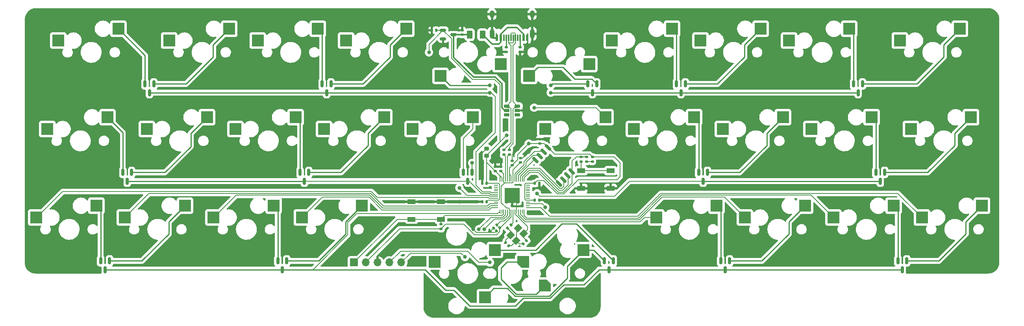
<source format=gbl>
%TF.GenerationSoftware,KiCad,Pcbnew,7.0.6*%
%TF.CreationDate,2023-07-12T00:22:12-04:00*%
%TF.ProjectId,littolRP2040,6c697474-6f6c-4525-9032-3034302e6b69,rev?*%
%TF.SameCoordinates,Original*%
%TF.FileFunction,Copper,L2,Bot*%
%TF.FilePolarity,Positive*%
%FSLAX46Y46*%
G04 Gerber Fmt 4.6, Leading zero omitted, Abs format (unit mm)*
G04 Created by KiCad (PCBNEW 7.0.6) date 2023-07-12 00:22:12*
%MOMM*%
%LPD*%
G01*
G04 APERTURE LIST*
G04 Aperture macros list*
%AMRoundRect*
0 Rectangle with rounded corners*
0 $1 Rounding radius*
0 $2 $3 $4 $5 $6 $7 $8 $9 X,Y pos of 4 corners*
0 Add a 4 corners polygon primitive as box body*
4,1,4,$2,$3,$4,$5,$6,$7,$8,$9,$2,$3,0*
0 Add four circle primitives for the rounded corners*
1,1,$1+$1,$2,$3*
1,1,$1+$1,$4,$5*
1,1,$1+$1,$6,$7*
1,1,$1+$1,$8,$9*
0 Add four rect primitives between the rounded corners*
20,1,$1+$1,$2,$3,$4,$5,0*
20,1,$1+$1,$4,$5,$6,$7,0*
20,1,$1+$1,$6,$7,$8,$9,0*
20,1,$1+$1,$8,$9,$2,$3,0*%
%AMRotRect*
0 Rectangle, with rotation*
0 The origin of the aperture is its center*
0 $1 length*
0 $2 width*
0 $3 Rotation angle, in degrees counterclockwise*
0 Add horizontal line*
21,1,$1,$2,0,0,$3*%
%AMOutline5P*
0 Free polygon, 5 corners , with rotation*
0 The origin of the aperture is its center*
0 number of corners: always 5*
0 $1 to $10 corner X, Y*
0 $11 Rotation angle, in degrees counterclockwise*
0 create outline with 5 corners*
4,1,5,$1,$2,$3,$4,$5,$6,$7,$8,$9,$10,$1,$2,$11*%
%AMOutline6P*
0 Free polygon, 6 corners , with rotation*
0 The origin of the aperture is its center*
0 number of corners: always 6*
0 $1 to $12 corner X, Y*
0 $13 Rotation angle, in degrees counterclockwise*
0 create outline with 6 corners*
4,1,6,$1,$2,$3,$4,$5,$6,$7,$8,$9,$10,$11,$12,$1,$2,$13*%
%AMOutline7P*
0 Free polygon, 7 corners , with rotation*
0 The origin of the aperture is its center*
0 number of corners: always 7*
0 $1 to $14 corner X, Y*
0 $15 Rotation angle, in degrees counterclockwise*
0 create outline with 7 corners*
4,1,7,$1,$2,$3,$4,$5,$6,$7,$8,$9,$10,$11,$12,$13,$14,$1,$2,$15*%
%AMOutline8P*
0 Free polygon, 8 corners , with rotation*
0 The origin of the aperture is its center*
0 number of corners: always 8*
0 $1 to $16 corner X, Y*
0 $17 Rotation angle, in degrees counterclockwise*
0 create outline with 8 corners*
4,1,8,$1,$2,$3,$4,$5,$6,$7,$8,$9,$10,$11,$12,$13,$14,$15,$16,$1,$2,$17*%
G04 Aperture macros list end*
%TA.AperFunction,SMDPad,CuDef*%
%ADD10Outline5P,-1.275000X1.250000X1.275000X1.250000X1.275000X-1.250000X-0.400000X-1.250000X-1.275000X-0.375000X180.000000*%
%TD*%
%TA.AperFunction,SMDPad,CuDef*%
%ADD11R,2.550000X2.500000*%
%TD*%
%TA.AperFunction,SMDPad,CuDef*%
%ADD12Outline5P,-1.275000X1.250000X1.275000X1.250000X1.275000X-1.250000X-0.400000X-1.250000X-1.275000X-0.375000X0.000000*%
%TD*%
%TA.AperFunction,ComponentPad*%
%ADD13R,1.700000X1.700000*%
%TD*%
%TA.AperFunction,ComponentPad*%
%ADD14O,1.700000X1.700000*%
%TD*%
%TA.AperFunction,SMDPad,CuDef*%
%ADD15RoundRect,0.140000X-0.140000X-0.170000X0.140000X-0.170000X0.140000X0.170000X-0.140000X0.170000X0*%
%TD*%
%TA.AperFunction,SMDPad,CuDef*%
%ADD16RoundRect,0.150000X-0.150000X0.587500X-0.150000X-0.587500X0.150000X-0.587500X0.150000X0.587500X0*%
%TD*%
%TA.AperFunction,SMDPad,CuDef*%
%ADD17RoundRect,0.140000X0.170000X-0.140000X0.170000X0.140000X-0.170000X0.140000X-0.170000X-0.140000X0*%
%TD*%
%TA.AperFunction,SMDPad,CuDef*%
%ADD18RoundRect,0.250000X0.375000X0.625000X-0.375000X0.625000X-0.375000X-0.625000X0.375000X-0.625000X0*%
%TD*%
%TA.AperFunction,SMDPad,CuDef*%
%ADD19RoundRect,0.150000X-0.512500X-0.150000X0.512500X-0.150000X0.512500X0.150000X-0.512500X0.150000X0*%
%TD*%
%TA.AperFunction,SMDPad,CuDef*%
%ADD20RotRect,1.400000X1.200000X45.000000*%
%TD*%
%TA.AperFunction,SMDPad,CuDef*%
%ADD21RoundRect,0.140000X0.021213X-0.219203X0.219203X-0.021213X-0.021213X0.219203X-0.219203X0.021213X0*%
%TD*%
%TA.AperFunction,SMDPad,CuDef*%
%ADD22RoundRect,0.135000X-0.185000X0.135000X-0.185000X-0.135000X0.185000X-0.135000X0.185000X0.135000X0*%
%TD*%
%TA.AperFunction,SMDPad,CuDef*%
%ADD23RoundRect,0.140000X-0.021213X0.219203X-0.219203X0.021213X0.021213X-0.219203X0.219203X-0.021213X0*%
%TD*%
%TA.AperFunction,SMDPad,CuDef*%
%ADD24RoundRect,0.135000X0.185000X-0.135000X0.185000X0.135000X-0.185000X0.135000X-0.185000X-0.135000X0*%
%TD*%
%TA.AperFunction,SMDPad,CuDef*%
%ADD25RoundRect,0.150000X0.475000X0.150000X-0.475000X0.150000X-0.475000X-0.150000X0.475000X-0.150000X0*%
%TD*%
%TA.AperFunction,SMDPad,CuDef*%
%ADD26RoundRect,0.140000X0.140000X0.170000X-0.140000X0.170000X-0.140000X-0.170000X0.140000X-0.170000X0*%
%TD*%
%TA.AperFunction,SMDPad,CuDef*%
%ADD27RoundRect,0.225000X0.250000X-0.225000X0.250000X0.225000X-0.250000X0.225000X-0.250000X-0.225000X0*%
%TD*%
%TA.AperFunction,SMDPad,CuDef*%
%ADD28RoundRect,0.050000X0.387500X0.050000X-0.387500X0.050000X-0.387500X-0.050000X0.387500X-0.050000X0*%
%TD*%
%TA.AperFunction,SMDPad,CuDef*%
%ADD29RoundRect,0.050000X0.050000X0.387500X-0.050000X0.387500X-0.050000X-0.387500X0.050000X-0.387500X0*%
%TD*%
%TA.AperFunction,SMDPad,CuDef*%
%ADD30R,3.200000X3.200000*%
%TD*%
%TA.AperFunction,SMDPad,CuDef*%
%ADD31RoundRect,0.150000X0.565685X-0.353553X-0.353553X0.565685X-0.565685X0.353553X0.353553X-0.565685X0*%
%TD*%
%TA.AperFunction,SMDPad,CuDef*%
%ADD32RoundRect,0.135000X0.035355X-0.226274X0.226274X-0.035355X-0.035355X0.226274X-0.226274X0.035355X0*%
%TD*%
%TA.AperFunction,SMDPad,CuDef*%
%ADD33R,1.700000X1.000000*%
%TD*%
%TA.AperFunction,SMDPad,CuDef*%
%ADD34R,0.600000X1.450000*%
%TD*%
%TA.AperFunction,SMDPad,CuDef*%
%ADD35R,0.300000X1.450000*%
%TD*%
%TA.AperFunction,ComponentPad*%
%ADD36O,1.000000X1.600000*%
%TD*%
%TA.AperFunction,ComponentPad*%
%ADD37O,1.000000X2.100000*%
%TD*%
%TA.AperFunction,SMDPad,CuDef*%
%ADD38RoundRect,0.140000X0.219203X0.021213X0.021213X0.219203X-0.219203X-0.021213X-0.021213X-0.219203X0*%
%TD*%
%TA.AperFunction,ViaPad*%
%ADD39C,0.800000*%
%TD*%
%TA.AperFunction,Conductor*%
%ADD40C,0.200000*%
%TD*%
%TA.AperFunction,Conductor*%
%ADD41C,0.250000*%
%TD*%
%TA.AperFunction,Conductor*%
%ADD42C,0.300000*%
%TD*%
G04 APERTURE END LIST*
D10*
%TO.P,MX19,1,COL*%
%TO.N,COL 5*%
X159485384Y-125174684D03*
D11*
%TO.P,MX19,2,ROW*%
%TO.N,Net-(MX18-ROW)*%
X146558384Y-127714684D03*
%TD*%
D12*
%TO.P,MX18,1,COL*%
%TO.N,COL 5*%
X154840408Y-120094684D03*
D11*
%TO.P,MX18,2,ROW*%
%TO.N,Net-(MX18-ROW)*%
X167767408Y-117554684D03*
%TD*%
D13*
%TO.P,J2,1,Pin_1*%
%TO.N,RESET*%
X118427824Y-120253428D03*
D14*
%TO.P,J2,2,Pin_2*%
%TO.N,+3V3*%
X120967824Y-120253428D03*
%TO.P,J2,3,Pin_3*%
%TO.N,GND*%
X123507824Y-120253428D03*
%TO.P,J2,4,Pin_4*%
%TO.N,SWC*%
X126047824Y-120253428D03*
%TO.P,J2,5,Pin_5*%
%TO.N,SWD*%
X128587824Y-120253428D03*
%TD*%
D11*
%TO.P,MX24,1,COL*%
%TO.N,COL 7*%
X197722847Y-91519612D03*
%TO.P,MX24,2,ROW*%
%TO.N,Net-(MX24-ROW)*%
X210649847Y-88979612D03*
%TD*%
%TO.P,MX25,1,COL*%
%TO.N,COL 7*%
X202485359Y-110569660D03*
%TO.P,MX25,2,ROW*%
%TO.N,Net-(MX25-ROW)*%
X215412359Y-108029660D03*
%TD*%
%TO.P,MX1,1,COL*%
%TO.N,COL 0*%
X54807825Y-72469564D03*
%TO.P,MX1,2,ROW*%
%TO.N,Net-(MX1-ROW)*%
X67734825Y-69929564D03*
%TD*%
%TO.P,MX17,1,COL*%
%TO.N,COL 5*%
X159583089Y-91519612D03*
%TO.P,MX17,2,ROW*%
%TO.N,Net-(MX17-ROW)*%
X172510089Y-88979612D03*
%TD*%
%TO.P,MX27,1,COL*%
%TO.N,COL 8*%
X216772895Y-91519612D03*
%TO.P,MX27,2,ROW*%
%TO.N,Net-(MX27-ROW)*%
X229699895Y-88979612D03*
%TD*%
%TO.P,MX2,1,COL*%
%TO.N,COL 0*%
X52466231Y-91519612D03*
%TO.P,MX2,2,ROW*%
%TO.N,Net-(MX2-ROW)*%
X65393231Y-88979612D03*
%TD*%
%TO.P,MX5,1,COL*%
%TO.N,COL 1*%
X73857873Y-91519612D03*
%TO.P,MX5,2,ROW*%
%TO.N,Net-(MX5-ROW)*%
X86784873Y-88979612D03*
%TD*%
%TO.P,MX22,1,COL*%
%TO.N,COL 6*%
X183435311Y-110569660D03*
%TO.P,MX22,2,ROW*%
%TO.N,Net-(MX22-ROW)*%
X196362311Y-108029660D03*
%TD*%
%TO.P,MX3,1,COL*%
%TO.N,COL 0*%
X50065144Y-110569660D03*
%TO.P,MX3,2,ROW*%
%TO.N,Net-(MX3-ROW)*%
X62992144Y-108029660D03*
%TD*%
%TO.P,MX11,1,COL*%
%TO.N,COL 3*%
X111977800Y-91519612D03*
%TO.P,MX11,2,ROW*%
%TO.N,Net-(MX11-ROW)*%
X124904800Y-88979612D03*
%TD*%
%TO.P,MX14,1,COL*%
%TO.N,COL 4*%
X131008017Y-91519612D03*
%TO.P,MX14,2,ROW*%
%TO.N,Net-(MX14-ROW)*%
X143935017Y-88979612D03*
%TD*%
%TO.P,MX8,1,COL*%
%TO.N,COL 2*%
X92907921Y-91519612D03*
%TO.P,MX8,2,ROW*%
%TO.N,Net-(MX8-ROW)*%
X105834921Y-88979612D03*
%TD*%
%TO.P,MX10,1,COL*%
%TO.N,COL 3*%
X116720481Y-72469564D03*
%TO.P,MX10,2,ROW*%
%TO.N,Net-(MX10-ROW)*%
X129647481Y-69929564D03*
%TD*%
%TO.P,MX7,1,COL*%
%TO.N,COL 2*%
X97710095Y-72469564D03*
%TO.P,MX7,2,ROW*%
%TO.N,Net-(MX7-ROW)*%
X110637095Y-69929564D03*
%TD*%
%TO.P,MX15,1,COL*%
%TO.N,COL 4*%
X135790360Y-120094684D03*
%TO.P,MX15,2,ROW*%
%TO.N,Net-(MX15-ROW)*%
X148717360Y-117554684D03*
%TD*%
%TO.P,MX9,1,COL*%
%TO.N,COL 2*%
X88185071Y-110569660D03*
%TO.P,MX9,2,ROW*%
%TO.N,Net-(MX9-ROW)*%
X101112071Y-108029660D03*
%TD*%
%TO.P,MX29,1,COL*%
%TO.N,COL 9*%
X235803112Y-72469564D03*
%TO.P,MX29,2,ROW*%
%TO.N,Net-(MX29-ROW)*%
X248730112Y-69929564D03*
%TD*%
%TO.P,MX12,1,COL*%
%TO.N,COL 3*%
X107195457Y-110569660D03*
%TO.P,MX12,2,ROW*%
%TO.N,Net-(MX12-ROW)*%
X120122457Y-108029660D03*
%TD*%
%TO.P,MX21,1,COL*%
%TO.N,COL 6*%
X178633137Y-91519612D03*
%TO.P,MX21,2,ROW*%
%TO.N,Net-(MX21-ROW)*%
X191560137Y-88979612D03*
%TD*%
%TO.P,MX6,1,COL*%
%TO.N,COL 1*%
X69135023Y-110569660D03*
%TO.P,MX6,2,ROW*%
%TO.N,Net-(MX6-ROW)*%
X82062023Y-108029660D03*
%TD*%
%TO.P,MX30,1,COL*%
%TO.N,COL 9*%
X238164537Y-91519612D03*
%TO.P,MX30,2,ROW*%
%TO.N,Net-(MX30-ROW)*%
X251091537Y-88979612D03*
%TD*%
%TO.P,MX13,1,COL*%
%TO.N,COL 4*%
X149940529Y-77549564D03*
%TO.P,MX13,2,ROW*%
%TO.N,Net-(MX13-ROW)*%
X137013529Y-80089564D03*
%TD*%
%TO.P,MX16,1,COL*%
%TO.N,COL 5*%
X168990577Y-77549564D03*
%TO.P,MX16,2,ROW*%
%TO.N,Net-(MX16-ROW)*%
X156063577Y-80089564D03*
%TD*%
%TO.P,MX28,1,COL*%
%TO.N,COL 8*%
X221515576Y-110569660D03*
%TO.P,MX28,2,ROW*%
%TO.N,Net-(MX28-ROW)*%
X234442576Y-108029660D03*
%TD*%
%TO.P,MX26,1,COL*%
%TO.N,COL 8*%
X211990552Y-72469564D03*
%TO.P,MX26,2,ROW*%
%TO.N,Net-(MX26-ROW)*%
X224917552Y-69929564D03*
%TD*%
%TO.P,MX31,1,COL*%
%TO.N,COL 9*%
X240545793Y-110569660D03*
%TO.P,MX31,2,ROW*%
%TO.N,Net-(MX31-ROW)*%
X253472793Y-108029660D03*
%TD*%
%TO.P,MX20,1,COL*%
%TO.N,COL 6*%
X173870625Y-72469564D03*
%TO.P,MX20,2,ROW*%
%TO.N,Net-(MX20-ROW)*%
X186797625Y-69929564D03*
%TD*%
%TO.P,MX4,1,COL*%
%TO.N,COL 1*%
X78660047Y-72469564D03*
%TO.P,MX4,2,ROW*%
%TO.N,Net-(MX4-ROW)*%
X91587047Y-69929564D03*
%TD*%
%TO.P,MX23,1,COL*%
%TO.N,COL 7*%
X192940504Y-72469564D03*
%TO.P,MX23,2,ROW*%
%TO.N,Net-(MX23-ROW)*%
X205867504Y-69929564D03*
%TD*%
D15*
%TO.P,C13,1*%
%TO.N,+3V3*%
X157278210Y-103231508D03*
%TO.P,C13,2*%
%TO.N,GND*%
X158238210Y-103231508D03*
%TD*%
D16*
%TO.P,D2,1,A*%
%TO.N,Net-(MX2-ROW)*%
X68701738Y-100861194D03*
%TO.P,D2,2,A*%
%TO.N,Net-(MX5-ROW)*%
X70601738Y-100861194D03*
%TO.P,D2,3,K*%
%TO.N,ROW 1*%
X69651738Y-102736194D03*
%TD*%
D17*
%TO.P,C1,1*%
%TO.N,+5V*%
X141684732Y-71197052D03*
%TO.P,C1,2*%
%TO.N,GND*%
X141684732Y-70237052D03*
%TD*%
D18*
%TO.P,F1,1*%
%TO.N,VBUS*%
X146061302Y-71197052D03*
%TO.P,F1,2*%
%TO.N,+5V*%
X143261302Y-71197052D03*
%TD*%
D19*
%TO.P,U2,1,GND*%
%TO.N,GND*%
X137570662Y-72147052D03*
%TO.P,U2,2,VO*%
%TO.N,+3V3*%
X137570662Y-70247052D03*
%TO.P,U2,3,VI*%
%TO.N,+5V*%
X139845662Y-71197052D03*
%TD*%
D16*
%TO.P,D10,1,A*%
%TO.N,Net-(MX20-ROW)*%
X187764538Y-81811146D03*
%TO.P,D10,2,A*%
%TO.N,Net-(MX23-ROW)*%
X189664538Y-81811146D03*
%TO.P,D10,3,K*%
%TO.N,ROW 0*%
X188714538Y-83686146D03*
%TD*%
D17*
%TO.P,C6,1*%
%TO.N,+1V1*%
X150019128Y-100608066D03*
%TO.P,C6,2*%
%TO.N,GND*%
X150019128Y-99648066D03*
%TD*%
D20*
%TO.P,Y1,1,1*%
%TO.N,Net-(C4-Pad2)*%
X152110013Y-114374925D03*
%TO.P,Y1,2,2*%
%TO.N,GND*%
X153665648Y-112819290D03*
%TO.P,Y1,3,3*%
%TO.N,Net-(U4-XIN)*%
X154867729Y-114021371D03*
%TO.P,Y1,4,4*%
%TO.N,GND*%
X153312094Y-115577006D03*
%TD*%
D17*
%TO.P,C5,1*%
%TO.N,+3V3*%
X158353524Y-94654926D03*
%TO.P,C5,2*%
%TO.N,GND*%
X158353524Y-93694926D03*
%TD*%
D21*
%TO.P,C3,1*%
%TO.N,GND*%
X154833263Y-116221361D03*
%TO.P,C3,2*%
%TO.N,Net-(U4-XIN)*%
X155512085Y-115542539D03*
%TD*%
D16*
%TO.P,D15,1,A*%
%TO.N,Net-(MX28-ROW)*%
X235389658Y-119911242D03*
%TO.P,D15,2,A*%
%TO.N,Net-(MX31-ROW)*%
X237289658Y-119911242D03*
%TO.P,D15,3,K*%
%TO.N,ROW 2*%
X236339658Y-121786242D03*
%TD*%
D22*
%TO.P,R6,1*%
%TO.N,+3V3*%
X169664490Y-97512438D03*
%TO.P,R6,2*%
%TO.N,Net-(R6-Pad2)*%
X169664490Y-98532438D03*
%TD*%
D23*
%TO.P,C8,1*%
%TO.N,+1V1*%
X149167911Y-112174935D03*
%TO.P,C8,2*%
%TO.N,GND*%
X148489089Y-112853757D03*
%TD*%
D16*
%TO.P,D11,1,A*%
%TO.N,Net-(MX21-ROW)*%
X192527050Y-100861194D03*
%TO.P,D11,2,A*%
%TO.N,Net-(MX24-ROW)*%
X194427050Y-100861194D03*
%TO.P,D11,3,K*%
%TO.N,ROW 1*%
X193477050Y-102736194D03*
%TD*%
D24*
%TO.P,R9,1*%
%TO.N,+3V3*%
X137095650Y-113024346D03*
%TO.P,R9,2*%
%TO.N,RESET*%
X137095650Y-112004346D03*
%TD*%
D25*
%TO.P,U1,1,IO1*%
%TO.N,D+*%
X153575384Y-86561158D03*
%TO.P,U1,2,VN*%
%TO.N,GND*%
X153575384Y-87511158D03*
%TO.P,U1,3,IO2*%
%TO.N,unconnected-(U1-IO2-Pad3)*%
X153575384Y-88461158D03*
%TO.P,U1,4,IO3*%
%TO.N,unconnected-(U1-IO3-Pad4)*%
X151225384Y-88461158D03*
%TO.P,U1,5,VP*%
%TO.N,+5V*%
X151225384Y-87511158D03*
%TO.P,U1,6,IO4*%
%TO.N,D-*%
X151225384Y-86561158D03*
%TD*%
D24*
%TO.P,R7,1*%
%TO.N,Net-(R6-Pad2)*%
X168473862Y-98532438D03*
%TO.P,R7,2*%
%TO.N,QSEL*%
X168473862Y-97512438D03*
%TD*%
D26*
%TO.P,C14,1*%
%TO.N,+3V3*%
X146927244Y-107156520D03*
%TO.P,C14,2*%
%TO.N,GND*%
X145967244Y-107156520D03*
%TD*%
D24*
%TO.P,R2,1*%
%TO.N,GND*%
X154150384Y-74924250D03*
%TO.P,R2,2*%
%TO.N,Net-(J1-CC2)*%
X154150384Y-73904250D03*
%TD*%
D16*
%TO.P,D6,1,A*%
%TO.N,Net-(MX9-ROW)*%
X102039322Y-119911242D03*
%TO.P,D6,2,A*%
%TO.N,Net-(MX12-ROW)*%
X103939322Y-119911242D03*
%TO.P,D6,3,K*%
%TO.N,ROW 2*%
X102989322Y-121786242D03*
%TD*%
D27*
%TO.P,C9,1*%
%TO.N,+3V3*%
X146927244Y-97301182D03*
%TO.P,C9,2*%
%TO.N,GND*%
X146927244Y-95751182D03*
%TD*%
D28*
%TO.P,U4,1,IOVDD*%
%TO.N,+3V3*%
X155837884Y-103231508D03*
%TO.P,U4,2,GPIO0*%
%TO.N,unconnected-(U4-GPIO0-Pad2)*%
X155837884Y-103631508D03*
%TO.P,U4,3,GPIO1*%
%TO.N,unconnected-(U4-GPIO1-Pad3)*%
X155837884Y-104031508D03*
%TO.P,U4,4,GPIO2*%
%TO.N,unconnected-(U4-GPIO2-Pad4)*%
X155837884Y-104431508D03*
%TO.P,U4,5,GPIO3*%
%TO.N,unconnected-(U4-GPIO3-Pad5)*%
X155837884Y-104831508D03*
%TO.P,U4,6,GPIO4*%
%TO.N,unconnected-(U4-GPIO4-Pad6)*%
X155837884Y-105231508D03*
%TO.P,U4,7,GPIO5*%
%TO.N,unconnected-(U4-GPIO5-Pad7)*%
X155837884Y-105631508D03*
%TO.P,U4,8,GPIO6*%
%TO.N,unconnected-(U4-GPIO6-Pad8)*%
X155837884Y-106031508D03*
%TO.P,U4,9,GPIO7*%
%TO.N,unconnected-(U4-GPIO7-Pad9)*%
X155837884Y-106431508D03*
%TO.P,U4,10,IOVDD*%
%TO.N,+3V3*%
X155837884Y-106831508D03*
%TO.P,U4,11,GPIO8*%
%TO.N,unconnected-(U4-GPIO8-Pad11)*%
X155837884Y-107231508D03*
%TO.P,U4,12,GPIO9*%
%TO.N,COL 5*%
X155837884Y-107631508D03*
%TO.P,U4,13,GPIO10*%
%TO.N,unconnected-(U4-GPIO10-Pad13)*%
X155837884Y-108031508D03*
%TO.P,U4,14,GPIO11*%
%TO.N,COL 9*%
X155837884Y-108431508D03*
D29*
%TO.P,U4,15,GPIO12*%
%TO.N,COL 8*%
X155000384Y-109269008D03*
%TO.P,U4,16,GPIO13*%
%TO.N,unconnected-(U4-GPIO13-Pad16)*%
X154600384Y-109269008D03*
%TO.P,U4,17,GPIO14*%
%TO.N,COL 7*%
X154200384Y-109269008D03*
%TO.P,U4,18,GPIO15*%
%TO.N,COL 6*%
X153800384Y-109269008D03*
%TO.P,U4,19,TESTEN*%
%TO.N,GND*%
X153400384Y-109269008D03*
%TO.P,U4,20,XIN*%
%TO.N,Net-(U4-XIN)*%
X153000384Y-109269008D03*
%TO.P,U4,21,XOUT*%
%TO.N,Net-(U4-XOUT)*%
X152600384Y-109269008D03*
%TO.P,U4,22,IOVDD*%
%TO.N,+3V3*%
X152200384Y-109269008D03*
%TO.P,U4,23,DVDD*%
%TO.N,+1V1*%
X151800384Y-109269008D03*
%TO.P,U4,24,SWCLK*%
%TO.N,SWC*%
X151400384Y-109269008D03*
%TO.P,U4,25,SWD*%
%TO.N,SWD*%
X151000384Y-109269008D03*
%TO.P,U4,26,RUN*%
%TO.N,RESET*%
X150600384Y-109269008D03*
%TO.P,U4,27,GPIO16*%
%TO.N,unconnected-(U4-GPIO16-Pad27)*%
X150200384Y-109269008D03*
%TO.P,U4,28,GPIO17*%
%TO.N,ROW 2*%
X149800384Y-109269008D03*
D28*
%TO.P,U4,29,GPIO18*%
%TO.N,COL 3*%
X148962884Y-108431508D03*
%TO.P,U4,30,GPIO19*%
%TO.N,COL 2*%
X148962884Y-108031508D03*
%TO.P,U4,31,GPIO20*%
%TO.N,COL 1*%
X148962884Y-107631508D03*
%TO.P,U4,32,GPIO21*%
%TO.N,unconnected-(U4-GPIO21-Pad32)*%
X148962884Y-107231508D03*
%TO.P,U4,33,IOVDD*%
%TO.N,+3V3*%
X148962884Y-106831508D03*
%TO.P,U4,34,GPIO22*%
%TO.N,COL 0*%
X148962884Y-106431508D03*
%TO.P,U4,35,GPIO23*%
%TO.N,COL 4*%
X148962884Y-106031508D03*
%TO.P,U4,36,GPIO24*%
%TO.N,ROW 1*%
X148962884Y-105631508D03*
%TO.P,U4,37,GPIO25*%
%TO.N,ROW 0*%
X148962884Y-105231508D03*
%TO.P,U4,38,GPIO26_ADC0*%
%TO.N,unconnected-(U4-GPIO26_ADC0-Pad38)*%
X148962884Y-104831508D03*
%TO.P,U4,39,GPIO27_ADC1*%
%TO.N,unconnected-(U4-GPIO27_ADC1-Pad39)*%
X148962884Y-104431508D03*
%TO.P,U4,40,GPIO28_ADC2*%
%TO.N,unconnected-(U4-GPIO28_ADC2-Pad40)*%
X148962884Y-104031508D03*
%TO.P,U4,41,GPIO29_ADC3*%
%TO.N,unconnected-(U4-GPIO29_ADC3-Pad41)*%
X148962884Y-103631508D03*
%TO.P,U4,42,IOVDD*%
%TO.N,+3V3*%
X148962884Y-103231508D03*
D29*
%TO.P,U4,43,ADC_AVDD*%
X149800384Y-102394008D03*
%TO.P,U4,44,VREG_IN*%
X150200384Y-102394008D03*
%TO.P,U4,45,VREG_VOUT*%
%TO.N,+1V1*%
X150600384Y-102394008D03*
%TO.P,U4,46,USB_DM*%
%TO.N,Net-(U4-USB_DM)*%
X151000384Y-102394008D03*
%TO.P,U4,47,USB_DP*%
%TO.N,Net-(U4-USB_DP)*%
X151400384Y-102394008D03*
%TO.P,U4,48,USB_VDD*%
%TO.N,+3V3*%
X151800384Y-102394008D03*
%TO.P,U4,49,IOVDD*%
X152200384Y-102394008D03*
%TO.P,U4,50,DVDD*%
%TO.N,+1V1*%
X152600384Y-102394008D03*
%TO.P,U4,51,QSPI_SD3*%
%TO.N,QIO3*%
X153000384Y-102394008D03*
%TO.P,U4,52,QSPI_SCLK*%
%TO.N,QCLK*%
X153400384Y-102394008D03*
%TO.P,U4,53,QSPI_SD0*%
%TO.N,QIO0*%
X153800384Y-102394008D03*
%TO.P,U4,54,QSPI_SD2*%
%TO.N,QIO2*%
X154200384Y-102394008D03*
%TO.P,U4,55,QSPI_SD1*%
%TO.N,QIO1*%
X154600384Y-102394008D03*
%TO.P,U4,56,QSPI_SS*%
%TO.N,QSEL*%
X155000384Y-102394008D03*
D30*
%TO.P,U4,57,GND*%
%TO.N,GND*%
X152400384Y-105831508D03*
%TD*%
D16*
%TO.P,D12,1,A*%
%TO.N,Net-(MX22-ROW)*%
X197289562Y-119911242D03*
%TO.P,D12,2,A*%
%TO.N,Net-(MX25-ROW)*%
X199189562Y-119911242D03*
%TO.P,D12,3,K*%
%TO.N,ROW 2*%
X198239562Y-121786242D03*
%TD*%
D31*
%TO.P,U3,1,~{CS}*%
%TO.N,QSEL*%
X165222717Y-100615984D03*
%TO.P,U3,2,DO(IO1)*%
%TO.N,QIO1*%
X164324691Y-101514010D03*
%TO.P,U3,3,IO2*%
%TO.N,QIO2*%
X163426666Y-102412035D03*
%TO.P,U3,4,GND*%
%TO.N,GND*%
X162528640Y-103310061D03*
%TO.P,U3,5,DI(IO0)*%
%TO.N,QIO0*%
X157437471Y-98218892D03*
%TO.P,U3,6,CLK*%
%TO.N,QCLK*%
X158335497Y-97320866D03*
%TO.P,U3,7,IO3*%
%TO.N,QIO3*%
X159233522Y-96422841D03*
%TO.P,U3,8,VCC*%
%TO.N,+3V3*%
X160131548Y-95524815D03*
%TD*%
D16*
%TO.P,D9,1,A*%
%TO.N,Net-(MX18-ROW)*%
X172286374Y-119911242D03*
%TO.P,D9,2,A*%
%TO.N,Net-(MX15-ROW)*%
X174186374Y-119911242D03*
%TO.P,D9,3,K*%
%TO.N,ROW 2*%
X173236374Y-121786242D03*
%TD*%
D17*
%TO.P,C11,1*%
%TO.N,+3V3*%
X148828500Y-100608066D03*
%TO.P,C11,2*%
%TO.N,GND*%
X148828500Y-99648066D03*
%TD*%
D22*
%TO.P,R8,1*%
%TO.N,QSEL*%
X167283234Y-97512438D03*
%TO.P,R8,2*%
%TO.N,Net-(BOOT1-Pad1)*%
X167283234Y-98532438D03*
%TD*%
D16*
%TO.P,D5,1,A*%
%TO.N,Net-(MX8-ROW)*%
X106801834Y-100861194D03*
%TO.P,D5,2,A*%
%TO.N,Net-(MX11-ROW)*%
X108701834Y-100861194D03*
%TO.P,D5,3,K*%
%TO.N,ROW 1*%
X107751834Y-102736194D03*
%TD*%
D32*
%TO.P,R5,1*%
%TO.N,Net-(C4-Pad2)*%
X151444446Y-112874970D03*
%TO.P,R5,2*%
%TO.N,Net-(U4-XOUT)*%
X152165694Y-112153722D03*
%TD*%
D15*
%TO.P,C15,1*%
%TO.N,+3V3*%
X157278210Y-106831508D03*
%TO.P,C15,2*%
%TO.N,GND*%
X158238210Y-106831508D03*
%TD*%
D16*
%TO.P,D4,1,A*%
%TO.N,Net-(MX7-ROW)*%
X111564346Y-81811146D03*
%TO.P,D4,2,A*%
%TO.N,Net-(MX10-ROW)*%
X113464346Y-81811146D03*
%TO.P,D4,3,K*%
%TO.N,ROW 0*%
X112514346Y-83686146D03*
%TD*%
%TO.P,D3,1,A*%
%TO.N,Net-(MX3-ROW)*%
X63939226Y-119911242D03*
%TO.P,D3,2,A*%
%TO.N,Net-(MX6-ROW)*%
X65839226Y-119911242D03*
%TO.P,D3,3,K*%
%TO.N,ROW 2*%
X64889226Y-121786242D03*
%TD*%
%TO.P,D8,1,A*%
%TO.N,Net-(MX14-ROW)*%
X141925360Y-100861194D03*
%TO.P,D8,2,A*%
%TO.N,Net-(MX17-ROW)*%
X143825360Y-100861194D03*
%TO.P,D8,3,K*%
%TO.N,ROW 1*%
X142875360Y-102736194D03*
%TD*%
%TO.P,D1,1,A*%
%TO.N,Net-(MX1-ROW)*%
X73464250Y-81811146D03*
%TO.P,D1,2,A*%
%TO.N,Net-(MX4-ROW)*%
X75364250Y-81811146D03*
%TO.P,D1,3,K*%
%TO.N,ROW 0*%
X74414250Y-83686146D03*
%TD*%
D24*
%TO.P,R4,1*%
%TO.N,Net-(U4-USB_DM)*%
X150614442Y-97036182D03*
%TO.P,R4,2*%
%TO.N,D-*%
X150614442Y-96016182D03*
%TD*%
D26*
%TO.P,C2,1*%
%TO.N,+3V3*%
X136096278Y-70247052D03*
%TO.P,C2,2*%
%TO.N,GND*%
X135136278Y-70247052D03*
%TD*%
D23*
%TO.P,C16,1*%
%TO.N,+3V3*%
X149763225Y-112770249D03*
%TO.P,C16,2*%
%TO.N,GND*%
X149084403Y-113449071D03*
%TD*%
D33*
%TO.P,RESET1,1,1*%
%TO.N,RESET*%
X130795650Y-110956520D03*
X137095650Y-110956520D03*
%TO.P,RESET1,2,2*%
%TO.N,GND*%
X130795650Y-107156520D03*
X137095650Y-107156520D03*
%TD*%
D17*
%TO.P,C7,1*%
%TO.N,+1V1*%
X154186326Y-98706810D03*
%TO.P,C7,2*%
%TO.N,GND*%
X154186326Y-97746810D03*
%TD*%
D22*
%TO.P,R1,1*%
%TO.N,Net-(J1-CC1)*%
X151150384Y-73904250D03*
%TO.P,R1,2*%
%TO.N,GND*%
X151150384Y-74924250D03*
%TD*%
D17*
%TO.P,C12,1*%
%TO.N,+3V3*%
X152400384Y-99302124D03*
%TO.P,C12,2*%
%TO.N,GND*%
X152400384Y-98342124D03*
%TD*%
D16*
%TO.P,D13,1,A*%
%TO.N,Net-(MX26-ROW)*%
X225864634Y-81811146D03*
%TO.P,D13,2,A*%
%TO.N,Net-(MX29-ROW)*%
X227764634Y-81811146D03*
%TO.P,D13,3,K*%
%TO.N,ROW 0*%
X226814634Y-83686146D03*
%TD*%
D34*
%TO.P,J1,A1,GND*%
%TO.N,GND*%
X149150384Y-71910796D03*
%TO.P,J1,A4,VBUS*%
%TO.N,VBUS*%
X149950384Y-71910796D03*
D35*
%TO.P,J1,A5,CC1*%
%TO.N,Net-(J1-CC1)*%
X151150384Y-71910796D03*
%TO.P,J1,A6,D+*%
%TO.N,D+*%
X152150384Y-71910796D03*
%TO.P,J1,A7,D-*%
%TO.N,D-*%
X152650384Y-71910796D03*
%TO.P,J1,A8,SBU1*%
%TO.N,unconnected-(J1-SBU1-PadA8)*%
X153650384Y-71910796D03*
D34*
%TO.P,J1,A9,VBUS*%
%TO.N,VBUS*%
X154850384Y-71910796D03*
%TO.P,J1,A12,GND*%
%TO.N,GND*%
X155650384Y-71910796D03*
%TO.P,J1,B1,GND*%
X155650384Y-71910796D03*
%TO.P,J1,B4,VBUS*%
%TO.N,VBUS*%
X154850384Y-71910796D03*
D35*
%TO.P,J1,B5,CC2*%
%TO.N,Net-(J1-CC2)*%
X154150384Y-71910796D03*
%TO.P,J1,B6,D+*%
%TO.N,D+*%
X153150384Y-71910796D03*
%TO.P,J1,B7,D-*%
%TO.N,D-*%
X151650384Y-71910796D03*
%TO.P,J1,B8,SBU2*%
%TO.N,unconnected-(J1-SBU2-PadB8)*%
X150650384Y-71910796D03*
D34*
%TO.P,J1,B9,VBUS*%
%TO.N,VBUS*%
X149950384Y-71910796D03*
%TO.P,J1,B12,GND*%
%TO.N,GND*%
X149150384Y-71910796D03*
D36*
%TO.P,J1,S1,SHIELD*%
X148080384Y-66815796D03*
D37*
X148080384Y-70995796D03*
D36*
X156720384Y-66815796D03*
D37*
X156720384Y-70995796D03*
%TD*%
D24*
%TO.P,R3,1*%
%TO.N,Net-(U4-USB_DP)*%
X151805070Y-97036182D03*
%TO.P,R3,2*%
%TO.N,D+*%
X151805070Y-96016182D03*
%TD*%
D16*
%TO.P,D7,1,A*%
%TO.N,Net-(MX13-ROW)*%
X168714490Y-81811146D03*
%TO.P,D7,2,A*%
%TO.N,Net-(MX16-ROW)*%
X170614490Y-81811146D03*
%TO.P,D7,3,K*%
%TO.N,ROW 0*%
X169664490Y-83686146D03*
%TD*%
D38*
%TO.P,C4,1*%
%TO.N,GND*%
X151702930Y-116662911D03*
%TO.P,C4,2*%
%TO.N,Net-(C4-Pad2)*%
X151024108Y-115984089D03*
%TD*%
D16*
%TO.P,D14,1,A*%
%TO.N,Net-(MX27-ROW)*%
X230627146Y-100861194D03*
%TO.P,D14,2,A*%
%TO.N,Net-(MX30-ROW)*%
X232527146Y-100861194D03*
%TO.P,D14,3,K*%
%TO.N,ROW 1*%
X231577146Y-102736194D03*
%TD*%
D26*
%TO.P,C10,1*%
%TO.N,+3V3*%
X146927244Y-103231508D03*
%TO.P,C10,2*%
%TO.N,GND*%
X145967244Y-103231508D03*
%TD*%
D33*
%TO.P,BOOT1,1,1*%
%TO.N,Net-(BOOT1-Pad1)*%
X173583234Y-100494008D03*
X167283234Y-100494008D03*
%TO.P,BOOT1,2,2*%
%TO.N,GND*%
X173583234Y-104294008D03*
X167283234Y-104294008D03*
%TD*%
D39*
%TO.N,GND*%
X153591012Y-104775264D03*
X161330094Y-99417438D03*
X150019128Y-74414250D03*
X158353524Y-104179950D03*
X145967244Y-98822124D03*
X144065988Y-113109660D03*
X153591012Y-113109660D03*
X155972268Y-96440868D03*
X151209756Y-107156520D03*
X141089418Y-107156520D03*
X153591012Y-95845554D03*
X152400384Y-105965892D03*
X149423814Y-98226810D03*
X157162896Y-101798694D03*
X153591012Y-107156520D03*
X151209756Y-105965892D03*
X152400384Y-104775264D03*
X152400384Y-107156520D03*
X153591012Y-115490916D03*
X151209756Y-104775264D03*
X153591012Y-105965892D03*
%TO.N,ROW 0*%
X160734780Y-83686146D03*
X147637872Y-83686146D03*
%TO.N,+3V3*%
X155972268Y-94654926D03*
X134540964Y-75009564D03*
X151209756Y-92868984D03*
%TO.N,ROW 1*%
X142875360Y-102736194D03*
X157758210Y-105370578D03*
%TO.N,Net-(MX13-ROW)*%
X147637872Y-82153332D03*
X160734780Y-82153332D03*
%TO.N,Net-(MX17-ROW)*%
X157162896Y-86915844D03*
X143825360Y-98822124D03*
%TO.N,COL 0*%
X52387632Y-91678356D03*
X50006376Y-110728404D03*
X54768888Y-72628308D03*
%TO.N,COL 1*%
X69056424Y-110728404D03*
X78581448Y-72628308D03*
X73818936Y-91678356D03*
%TO.N,COL 2*%
X97631496Y-72628308D03*
X88106472Y-110728404D03*
X92868984Y-91678356D03*
%TO.N,COL 3*%
X116681544Y-72628308D03*
X107156520Y-110728404D03*
X111919032Y-91678356D03*
%TO.N,COL 4*%
X135731592Y-120253428D03*
X150019128Y-77390820D03*
X130969080Y-91678356D03*
X141089418Y-104179950D03*
%TO.N,COL 5*%
X154781640Y-120253428D03*
X159544152Y-108347148D03*
X159544152Y-91678356D03*
X169069176Y-77390820D03*
%TO.N,COL 6*%
X183356712Y-110728404D03*
X173831688Y-72628308D03*
X178594200Y-91678356D03*
%TO.N,COL 7*%
X192881736Y-72628308D03*
X202406760Y-110728404D03*
X197644248Y-91678356D03*
%TO.N,COL 8*%
X221456808Y-110728404D03*
X216694296Y-91678356D03*
X211931784Y-72628308D03*
%TO.N,COL 9*%
X240506856Y-110728404D03*
X235744344Y-72628308D03*
X238125600Y-91678356D03*
%TO.N,SWC*%
X147637872Y-120253428D03*
X146447244Y-113109660D03*
%TO.N,SWD*%
X145256616Y-113109660D03*
X142280046Y-119062800D03*
%TD*%
D40*
%TO.N,Net-(BOOT1-Pad1)*%
X167283234Y-98532438D02*
X167283234Y-100494008D01*
X167283234Y-100494008D02*
X173583234Y-100494008D01*
%TO.N,GND*%
X151702930Y-116662911D02*
X152226189Y-116662911D01*
X145967244Y-103231508D02*
X145967244Y-98822124D01*
X145967244Y-98706810D02*
X145851930Y-98822124D01*
X152425070Y-97011496D02*
X153591012Y-95845554D01*
X154186326Y-97746810D02*
X154666326Y-97746810D01*
X146927244Y-95751182D02*
X145967244Y-96711182D01*
X152226189Y-116662911D02*
X153312094Y-115577006D01*
X152425070Y-98317438D02*
X152425070Y-97011496D01*
X148489089Y-112853757D02*
X147533186Y-113809660D01*
X153400384Y-109269008D02*
X153400384Y-107347148D01*
X153956449Y-116221361D02*
X153591012Y-115855924D01*
X144765988Y-113809660D02*
X144065988Y-113109660D01*
X145967244Y-107156520D02*
X130795650Y-107156520D01*
X153400384Y-107347148D02*
X153591012Y-107156520D01*
X148723814Y-113809660D02*
X149084403Y-113449071D01*
X154833263Y-116221361D02*
X153956449Y-116221361D01*
X154666326Y-97746810D02*
X155972268Y-96440868D01*
X153329252Y-115559848D02*
X153329252Y-113155686D01*
X145967244Y-96711182D02*
X145967244Y-98822124D01*
X147533186Y-113809660D02*
X148723814Y-113809660D01*
X147533186Y-113809660D02*
X144765988Y-113809660D01*
D41*
%TO.N,ROW 0*%
X74414250Y-83686146D02*
X112514346Y-83686146D01*
D40*
X147956554Y-105231508D02*
X147746553Y-105021508D01*
D41*
X188714538Y-83686146D02*
X226814634Y-83686146D01*
D40*
X148962884Y-105231508D02*
X147956554Y-105231508D01*
D41*
X169664490Y-83686146D02*
X188714538Y-83686146D01*
D40*
X144661302Y-96440868D02*
X148828500Y-92273670D01*
X147980058Y-83686146D02*
X148828500Y-84534588D01*
X146098174Y-105021508D02*
X144661302Y-103584636D01*
X147746553Y-105021508D02*
X146098174Y-105021508D01*
X144661302Y-96440868D02*
X144661302Y-103584636D01*
X148828500Y-84534588D02*
X148828500Y-92273670D01*
X147637872Y-83686146D02*
X147980058Y-83686146D01*
D41*
X169664490Y-83686146D02*
X160734780Y-83686146D01*
X112514346Y-83686146D02*
X147637872Y-83686146D01*
D42*
%TO.N,+5V*%
X139845662Y-71197052D02*
X141684732Y-71197052D01*
X139845662Y-71197052D02*
X139845662Y-76105982D01*
X150250384Y-86918265D02*
X150843277Y-87511158D01*
X148828500Y-80367390D02*
X150250384Y-81789274D01*
X139845662Y-76105982D02*
X144107070Y-80367390D01*
X144107070Y-80367390D02*
X148828500Y-80367390D01*
X143261302Y-71197051D02*
X141684732Y-71197052D01*
X150250384Y-81789274D02*
X150250384Y-86918265D01*
D40*
%TO.N,+3V3*%
X159261659Y-94654926D02*
X160131548Y-95524815D01*
X157888210Y-102621508D02*
X159235594Y-102621508D01*
X155837884Y-103231508D02*
X157278210Y-103231508D01*
X151800384Y-99902124D02*
X152400384Y-99302124D01*
X155305409Y-106831508D02*
X155837884Y-106831508D01*
X144266666Y-114300288D02*
X149095856Y-114300288D01*
X152400384Y-99302124D02*
X153576326Y-98126182D01*
X150200384Y-101979950D02*
X150200384Y-102394008D01*
X158353524Y-94654926D02*
X155972268Y-94654926D01*
X136096278Y-70247052D02*
X137570662Y-70247052D01*
X146927244Y-97301182D02*
X146927244Y-98706810D01*
X146927244Y-107156520D02*
X147252256Y-106831508D01*
X169094490Y-96942438D02*
X169664490Y-97512438D01*
X134540964Y-75009564D02*
X134540964Y-73276750D01*
X166697383Y-102394008D02*
X175022316Y-102394008D01*
X139395662Y-76292378D02*
X143920674Y-80817390D01*
X146927244Y-98706810D02*
X148828500Y-100608066D01*
X157278210Y-103231508D02*
X157888210Y-102621508D01*
X148962884Y-103231508D02*
X149362884Y-103231508D01*
X159261659Y-94654926D02*
X158353524Y-94654926D01*
X137095650Y-113024346D02*
X138084212Y-112035784D01*
X148962884Y-106831508D02*
X149495359Y-106831508D01*
X152200384Y-102394008D02*
X152200384Y-101603380D01*
X142002162Y-112035784D02*
X144266666Y-114300288D01*
X149495359Y-106831508D02*
X149700384Y-106626483D01*
X146927244Y-97301182D02*
X146927244Y-103231508D01*
X149495359Y-103231508D02*
X148962884Y-103231508D01*
X159235594Y-102621508D02*
X162139832Y-105525746D01*
X162139832Y-105525746D02*
X163565645Y-105525746D01*
X169694490Y-97542438D02*
X174337944Y-97542438D01*
X120967824Y-120253428D02*
X128196906Y-113024346D01*
X148828500Y-100608066D02*
X150200384Y-101979950D01*
X153576326Y-98126182D02*
X153576326Y-97050868D01*
X137095650Y-113024346D02*
X128196906Y-113024346D01*
X138084212Y-112035784D02*
X142002162Y-112035784D01*
X155100384Y-106626483D02*
X155305409Y-106831508D01*
X155305409Y-103231508D02*
X155100384Y-103436533D01*
X175617630Y-98822124D02*
X174337944Y-97542438D01*
X155837884Y-106831508D02*
X157278210Y-106831508D01*
X149763225Y-113632919D02*
X149763225Y-112770249D01*
X143920674Y-80817390D02*
X148642104Y-80817390D01*
X139395662Y-72072052D02*
X139395662Y-76292378D01*
X149700384Y-103436533D02*
X149495359Y-103231508D01*
X148642104Y-80817390D02*
X149800384Y-81975670D01*
X147252256Y-106831508D02*
X148962884Y-106831508D01*
X149800384Y-81975670D02*
X149800384Y-94278356D01*
X155837884Y-103231508D02*
X155305409Y-103231508D01*
X155100384Y-103436533D02*
X155100384Y-106626483D01*
X146927244Y-97151496D02*
X146927244Y-98706810D01*
X146927244Y-103231508D02*
X148962884Y-103231508D01*
X149095856Y-114300288D02*
X149763225Y-113632919D01*
X152200384Y-101603380D02*
X151800384Y-101203380D01*
X149700384Y-106626483D02*
X149700384Y-103436533D01*
X175022316Y-102394008D02*
X175617630Y-101798694D01*
X146927244Y-97151496D02*
X151209756Y-92868984D01*
X134540964Y-73276750D02*
X137570662Y-70247052D01*
X151800384Y-102394008D02*
X151800384Y-99902124D01*
X160131548Y-95524815D02*
X161549171Y-96942438D01*
X152200384Y-110464227D02*
X152200384Y-109269008D01*
X149800384Y-102394008D02*
X149800384Y-101579950D01*
X163565645Y-105525746D02*
X166697383Y-102394008D01*
X137570662Y-70247052D02*
X139395662Y-72072052D01*
X161549171Y-96942438D02*
X169094490Y-96942438D01*
X153576326Y-97050868D02*
X155972268Y-94654926D01*
X175617630Y-101798694D02*
X175617630Y-98822124D01*
X149894362Y-112770249D02*
X152200384Y-110464227D01*
%TO.N,ROW 1*%
X145851930Y-105421508D02*
X147580868Y-105421508D01*
D41*
X231577146Y-102736194D02*
X193477050Y-102736194D01*
X107751834Y-102736194D02*
X69651738Y-102736194D01*
D40*
X147790868Y-105631508D02*
X147580868Y-105421508D01*
X158353524Y-105965892D02*
X157758210Y-105370578D01*
X142875360Y-102736194D02*
X107751834Y-102736194D01*
X177656700Y-102736194D02*
X193477050Y-102736194D01*
X177656700Y-102736194D02*
X174427002Y-105965892D01*
X142875360Y-102736194D02*
X143166616Y-102736194D01*
X148962884Y-105631508D02*
X147790868Y-105631508D01*
X143166616Y-102736194D02*
X145851930Y-105421508D01*
X158353524Y-105965892D02*
X174427002Y-105965892D01*
%TO.N,Net-(U4-XIN)*%
X154867729Y-114898184D02*
X154867730Y-114021371D01*
X153000384Y-109269008D02*
X153000384Y-109801483D01*
X155713247Y-112514346D02*
X155713247Y-113175853D01*
X155713247Y-113175853D02*
X154867729Y-114021371D01*
X155512086Y-115542539D02*
X154867729Y-114898184D01*
X153000384Y-109801483D02*
X155713247Y-112514346D01*
%TO.N,Net-(C4-Pad2)*%
X152110014Y-113540539D02*
X152110014Y-114374925D01*
X151444445Y-112874969D02*
X152110014Y-113540539D01*
X152110014Y-114374925D02*
X151024108Y-115460831D01*
X151024108Y-115460831D02*
X151024108Y-115984090D01*
D41*
%TO.N,ROW 2*%
X64889226Y-121786242D02*
X102989322Y-121786242D01*
D40*
X149800384Y-109269008D02*
X149336302Y-109733090D01*
D41*
X163530679Y-125015940D02*
X167878548Y-125015940D01*
X153141640Y-129589684D02*
X154781640Y-127949684D01*
X167878548Y-125015940D02*
X171108246Y-121786242D01*
X138112848Y-126206568D02*
X139898790Y-126206568D01*
X143281906Y-129589684D02*
X153141640Y-129589684D01*
X160596935Y-127949684D02*
X163530679Y-125015940D01*
X106561206Y-121786242D02*
X133692522Y-121786242D01*
D40*
X119020067Y-109733090D02*
X117074357Y-111678800D01*
X117074357Y-114266932D02*
X109555046Y-121786242D01*
X109555046Y-121786242D02*
X106561206Y-121786242D01*
D41*
X198239562Y-121786242D02*
X236339658Y-121786242D01*
X102989322Y-121786242D02*
X106561206Y-121786242D01*
X171108246Y-121786242D02*
X173236374Y-121786242D01*
D40*
X117074357Y-111678800D02*
X117074357Y-114266932D01*
D41*
X154781640Y-127949684D02*
X160596935Y-127949684D01*
D40*
X149336302Y-109733090D02*
X119020067Y-109733090D01*
D41*
X173236374Y-121786242D02*
X198239562Y-121786242D01*
X133692522Y-121786242D02*
X138112848Y-126206568D01*
X139898790Y-126206568D02*
X143281906Y-129589684D01*
D40*
%TO.N,+1V1*%
X152600384Y-102394008D02*
X152600384Y-100292752D01*
X151800384Y-108736533D02*
X151800384Y-109269008D01*
X150600384Y-102926483D02*
X150600384Y-102394008D01*
X150600384Y-102394008D02*
X150600384Y-101189322D01*
X150100384Y-103836533D02*
X150805409Y-103131508D01*
X150805409Y-103131508D02*
X150600384Y-102926483D01*
X151800384Y-110298541D02*
X151800384Y-109269008D01*
X151595359Y-108531508D02*
X151800384Y-108736533D01*
X150100384Y-107422136D02*
X150100384Y-103836533D01*
X151209756Y-108531508D02*
X151595359Y-108531508D01*
X150600384Y-101189322D02*
X150019128Y-100608066D01*
X150009756Y-111333090D02*
X150765834Y-111333090D01*
X151209756Y-108531508D02*
X150100384Y-107422136D01*
X149167911Y-112174935D02*
X150009756Y-111333090D01*
X152600384Y-102926483D02*
X152395359Y-103131508D01*
X152600384Y-102394008D02*
X152600384Y-102926483D01*
X152600384Y-100292752D02*
X154186326Y-98706810D01*
X150765834Y-111333090D02*
X151800384Y-110298541D01*
X150805409Y-103131508D02*
X152395359Y-103131508D01*
D41*
%TO.N,Net-(MX1-ROW)*%
X73464250Y-75658989D02*
X73464250Y-81811146D01*
X67734825Y-69929564D02*
X73464250Y-75658989D01*
%TO.N,Net-(MX4-ROW)*%
X82293596Y-81811146D02*
X75364250Y-81811146D01*
X88113947Y-73402664D02*
X88113947Y-75990795D01*
X91587047Y-69929564D02*
X88113947Y-73402664D01*
X88113947Y-75990795D02*
X82293596Y-81811146D01*
%TO.N,Net-(MX2-ROW)*%
X68701738Y-92288119D02*
X68701738Y-100861194D01*
X65393231Y-88979612D02*
X68701738Y-92288119D01*
%TO.N,Net-(MX5-ROW)*%
X86784873Y-88979612D02*
X83311773Y-92452712D01*
X83311773Y-92452712D02*
X83311773Y-95282427D01*
X77733006Y-100861194D02*
X70601738Y-100861194D01*
X83311773Y-95282427D02*
X77733006Y-100861194D01*
%TO.N,Net-(MX3-ROW)*%
X63939226Y-108976742D02*
X63939226Y-119911242D01*
%TO.N,Net-(MX6-ROW)*%
X82062023Y-108029660D02*
X78588923Y-111502760D01*
X78588923Y-111502760D02*
X78588923Y-114090891D01*
X78588923Y-114090891D02*
X72768572Y-119911242D01*
X72768572Y-119911242D02*
X65839226Y-119911242D01*
%TO.N,Net-(MX7-ROW)*%
X111564346Y-70856815D02*
X111564346Y-81811146D01*
%TO.N,Net-(MX10-ROW)*%
X126174381Y-73402664D02*
X126174381Y-75990795D01*
X120354030Y-81811146D02*
X113464346Y-81811146D01*
X129647481Y-69929564D02*
X126174381Y-73402664D01*
X126174381Y-75990795D02*
X120354030Y-81811146D01*
%TO.N,Net-(MX8-ROW)*%
X106801834Y-89946525D02*
X106801834Y-100861194D01*
%TO.N,Net-(MX11-ROW)*%
X121431700Y-95040843D02*
X115611349Y-100861194D01*
X115611349Y-100861194D02*
X108701834Y-100861194D01*
X121431700Y-92452712D02*
X121431700Y-95040843D01*
X124904800Y-88979612D02*
X121431700Y-92452712D01*
%TO.N,Net-(MX9-ROW)*%
X102039322Y-108956911D02*
X102039322Y-119911242D01*
%TO.N,Net-(MX12-ROW)*%
X120122457Y-108029660D02*
X116649357Y-111502760D01*
X116649357Y-111502760D02*
X116649357Y-114090891D01*
X110829006Y-119911242D02*
X103939322Y-119911242D01*
X116649357Y-114090891D02*
X110829006Y-119911242D01*
%TO.N,Net-(MX13-ROW)*%
X137013529Y-80089564D02*
X139077297Y-82153332D01*
X139077297Y-82153332D02*
X147637872Y-82153332D01*
X161076966Y-81811146D02*
X160734780Y-82153332D01*
X168714490Y-81811146D02*
X161076966Y-81811146D01*
%TO.N,Net-(MX16-ROW)*%
X157938577Y-78214564D02*
X163344466Y-78214564D01*
X165878548Y-80748646D02*
X169551990Y-80748646D01*
X163344466Y-78214564D02*
X165878548Y-80748646D01*
X156063577Y-80089564D02*
X157938577Y-78214564D01*
X169551990Y-80748646D02*
X170614490Y-81811146D01*
D40*
%TO.N,Net-(MX14-ROW)*%
X141925360Y-93542044D02*
X141925360Y-100861194D01*
X143935017Y-91532387D02*
X141925360Y-93542044D01*
X143935017Y-88979612D02*
X143935017Y-91532387D01*
%TO.N,Net-(MX17-ROW)*%
X172510089Y-88979612D02*
X170446321Y-86915844D01*
X170446321Y-86915844D02*
X157162896Y-86915844D01*
X143825360Y-100861194D02*
X143825360Y-98822124D01*
D41*
%TO.N,Net-(MX18-ROW)*%
X151397104Y-125839684D02*
X153057104Y-127499684D01*
X148433384Y-125839684D02*
X151397104Y-125839684D01*
X167767408Y-117554684D02*
X169929816Y-117554684D01*
X160410539Y-127499684D02*
X164294308Y-123615915D01*
X164294308Y-121027784D02*
X167767408Y-117554684D01*
X169929816Y-117554684D02*
X172286374Y-119911242D01*
X164294308Y-123615915D02*
X164294308Y-121027784D01*
X153057104Y-127499684D02*
X160410539Y-127499684D01*
X146558384Y-127714684D02*
X148433384Y-125839684D01*
%TO.N,Net-(MX15-ROW)*%
X157480384Y-117554684D02*
X163116036Y-111919032D01*
X163116036Y-111919032D02*
X166194164Y-111919032D01*
X166194164Y-111919032D02*
X174186374Y-119911242D01*
X148717360Y-117554684D02*
X157480384Y-117554684D01*
%TO.N,Net-(MX20-ROW)*%
X187764538Y-70896477D02*
X187764538Y-81811146D01*
%TO.N,Net-(MX23-ROW)*%
X202394404Y-75990795D02*
X196574053Y-81811146D01*
X202394404Y-73402664D02*
X202394404Y-75990795D01*
X196574053Y-81811146D02*
X189664538Y-81811146D01*
X205867504Y-69929564D02*
X202394404Y-73402664D01*
%TO.N,Net-(MX21-ROW)*%
X192527050Y-89946525D02*
X192527050Y-100861194D01*
%TO.N,Net-(MX24-ROW)*%
X201356396Y-100861194D02*
X194427050Y-100861194D01*
X207176747Y-92452712D02*
X207176747Y-95040843D01*
X210649847Y-88979612D02*
X207176747Y-92452712D01*
X207176747Y-95040843D02*
X201356396Y-100861194D01*
%TO.N,Net-(MX22-ROW)*%
X197289562Y-108956911D02*
X197289562Y-119911242D01*
D40*
%TO.N,COL 0*%
X123396728Y-106221508D02*
X122154880Y-104979660D01*
X50006376Y-110728404D02*
X55755120Y-104979660D01*
X147459498Y-106431508D02*
X147249498Y-106221508D01*
X148962884Y-106431508D02*
X147459498Y-106431508D01*
X147249498Y-106221508D02*
X123396728Y-106221508D01*
X55755120Y-104979660D02*
X122154880Y-104979660D01*
%TO.N,COL 1*%
X122009741Y-105400207D02*
X124751996Y-108142462D01*
X147114229Y-108142462D02*
X124751996Y-108142462D01*
X69135023Y-110569660D02*
X74325023Y-105379660D01*
X74325023Y-105379660D02*
X121989195Y-105379660D01*
X148962884Y-107631508D02*
X147625184Y-107631508D01*
X147625184Y-107631508D02*
X147114229Y-108142462D01*
X121989195Y-105379660D02*
X122009741Y-105400207D01*
%TO.N,COL 2*%
X147790868Y-108031508D02*
X147279914Y-108542462D01*
X124586312Y-108542462D02*
X121823510Y-105779660D01*
X121823510Y-105779660D02*
X93055216Y-105779660D01*
X93055216Y-105779660D02*
X88106472Y-110728404D01*
X148962884Y-108031508D02*
X147790868Y-108031508D01*
X147279914Y-108542462D02*
X124586312Y-108542462D01*
%TO.N,COL 3*%
X111585457Y-106179660D02*
X121657824Y-106179660D01*
X124420626Y-108942462D02*
X121657824Y-106179660D01*
X148962884Y-108431508D02*
X147956554Y-108431508D01*
X107195457Y-110569660D02*
X111585457Y-106179660D01*
X147445600Y-108942462D02*
X124420626Y-108942462D01*
X147956554Y-108431508D02*
X147445600Y-108942462D01*
%TO.N,COL 4*%
X147625184Y-106031508D02*
X147415183Y-105821508D01*
X142730976Y-105821508D02*
X141089418Y-104179950D01*
X147415183Y-105821508D02*
X142730976Y-105821508D01*
X148962884Y-106031508D02*
X147625184Y-106031508D01*
D41*
%TO.N,COL 5*%
X153243500Y-127049684D02*
X150031484Y-123837668D01*
X150031484Y-123837668D02*
X150031484Y-121431700D01*
X157610384Y-127049684D02*
X153243500Y-127049684D01*
X159485384Y-125174684D02*
X157610384Y-127049684D01*
X150031484Y-121431700D02*
X151368500Y-120094684D01*
D40*
X155837884Y-107631508D02*
X158828512Y-107631508D01*
X158828512Y-107631508D02*
X159544152Y-108347148D01*
D41*
X151368500Y-120094684D02*
X154840408Y-120094684D01*
D40*
%TO.N,COL 6*%
X153800384Y-110035796D02*
X155258620Y-111494032D01*
X180875997Y-110569660D02*
X183435311Y-110569660D01*
X179951624Y-111494032D02*
X180875997Y-110569660D01*
X153800384Y-109269008D02*
X153800384Y-110035796D01*
X155258620Y-111494032D02*
X179951624Y-111494032D01*
%TO.N,COL 7*%
X154200384Y-109269008D02*
X154200384Y-109870110D01*
X184700311Y-106179660D02*
X198095359Y-106179660D01*
X179785939Y-111094032D02*
X184700311Y-106179660D01*
X198095359Y-106179660D02*
X202485359Y-110569660D01*
X155424306Y-111094032D02*
X179785939Y-111094032D01*
X154200384Y-109870110D02*
X155424306Y-111094032D01*
%TO.N,COL 8*%
X155000384Y-110104425D02*
X155589992Y-110694032D01*
X155589992Y-110694032D02*
X179620253Y-110694032D01*
X179620253Y-110694032D02*
X184534626Y-105779660D01*
X155000384Y-109269008D02*
X155000384Y-110104425D01*
X184534626Y-105779660D02*
X216725576Y-105779660D01*
X216725576Y-105779660D02*
X221515576Y-110569660D01*
%TO.N,COL 9*%
X179454567Y-110294032D02*
X184368941Y-105379660D01*
X235355793Y-105379660D02*
X240545793Y-110569660D01*
X155837884Y-108431508D02*
X158638562Y-108431508D01*
X184368941Y-105379660D02*
X235355793Y-105379660D01*
X158638562Y-108431508D02*
X160501086Y-110294032D01*
X160501086Y-110294032D02*
X179454567Y-110294032D01*
D41*
%TO.N,Net-(MX25-ROW)*%
X211939259Y-111502760D02*
X211939259Y-114090891D01*
X215412359Y-108029660D02*
X211939259Y-111502760D01*
X211939259Y-114090891D02*
X206118908Y-119911242D01*
X206118908Y-119911242D02*
X199189562Y-119911242D01*
%TO.N,Net-(MX26-ROW)*%
X225864634Y-70876646D02*
X225864634Y-81811146D01*
%TO.N,Net-(MX29-ROW)*%
X245257012Y-75990795D02*
X239436661Y-81811146D01*
X239436661Y-81811146D02*
X227764634Y-81811146D01*
X245257012Y-73402664D02*
X245257012Y-75990795D01*
X248730112Y-69929564D02*
X245257012Y-73402664D01*
%TO.N,Net-(MX27-ROW)*%
X230627146Y-89906863D02*
X230627146Y-100861194D01*
%TO.N,Net-(MX30-ROW)*%
X247618437Y-95040843D02*
X241798086Y-100861194D01*
X251091537Y-88979612D02*
X247618437Y-92452712D01*
X241798086Y-100861194D02*
X232527146Y-100861194D01*
X247618437Y-92452712D02*
X247618437Y-95040843D01*
%TO.N,Net-(MX28-ROW)*%
X235389658Y-108976742D02*
X235389658Y-119911242D01*
%TO.N,Net-(MX31-ROW)*%
X244179342Y-119911242D02*
X237289658Y-119911242D01*
X249999693Y-114090891D02*
X244179342Y-119911242D01*
X249999693Y-111502760D02*
X249999693Y-114090891D01*
X253472793Y-108029660D02*
X249999693Y-111502760D01*
D42*
%TO.N,VBUS*%
X150618814Y-70417366D02*
X151384442Y-69651738D01*
X154850384Y-71085796D02*
X154850384Y-71910796D01*
X154186326Y-70421738D02*
X154850384Y-71085796D01*
X149950384Y-72835796D02*
X149562558Y-73223622D01*
X149950384Y-71085796D02*
X150618814Y-70417366D01*
X151384442Y-69651738D02*
X153416326Y-69651738D01*
X149950384Y-71910796D02*
X149950384Y-72835796D01*
X149950384Y-71910796D02*
X149950384Y-71085796D01*
X148087872Y-73223622D02*
X146061302Y-71197052D01*
X153416326Y-69651738D02*
X154186326Y-70421738D01*
X149562558Y-73223622D02*
X148087872Y-73223622D01*
D41*
%TO.N,Net-(J1-CC1)*%
X151150384Y-73904250D02*
X151150384Y-71910796D01*
D40*
%TO.N,D+*%
X152625384Y-85611158D02*
X152625384Y-73560296D01*
X152625384Y-87199762D02*
X152913988Y-86911158D01*
X151805070Y-96016182D02*
X151805070Y-95461951D01*
X151805070Y-95461951D02*
X152625384Y-94641637D01*
X153150384Y-73035296D02*
X153150384Y-71910796D01*
X152625384Y-73560296D02*
X153150384Y-73035296D01*
X152995698Y-70842366D02*
X153150384Y-70997052D01*
X153150384Y-70997052D02*
X153150384Y-71910796D01*
X153575384Y-86911158D02*
X153575384Y-86561158D01*
X152243814Y-70842366D02*
X152995698Y-70842366D01*
X152625384Y-94641637D02*
X152625384Y-87199762D01*
X152150384Y-71910796D02*
X152150384Y-70935796D01*
X152150384Y-70935796D02*
X152243814Y-70842366D01*
X153575384Y-86561158D02*
X152625384Y-85611158D01*
X152913988Y-86911158D02*
X153575384Y-86911158D01*
%TO.N,D-*%
X151886780Y-86911158D02*
X151225384Y-86911158D01*
X151650384Y-71910796D02*
X151650384Y-72885796D01*
X152175384Y-85611158D02*
X152175384Y-73560296D01*
X150614442Y-96016182D02*
X152175384Y-94455240D01*
X152650384Y-72885796D02*
X152650384Y-71910796D01*
X152175384Y-94455240D02*
X152175384Y-87199762D01*
X151650384Y-72885796D02*
X151700384Y-72935796D01*
X152175384Y-73560296D02*
X151650384Y-73035296D01*
X151650384Y-73035296D02*
X151650384Y-71910796D01*
X152175384Y-87199762D02*
X151886780Y-86911158D01*
X151225384Y-86561158D02*
X152175384Y-85611158D01*
X151700384Y-72935796D02*
X152600384Y-72935796D01*
X152600384Y-72935796D02*
X152650384Y-72885796D01*
X151225384Y-86911158D02*
X151225384Y-86561158D01*
D41*
%TO.N,Net-(J1-CC2)*%
X154150384Y-73904250D02*
X154150384Y-71910796D01*
D40*
%TO.N,RESET*%
X137919080Y-110133090D02*
X150268777Y-110133090D01*
X150600384Y-109801483D02*
X150268777Y-110133090D01*
X118427824Y-120253428D02*
X127724732Y-110956520D01*
X137095650Y-110956520D02*
X137919080Y-110133090D01*
X130795650Y-110956520D02*
X137095650Y-110956520D01*
X150600384Y-109269008D02*
X150600384Y-109801483D01*
X137095650Y-110956520D02*
X137095650Y-112004346D01*
X127724732Y-110956520D02*
X130795650Y-110956520D01*
%TO.N,SWC*%
X126047824Y-120253428D02*
X128456568Y-117844684D01*
X148623814Y-110933090D02*
X150600149Y-110933090D01*
X128456568Y-117844684D02*
X142847872Y-117844684D01*
X145256616Y-120253428D02*
X147637872Y-120253428D01*
X150600149Y-110933090D02*
X151400384Y-110132855D01*
X146447244Y-113109660D02*
X148623814Y-110933090D01*
X142847872Y-117844684D02*
X145256616Y-120253428D01*
X151400384Y-110132855D02*
X151304952Y-110228287D01*
X151304952Y-110228287D02*
X150600148Y-110933090D01*
X151400384Y-109269008D02*
X151400384Y-110132855D01*
%TO.N,SWD*%
X141461930Y-118244684D02*
X142280046Y-119062800D01*
X151000384Y-109967169D02*
X151000384Y-109269008D01*
X130596568Y-118244684D02*
X141461930Y-118244684D01*
X148633186Y-110533090D02*
X148233186Y-110533090D01*
X150434463Y-110533090D02*
X151000384Y-109967169D01*
X150103091Y-110533090D02*
X148633186Y-110533090D01*
X150434463Y-110533090D02*
X150103091Y-110533090D01*
X145256616Y-113109660D02*
X147833186Y-110533090D01*
X147833186Y-110533090D02*
X150434463Y-110533090D01*
X128587824Y-120253428D02*
X130596568Y-118244684D01*
%TO.N,Net-(U4-USB_DP)*%
X151805070Y-97036182D02*
X151400384Y-97440868D01*
X151400384Y-97440868D02*
X151400384Y-102394008D01*
%TO.N,Net-(U4-USB_DM)*%
X150614442Y-97036182D02*
X151000384Y-97422124D01*
X151000384Y-97422124D02*
X151000384Y-102394008D01*
%TO.N,Net-(U4-XOUT)*%
X152600384Y-111719032D02*
X152165694Y-112153722D01*
X152600384Y-109269008D02*
X152600384Y-111719032D01*
%TO.N,Net-(R6-Pad2)*%
X168473862Y-98532438D02*
X169664490Y-98532438D01*
%TO.N,QSEL*%
X156214851Y-100812752D02*
X155000384Y-102027219D01*
X157962896Y-100812752D02*
X156214851Y-100812752D01*
X167283234Y-97512438D02*
X166211664Y-97512438D01*
X163399959Y-105125746D02*
X162305518Y-105125746D01*
X165340376Y-98383726D02*
X165340376Y-101203380D01*
X162305518Y-105125746D02*
X158383152Y-101203380D01*
X166211664Y-97512438D02*
X165340376Y-98383726D01*
X165340376Y-100733643D02*
X165340376Y-101203380D01*
X155000384Y-102027219D02*
X155000384Y-102394008D01*
X167283234Y-97512438D02*
X168473862Y-97512438D01*
X165340376Y-103185329D02*
X163399959Y-105125746D01*
X158353524Y-101203380D02*
X157962896Y-100812752D01*
X158383152Y-101203380D02*
X158353524Y-101203380D01*
X165340376Y-101203380D02*
X165340376Y-103185329D01*
%TO.N,QIO1*%
X164442351Y-101631670D02*
X164442351Y-103517669D01*
X154600384Y-101861533D02*
X154600384Y-102394008D01*
X164442351Y-103517669D02*
X163234274Y-104725746D01*
X158158210Y-100412752D02*
X156049165Y-100412752D01*
X162471204Y-104725746D02*
X158158210Y-100412752D01*
X156049165Y-100412752D02*
X154600384Y-101861533D01*
X163234274Y-104725746D02*
X162471204Y-104725746D01*
%TO.N,QIO2*%
X158353524Y-100012752D02*
X155883479Y-100012752D01*
X155883479Y-100012752D02*
X154200384Y-101695847D01*
X154200384Y-101695847D02*
X154200384Y-102394008D01*
X163068589Y-104325746D02*
X162666518Y-104325746D01*
X163544325Y-103850010D02*
X163068589Y-104325746D01*
X162666518Y-104325746D02*
X158353524Y-100012752D01*
X163544325Y-102529694D02*
X163544325Y-103850010D01*
%TO.N,QIO0*%
X153800384Y-102394008D02*
X153800384Y-101530161D01*
X153800384Y-101530161D02*
X157111653Y-98218892D01*
X157111653Y-98218892D02*
X157437471Y-98218892D01*
%TO.N,QCLK*%
X155362188Y-99402672D02*
X155362188Y-98738541D01*
X155362188Y-98738541D02*
X156897522Y-97203207D01*
X153400384Y-102394008D02*
X153400384Y-101364476D01*
X153400384Y-101364476D02*
X155362188Y-99402672D01*
X156897522Y-97203207D02*
X158217838Y-97203207D01*
%TO.N,QIO3*%
X153000384Y-101198694D02*
X154962188Y-99236890D01*
X154962188Y-98572855D02*
X157229862Y-96305181D01*
X157229862Y-96305181D02*
X159115862Y-96305181D01*
X153000384Y-102394008D02*
X153000384Y-101198694D01*
X154962188Y-99236890D02*
X154962188Y-98572855D01*
%TD*%
%TA.AperFunction,Conductor*%
%TO.N,GND*%
G36*
X147477271Y-65504725D02*
G01*
X147523026Y-65557529D01*
X147532970Y-65626687D01*
X147503945Y-65690243D01*
X147475823Y-65714272D01*
X147465118Y-65720943D01*
X147465118Y-65720944D01*
X147317715Y-65861060D01*
X147317714Y-65861062D01*
X147201527Y-66027991D01*
X147121324Y-66214888D01*
X147080384Y-66414105D01*
X147080384Y-66565796D01*
X147780384Y-66565796D01*
X147780384Y-67065796D01*
X147080384Y-67065796D01*
X147080384Y-67166509D01*
X147095802Y-67318134D01*
X147156683Y-67512177D01*
X147156688Y-67512187D01*
X147255389Y-67690011D01*
X147255389Y-67690012D01*
X147387862Y-67844326D01*
X147387863Y-67844327D01*
X147548688Y-67968814D01*
X147731291Y-68058385D01*
X147830384Y-68084040D01*
X147830384Y-67281906D01*
X147854841Y-67321406D01*
X147944346Y-67388997D01*
X148052224Y-67419691D01*
X148163905Y-67409342D01*
X148264306Y-67359348D01*
X148330384Y-67286865D01*
X148330384Y-68089162D01*
X148332328Y-68088865D01*
X148332329Y-68088865D01*
X148523044Y-68018232D01*
X148523048Y-68018230D01*
X148695651Y-67910646D01*
X148843052Y-67770531D01*
X148843053Y-67770529D01*
X148959240Y-67603600D01*
X149039443Y-67416703D01*
X149080384Y-67217486D01*
X149080384Y-67065796D01*
X148380384Y-67065796D01*
X148380384Y-66565796D01*
X149080384Y-66565796D01*
X149080384Y-66465082D01*
X149064965Y-66313457D01*
X149004084Y-66119414D01*
X149004079Y-66119404D01*
X148905378Y-65941580D01*
X148905378Y-65941579D01*
X148772905Y-65787265D01*
X148772904Y-65787264D01*
X148669335Y-65707096D01*
X148628371Y-65650495D01*
X148624511Y-65580732D01*
X148658980Y-65519956D01*
X148720835Y-65487465D01*
X148745236Y-65485040D01*
X156050232Y-65485040D01*
X156117271Y-65504725D01*
X156163026Y-65557529D01*
X156172970Y-65626687D01*
X156143945Y-65690243D01*
X156115823Y-65714272D01*
X156105118Y-65720943D01*
X156105118Y-65720944D01*
X155957715Y-65861060D01*
X155957714Y-65861062D01*
X155841527Y-66027991D01*
X155761324Y-66214888D01*
X155720384Y-66414105D01*
X155720384Y-66565796D01*
X156420384Y-66565796D01*
X156420384Y-67065796D01*
X155720384Y-67065796D01*
X155720384Y-67166509D01*
X155735802Y-67318134D01*
X155796683Y-67512177D01*
X155796688Y-67512187D01*
X155895389Y-67690011D01*
X155895389Y-67690012D01*
X156027862Y-67844326D01*
X156027863Y-67844327D01*
X156188688Y-67968814D01*
X156371291Y-68058385D01*
X156470384Y-68084040D01*
X156470384Y-67281906D01*
X156494841Y-67321406D01*
X156584346Y-67388997D01*
X156692224Y-67419691D01*
X156803905Y-67409342D01*
X156904306Y-67359348D01*
X156970384Y-67286865D01*
X156970384Y-68089162D01*
X156972328Y-68088865D01*
X156972329Y-68088865D01*
X157163044Y-68018232D01*
X157163048Y-68018230D01*
X157335651Y-67910646D01*
X157483052Y-67770531D01*
X157483053Y-67770529D01*
X157599240Y-67603600D01*
X157679443Y-67416703D01*
X157720384Y-67217486D01*
X157720384Y-67065796D01*
X157020384Y-67065796D01*
X157020384Y-66565796D01*
X157720384Y-66565796D01*
X157720384Y-66465082D01*
X157704965Y-66313457D01*
X157644084Y-66119414D01*
X157644079Y-66119404D01*
X157545378Y-65941580D01*
X157545378Y-65941579D01*
X157412905Y-65787265D01*
X157412904Y-65787264D01*
X157309335Y-65707096D01*
X157268371Y-65650495D01*
X157264511Y-65580732D01*
X157298980Y-65519956D01*
X157360835Y-65487465D01*
X157385236Y-65485040D01*
X254743327Y-65485040D01*
X254746886Y-65486085D01*
X254792529Y-65485081D01*
X254796271Y-65485111D01*
X254892776Y-65488828D01*
X255079967Y-65496989D01*
X255087062Y-65497711D01*
X255215402Y-65518333D01*
X255369436Y-65545476D01*
X255375786Y-65546944D01*
X255507176Y-65584748D01*
X255639904Y-65626581D01*
X255650473Y-65629913D01*
X255656031Y-65631961D01*
X255784549Y-65686447D01*
X255918722Y-65748996D01*
X255923372Y-65751411D01*
X256044599Y-65821113D01*
X256046903Y-65822508D01*
X256169849Y-65900816D01*
X256173700Y-65903479D01*
X256286045Y-65987588D01*
X256288735Y-65989721D01*
X256334354Y-66027991D01*
X256400005Y-66083067D01*
X256402989Y-66085741D01*
X256504544Y-66182939D01*
X256507339Y-66185794D01*
X256605477Y-66292872D01*
X256607725Y-66295466D01*
X256696685Y-66404028D01*
X256699515Y-66407760D01*
X256783106Y-66527115D01*
X256784665Y-66529453D01*
X256859554Y-66647418D01*
X256862204Y-66652016D01*
X256930568Y-66783310D01*
X256990621Y-66909295D01*
X256992914Y-66914765D01*
X257044325Y-67055973D01*
X257087835Y-67185539D01*
X257089590Y-67191856D01*
X257123455Y-67344543D01*
X257149672Y-67471815D01*
X257150712Y-67478921D01*
X257167217Y-67667387D01*
X257174938Y-67760965D01*
X257175148Y-67766065D01*
X257175148Y-120251548D01*
X257175035Y-120255292D01*
X257169023Y-120354675D01*
X257156596Y-120544579D01*
X257155712Y-120551712D01*
X257131255Y-120685163D01*
X257100626Y-120839130D01*
X257099009Y-120845484D01*
X257056894Y-120980635D01*
X257008126Y-121124291D01*
X257005954Y-121129809D01*
X256946803Y-121261235D01*
X256880561Y-121395555D01*
X256878012Y-121400209D01*
X256803446Y-121523556D01*
X256801938Y-121525926D01*
X256719927Y-121648663D01*
X256717180Y-121652456D01*
X256627966Y-121766327D01*
X256625775Y-121768971D01*
X256528729Y-121879629D01*
X256525954Y-121882591D01*
X256423565Y-121984979D01*
X256420603Y-121987753D01*
X256309936Y-122084804D01*
X256307293Y-122086996D01*
X256193432Y-122176198D01*
X256189640Y-122178944D01*
X256066885Y-122260965D01*
X256064514Y-122262473D01*
X255941180Y-122337029D01*
X255936526Y-122339577D01*
X255802213Y-122405814D01*
X255670772Y-122464968D01*
X255665254Y-122467141D01*
X255521631Y-122515895D01*
X255386434Y-122558022D01*
X255380081Y-122559639D01*
X255226134Y-122590261D01*
X255092670Y-122614717D01*
X255085544Y-122615601D01*
X254900416Y-122627736D01*
X254855073Y-122630478D01*
X254795677Y-122634071D01*
X254791944Y-122634184D01*
X237256542Y-122634184D01*
X237189503Y-122614499D01*
X237143748Y-122561695D01*
X237133804Y-122492537D01*
X237136959Y-122477931D01*
X237137256Y-122476309D01*
X237140158Y-122439438D01*
X237140158Y-121273242D01*
X237159843Y-121206203D01*
X237212647Y-121160448D01*
X237264158Y-121149242D01*
X237505354Y-121149242D01*
X237523789Y-121147791D01*
X237542227Y-121146340D01*
X237542229Y-121146339D01*
X237542231Y-121146339D01*
X237583849Y-121134247D01*
X237700056Y-121100486D01*
X237841523Y-121016823D01*
X237957739Y-120900607D01*
X238041402Y-120759140D01*
X238065917Y-120674760D01*
X238080041Y-120626147D01*
X238117647Y-120567261D01*
X238181120Y-120538055D01*
X238199117Y-120536742D01*
X244096599Y-120536742D01*
X244112219Y-120538466D01*
X244112246Y-120538181D01*
X244120002Y-120538913D01*
X244120009Y-120538915D01*
X244189156Y-120536742D01*
X244218692Y-120536742D01*
X244225570Y-120535872D01*
X244231383Y-120535414D01*
X244277969Y-120533951D01*
X244297211Y-120528359D01*
X244316254Y-120524416D01*
X244336134Y-120521906D01*
X244379464Y-120504749D01*
X244384988Y-120502859D01*
X244388738Y-120501769D01*
X244429732Y-120489860D01*
X244446971Y-120479664D01*
X244464445Y-120471104D01*
X244483069Y-120463730D01*
X244483069Y-120463729D01*
X244483074Y-120463728D01*
X244520791Y-120436324D01*
X244525647Y-120433134D01*
X244565762Y-120409412D01*
X244579931Y-120395241D01*
X244594721Y-120382610D01*
X244610929Y-120370836D01*
X244640641Y-120334918D01*
X244644554Y-120330618D01*
X250383481Y-114591692D01*
X250395735Y-114581877D01*
X250395552Y-114581655D01*
X250401559Y-114576683D01*
X250401570Y-114576677D01*
X250432468Y-114543773D01*
X250448920Y-114526255D01*
X250459364Y-114515809D01*
X250469813Y-114505362D01*
X250474072Y-114499869D01*
X250477845Y-114495452D01*
X250509755Y-114461473D01*
X250519406Y-114443915D01*
X250530089Y-114427652D01*
X250542366Y-114411827D01*
X250560878Y-114369044D01*
X250563431Y-114363832D01*
X250585890Y-114322983D01*
X250590873Y-114303571D01*
X250597174Y-114285171D01*
X250605130Y-114266787D01*
X250612422Y-114220743D01*
X250613599Y-114215062D01*
X250625193Y-114169910D01*
X250625193Y-114149874D01*
X250626720Y-114130473D01*
X250627495Y-114125580D01*
X250629853Y-114110695D01*
X250625468Y-114064306D01*
X250625193Y-114058468D01*
X250625193Y-113055862D01*
X251581453Y-113055862D01*
X251591680Y-113270561D01*
X251642356Y-113479451D01*
X251642358Y-113479455D01*
X251730418Y-113672280D01*
X251731647Y-113674970D01*
X251834003Y-113818709D01*
X251856328Y-113850060D01*
X251856333Y-113850066D01*
X252011887Y-113998385D01*
X252011889Y-113998386D01*
X252011890Y-113998387D01*
X252192713Y-114114595D01*
X252392261Y-114194482D01*
X252497790Y-114214821D01*
X252603320Y-114235160D01*
X252603321Y-114235160D01*
X252764405Y-114235160D01*
X252764411Y-114235160D01*
X252924764Y-114219848D01*
X253131002Y-114159291D01*
X253322052Y-114060798D01*
X253491010Y-113927928D01*
X253631769Y-113765484D01*
X253652553Y-113729486D01*
X253712966Y-113624846D01*
X253739241Y-113579337D01*
X253809543Y-113376214D01*
X253840132Y-113163457D01*
X253829905Y-112948756D01*
X253779230Y-112739870D01*
X253689939Y-112544350D01*
X253565259Y-112369261D01*
X253565257Y-112369259D01*
X253565252Y-112369253D01*
X253409698Y-112220934D01*
X253228873Y-112104725D01*
X253029323Y-112024837D01*
X252818266Y-111984160D01*
X252818265Y-111984160D01*
X252657175Y-111984160D01*
X252496821Y-111999472D01*
X252496822Y-111999472D01*
X252496818Y-111999473D01*
X252290586Y-112060028D01*
X252290584Y-112060028D01*
X252290584Y-112060029D01*
X252280834Y-112065055D01*
X252099529Y-112158524D01*
X251930578Y-112291389D01*
X251930575Y-112291393D01*
X251789814Y-112453838D01*
X251682346Y-112639979D01*
X251612044Y-112843102D01*
X251612043Y-112843104D01*
X251581454Y-113055860D01*
X251581453Y-113055862D01*
X250625193Y-113055862D01*
X250625193Y-111813211D01*
X250644878Y-111746172D01*
X250661507Y-111725535D01*
X252570564Y-109816477D01*
X252631887Y-109782993D01*
X252658245Y-109780159D01*
X254795664Y-109780159D01*
X254795665Y-109780159D01*
X254855276Y-109773751D01*
X254990124Y-109723456D01*
X255105339Y-109637206D01*
X255191589Y-109521991D01*
X255241884Y-109387143D01*
X255248293Y-109327533D01*
X255248292Y-106731788D01*
X255241884Y-106672177D01*
X255224841Y-106626483D01*
X255191590Y-106537331D01*
X255191586Y-106537324D01*
X255105340Y-106422115D01*
X255105337Y-106422112D01*
X254990128Y-106335866D01*
X254990121Y-106335862D01*
X254855275Y-106285568D01*
X254855276Y-106285568D01*
X254795676Y-106279161D01*
X254795674Y-106279160D01*
X254795666Y-106279160D01*
X254795657Y-106279160D01*
X252149922Y-106279160D01*
X252149916Y-106279161D01*
X252090309Y-106285568D01*
X251955464Y-106335862D01*
X251955457Y-106335866D01*
X251840248Y-106422112D01*
X251840245Y-106422115D01*
X251753999Y-106537324D01*
X251753995Y-106537331D01*
X251703701Y-106672177D01*
X251697294Y-106731776D01*
X251697292Y-106731796D01*
X251697292Y-106785280D01*
X251677606Y-106852319D01*
X251624801Y-106898073D01*
X251555643Y-106908016D01*
X251492088Y-106878990D01*
X251482397Y-106869623D01*
X251404137Y-106785278D01*
X251364778Y-106742858D01*
X251317942Y-106705508D01*
X251159650Y-106579274D01*
X250932436Y-106448092D01*
X250688209Y-106352240D01*
X250688204Y-106352238D01*
X250688195Y-106352236D01*
X250470611Y-106302574D01*
X250432423Y-106293858D01*
X250432422Y-106293857D01*
X250432418Y-106293857D01*
X250432413Y-106293856D01*
X250236293Y-106279160D01*
X250236287Y-106279160D01*
X250105299Y-106279160D01*
X250105293Y-106279160D01*
X249909172Y-106293856D01*
X249909167Y-106293857D01*
X249653390Y-106352236D01*
X249653371Y-106352242D01*
X249409149Y-106448092D01*
X249181936Y-106579274D01*
X248976807Y-106742858D01*
X248798360Y-106935180D01*
X248650561Y-107151962D01*
X248650560Y-107151963D01*
X248536731Y-107388333D01*
X248459399Y-107639036D01*
X248459398Y-107639041D01*
X248459397Y-107639045D01*
X248454089Y-107674260D01*
X248420293Y-107898472D01*
X248420293Y-108160847D01*
X248430944Y-108231508D01*
X248459397Y-108420275D01*
X248459398Y-108420277D01*
X248459399Y-108420283D01*
X248536731Y-108670986D01*
X248650560Y-108907356D01*
X248650561Y-108907357D01*
X248650563Y-108907360D01*
X248650565Y-108907364D01*
X248782490Y-109100862D01*
X248798360Y-109124139D01*
X248976807Y-109316461D01*
X248976811Y-109316464D01*
X248976812Y-109316465D01*
X249181936Y-109480046D01*
X249409150Y-109611228D01*
X249653377Y-109707080D01*
X249909163Y-109765462D01*
X249909169Y-109765462D01*
X249909172Y-109765463D01*
X250105293Y-109780160D01*
X250105299Y-109780160D01*
X250236293Y-109780160D01*
X250432413Y-109765463D01*
X250432414Y-109765463D01*
X250432416Y-109765462D01*
X250432423Y-109765462D01*
X250556985Y-109737031D01*
X250626722Y-109741304D01*
X250683080Y-109782603D01*
X250708163Y-109847814D01*
X250694009Y-109916235D01*
X250672257Y-109945603D01*
X249615901Y-111001959D01*
X249603644Y-111011780D01*
X249603827Y-111012001D01*
X249597816Y-111016973D01*
X249550465Y-111067396D01*
X249529582Y-111088278D01*
X249529570Y-111088292D01*
X249525314Y-111093777D01*
X249521530Y-111098207D01*
X249489630Y-111132178D01*
X249489629Y-111132180D01*
X249479977Y-111149736D01*
X249469303Y-111165986D01*
X249457022Y-111181821D01*
X249457017Y-111181828D01*
X249438508Y-111224598D01*
X249435938Y-111229844D01*
X249413496Y-111270666D01*
X249408515Y-111290067D01*
X249402214Y-111308470D01*
X249394255Y-111326862D01*
X249394254Y-111326865D01*
X249386964Y-111372887D01*
X249385779Y-111378607D01*
X249376545Y-111414575D01*
X249340808Y-111474614D01*
X249278285Y-111505802D01*
X249208827Y-111498235D01*
X249167306Y-111469945D01*
X249139672Y-111441371D01*
X249139665Y-111441365D01*
X248903848Y-111255143D01*
X248903849Y-111255143D01*
X248903847Y-111255142D01*
X248645306Y-111102008D01*
X248368660Y-110984700D01*
X248368653Y-110984697D01*
X248078852Y-110905313D01*
X248078849Y-110905312D01*
X248078847Y-110905312D01*
X247781038Y-110865260D01*
X247555760Y-110865260D01*
X247555752Y-110865260D01*
X247330976Y-110880307D01*
X247330967Y-110880309D01*
X247036503Y-110940161D01*
X246752640Y-111038729D01*
X246752637Y-111038731D01*
X246484455Y-111174249D01*
X246236711Y-111344315D01*
X246013855Y-111545876D01*
X245819851Y-111775346D01*
X245819849Y-111775348D01*
X245658159Y-112028632D01*
X245536228Y-112291389D01*
X245531675Y-112301200D01*
X245514184Y-112357585D01*
X245442647Y-112588195D01*
X245417063Y-112739870D01*
X245392667Y-112884502D01*
X245385314Y-113104443D01*
X245382626Y-113184827D01*
X245412703Y-113483802D01*
X245412704Y-113483809D01*
X245482361Y-113776101D01*
X245482364Y-113776113D01*
X245590359Y-114056513D01*
X245590366Y-114056528D01*
X245734772Y-114320035D01*
X245734776Y-114320041D01*
X245826089Y-114443972D01*
X245913016Y-114561950D01*
X246074159Y-114728571D01*
X246121913Y-114777948D01*
X246121920Y-114777954D01*
X246149792Y-114799964D01*
X246357739Y-114964178D01*
X246616280Y-115117312D01*
X246892926Y-115234620D01*
X246892929Y-115234620D01*
X246892932Y-115234622D01*
X247008361Y-115266241D01*
X247182739Y-115314008D01*
X247480548Y-115354060D01*
X247480553Y-115354060D01*
X247552570Y-115354060D01*
X247619609Y-115373745D01*
X247665364Y-115426549D01*
X247675308Y-115495707D01*
X247646283Y-115559263D01*
X247640251Y-115565741D01*
X243956570Y-119249423D01*
X243895247Y-119282908D01*
X243868889Y-119285742D01*
X238199117Y-119285742D01*
X238132078Y-119266057D01*
X238086323Y-119213253D01*
X238080041Y-119196337D01*
X238041403Y-119063348D01*
X238041402Y-119063345D01*
X238041402Y-119063344D01*
X237957739Y-118921877D01*
X237957737Y-118921875D01*
X237957734Y-118921871D01*
X237841528Y-118805665D01*
X237841520Y-118805659D01*
X237700054Y-118721997D01*
X237700051Y-118721996D01*
X237542231Y-118676144D01*
X237542225Y-118676143D01*
X237505354Y-118673242D01*
X237505352Y-118673242D01*
X237073964Y-118673242D01*
X237073962Y-118673242D01*
X237037090Y-118676143D01*
X237037084Y-118676144D01*
X236879264Y-118721996D01*
X236879261Y-118721997D01*
X236737795Y-118805659D01*
X236737787Y-118805665D01*
X236621581Y-118921871D01*
X236621575Y-118921879D01*
X236537913Y-119063345D01*
X236537912Y-119063348D01*
X236492060Y-119221168D01*
X236492059Y-119221174D01*
X236489158Y-119258046D01*
X236489158Y-120424242D01*
X236469473Y-120491281D01*
X236416669Y-120537036D01*
X236365158Y-120548242D01*
X236314158Y-120548242D01*
X236247119Y-120528557D01*
X236201364Y-120475753D01*
X236190158Y-120424242D01*
X236190158Y-119258046D01*
X236187256Y-119221174D01*
X236187255Y-119221168D01*
X236141403Y-119063348D01*
X236141402Y-119063345D01*
X236141402Y-119063344D01*
X236057739Y-118921877D01*
X236057737Y-118921875D01*
X236057734Y-118921871D01*
X236051476Y-118915613D01*
X236017991Y-118854290D01*
X236015157Y-118827932D01*
X236015157Y-114285163D01*
X236015157Y-109744160D01*
X236034842Y-109677125D01*
X236064844Y-109644899D01*
X236075122Y-109637206D01*
X236161372Y-109521991D01*
X236211667Y-109387143D01*
X236218076Y-109327533D01*
X236218075Y-107390538D01*
X236237760Y-107323500D01*
X236290563Y-107277745D01*
X236359722Y-107267801D01*
X236423278Y-107296826D01*
X236429756Y-107302858D01*
X238733974Y-109607076D01*
X238767459Y-109668399D01*
X238770293Y-109694757D01*
X238770293Y-111867530D01*
X238770294Y-111867536D01*
X238776701Y-111927143D01*
X238826995Y-112061988D01*
X238826999Y-112061995D01*
X238913245Y-112177204D01*
X238913248Y-112177207D01*
X239028457Y-112263453D01*
X239028464Y-112263457D01*
X239163310Y-112313751D01*
X239163309Y-112313751D01*
X239170237Y-112314495D01*
X239222920Y-112320160D01*
X241492220Y-112320159D01*
X241559259Y-112339844D01*
X241605014Y-112392647D01*
X241614958Y-112461806D01*
X241599607Y-112506159D01*
X241522346Y-112639979D01*
X241452044Y-112843102D01*
X241452043Y-112843104D01*
X241421454Y-113055860D01*
X241421453Y-113055862D01*
X241431680Y-113270561D01*
X241482356Y-113479451D01*
X241482358Y-113479455D01*
X241570418Y-113672280D01*
X241571647Y-113674970D01*
X241674003Y-113818709D01*
X241696328Y-113850060D01*
X241696333Y-113850066D01*
X241851887Y-113998385D01*
X241851889Y-113998386D01*
X241851890Y-113998387D01*
X242032713Y-114114595D01*
X242232261Y-114194482D01*
X242337790Y-114214821D01*
X242443320Y-114235160D01*
X242443321Y-114235160D01*
X242604405Y-114235160D01*
X242604411Y-114235160D01*
X242764764Y-114219848D01*
X242971002Y-114159291D01*
X243162052Y-114060798D01*
X243331010Y-113927928D01*
X243471769Y-113765484D01*
X243492553Y-113729486D01*
X243552966Y-113624846D01*
X243579241Y-113579337D01*
X243649543Y-113376214D01*
X243680132Y-113163457D01*
X243669905Y-112948756D01*
X243619230Y-112739870D01*
X243529939Y-112544350D01*
X243501929Y-112505015D01*
X243479077Y-112438991D01*
X243495549Y-112371091D01*
X243546116Y-112322875D01*
X243612204Y-112309437D01*
X243755293Y-112320160D01*
X243755299Y-112320160D01*
X243886293Y-112320160D01*
X244082413Y-112305463D01*
X244082415Y-112305462D01*
X244082423Y-112305462D01*
X244338209Y-112247080D01*
X244582436Y-112151228D01*
X244809650Y-112020046D01*
X245014774Y-111856465D01*
X245054114Y-111814067D01*
X245090041Y-111775346D01*
X245193226Y-111664139D01*
X245341021Y-111447364D01*
X245345583Y-111437892D01*
X245399050Y-111326865D01*
X245454856Y-111210983D01*
X245532189Y-110960275D01*
X245571293Y-110700842D01*
X245571293Y-110438478D01*
X245532189Y-110179045D01*
X245454856Y-109928337D01*
X245416078Y-109847814D01*
X245341025Y-109691963D01*
X245341024Y-109691962D01*
X245341023Y-109691961D01*
X245341021Y-109691956D01*
X245193226Y-109475181D01*
X245183234Y-109464413D01*
X245014778Y-109282858D01*
X244948052Y-109229646D01*
X244809650Y-109119274D01*
X244582436Y-108988092D01*
X244338209Y-108892240D01*
X244338204Y-108892238D01*
X244338195Y-108892236D01*
X244095238Y-108836783D01*
X244082423Y-108833858D01*
X244082422Y-108833857D01*
X244082418Y-108833857D01*
X244082413Y-108833856D01*
X243886293Y-108819160D01*
X243886287Y-108819160D01*
X243755299Y-108819160D01*
X243755293Y-108819160D01*
X243559172Y-108833856D01*
X243559167Y-108833857D01*
X243303390Y-108892236D01*
X243303371Y-108892242D01*
X243059149Y-108988092D01*
X242831936Y-109119274D01*
X242626807Y-109282858D01*
X242536191Y-109380521D01*
X242476162Y-109416276D01*
X242406333Y-109413901D01*
X242348873Y-109374150D01*
X242322025Y-109309645D01*
X242321292Y-109296180D01*
X242321292Y-109271789D01*
X242321291Y-109271783D01*
X242321290Y-109271776D01*
X242314884Y-109212177D01*
X242306500Y-109189699D01*
X242264590Y-109077331D01*
X242264586Y-109077324D01*
X242178340Y-108962115D01*
X242178337Y-108962112D01*
X242063128Y-108875866D01*
X242063121Y-108875862D01*
X241928275Y-108825568D01*
X241928276Y-108825568D01*
X241868676Y-108819161D01*
X241868674Y-108819160D01*
X241868666Y-108819160D01*
X241868658Y-108819160D01*
X239695890Y-108819160D01*
X239628851Y-108799475D01*
X239608209Y-108782841D01*
X237710895Y-106885527D01*
X235811113Y-104985745D01*
X235805772Y-104979654D01*
X235784075Y-104951378D01*
X235658634Y-104855124D01*
X235653115Y-104852838D01*
X235512555Y-104794616D01*
X235512553Y-104794615D01*
X235395154Y-104779160D01*
X235355793Y-104773978D01*
X235320463Y-104778629D01*
X235312365Y-104779160D01*
X184412369Y-104779160D01*
X184404270Y-104778629D01*
X184368941Y-104773978D01*
X184329580Y-104779160D01*
X184212180Y-104794615D01*
X184212178Y-104794616D01*
X184066098Y-104855124D01*
X183940660Y-104951376D01*
X183918960Y-104979654D01*
X183913609Y-104985756D01*
X179242151Y-109657213D01*
X179180828Y-109690698D01*
X179154470Y-109693532D01*
X160801183Y-109693532D01*
X160734144Y-109673847D01*
X160713502Y-109657213D01*
X160198311Y-109142022D01*
X160164826Y-109080699D01*
X160169810Y-109011007D01*
X160193840Y-108971371D01*
X160276685Y-108879364D01*
X160371331Y-108715432D01*
X160429826Y-108535404D01*
X160449612Y-108347148D01*
X160429826Y-108158892D01*
X160371331Y-107978864D01*
X160276685Y-107814932D01*
X160150023Y-107674260D01*
X160149116Y-107673601D01*
X159996886Y-107562999D01*
X159996881Y-107562996D01*
X159823959Y-107486005D01*
X159823954Y-107486003D01*
X159678152Y-107455013D01*
X159638798Y-107446648D01*
X159638797Y-107446648D01*
X159544249Y-107446648D01*
X159477210Y-107426963D01*
X159456568Y-107410329D01*
X159370630Y-107324391D01*
X159283832Y-107237593D01*
X159278492Y-107231503D01*
X159256794Y-107203226D01*
X159131353Y-107106972D01*
X159093221Y-107091177D01*
X158985276Y-107046464D01*
X158983274Y-107046066D01*
X158981241Y-107045933D01*
X158867873Y-107031008D01*
X158828513Y-107025826D01*
X158828512Y-107025826D01*
X158793182Y-107030477D01*
X158785084Y-107031008D01*
X158182710Y-107031008D01*
X158115671Y-107011323D01*
X158069916Y-106958519D01*
X158058710Y-106907008D01*
X158058710Y-106705508D01*
X158078395Y-106638469D01*
X158131199Y-106592714D01*
X158182710Y-106581508D01*
X159035470Y-106581508D01*
X159054120Y-106570353D01*
X159085211Y-106566392D01*
X174383574Y-106566392D01*
X174391672Y-106566922D01*
X174427002Y-106571574D01*
X174427003Y-106571574D01*
X174479256Y-106564694D01*
X174583764Y-106550936D01*
X174729843Y-106490428D01*
X174769771Y-106459790D01*
X174855284Y-106394174D01*
X174876986Y-106365890D01*
X174882312Y-106359815D01*
X177869115Y-103373013D01*
X177930439Y-103339528D01*
X177956797Y-103336694D01*
X192560328Y-103336694D01*
X192627367Y-103356379D01*
X192673122Y-103409183D01*
X192679404Y-103426099D01*
X192725304Y-103584087D01*
X192725305Y-103584090D01*
X192808967Y-103725556D01*
X192808973Y-103725564D01*
X192925179Y-103841770D01*
X192925183Y-103841773D01*
X192925185Y-103841775D01*
X193066652Y-103925438D01*
X193066659Y-103925440D01*
X193224476Y-103971291D01*
X193224479Y-103971291D01*
X193224481Y-103971292D01*
X193236772Y-103972259D01*
X193261354Y-103974194D01*
X193261356Y-103974194D01*
X193692746Y-103974194D01*
X193711181Y-103972743D01*
X193729619Y-103971292D01*
X193729621Y-103971291D01*
X193729623Y-103971291D01*
X193782226Y-103956008D01*
X193887448Y-103925438D01*
X194028915Y-103841775D01*
X194145131Y-103725559D01*
X194228794Y-103584092D01*
X194247465Y-103519827D01*
X194267433Y-103451099D01*
X194305039Y-103392213D01*
X194368512Y-103363007D01*
X194386509Y-103361694D01*
X230667687Y-103361694D01*
X230734726Y-103381379D01*
X230780481Y-103434183D01*
X230786763Y-103451099D01*
X230825400Y-103584087D01*
X230825401Y-103584090D01*
X230909063Y-103725556D01*
X230909069Y-103725564D01*
X231025275Y-103841770D01*
X231025279Y-103841773D01*
X231025281Y-103841775D01*
X231166748Y-103925438D01*
X231166755Y-103925440D01*
X231324572Y-103971291D01*
X231324575Y-103971291D01*
X231324577Y-103971292D01*
X231336868Y-103972259D01*
X231361450Y-103974194D01*
X231361452Y-103974194D01*
X231792842Y-103974194D01*
X231811277Y-103972743D01*
X231829715Y-103971292D01*
X231829717Y-103971291D01*
X231829719Y-103971291D01*
X231882322Y-103956008D01*
X231987544Y-103925438D01*
X232129011Y-103841775D01*
X232245227Y-103725559D01*
X232328890Y-103584092D01*
X232364413Y-103461823D01*
X232374743Y-103426267D01*
X232374744Y-103426261D01*
X232377646Y-103389390D01*
X232377646Y-102223194D01*
X232397331Y-102156155D01*
X232450135Y-102110400D01*
X232501646Y-102099194D01*
X232742842Y-102099194D01*
X232762599Y-102097639D01*
X232779715Y-102096292D01*
X232779717Y-102096291D01*
X232779719Y-102096291D01*
X232824884Y-102083169D01*
X232937544Y-102050438D01*
X233079011Y-101966775D01*
X233195227Y-101850559D01*
X233278890Y-101709092D01*
X233301386Y-101631661D01*
X233317529Y-101576099D01*
X233355135Y-101517213D01*
X233418608Y-101488007D01*
X233436605Y-101486694D01*
X241715343Y-101486694D01*
X241730963Y-101488418D01*
X241730990Y-101488133D01*
X241738746Y-101488865D01*
X241738753Y-101488867D01*
X241807900Y-101486694D01*
X241837436Y-101486694D01*
X241844314Y-101485824D01*
X241850127Y-101485366D01*
X241896713Y-101483903D01*
X241915955Y-101478311D01*
X241934998Y-101474368D01*
X241954878Y-101471858D01*
X241998208Y-101454701D01*
X242003732Y-101452811D01*
X242014884Y-101449571D01*
X242048476Y-101439812D01*
X242065715Y-101429616D01*
X242083189Y-101421056D01*
X242101813Y-101413682D01*
X242101813Y-101413681D01*
X242101818Y-101413680D01*
X242139535Y-101386276D01*
X242144391Y-101383086D01*
X242184506Y-101359364D01*
X242198675Y-101345193D01*
X242213465Y-101332562D01*
X242229673Y-101320788D01*
X242259385Y-101284870D01*
X242263298Y-101280570D01*
X248002225Y-95541644D01*
X248014479Y-95531829D01*
X248014296Y-95531607D01*
X248020303Y-95526635D01*
X248020314Y-95526629D01*
X248051917Y-95492975D01*
X248067664Y-95476207D01*
X248078108Y-95465761D01*
X248088557Y-95455314D01*
X248092816Y-95449821D01*
X248096589Y-95445404D01*
X248128499Y-95411425D01*
X248138150Y-95393867D01*
X248148833Y-95377604D01*
X248161110Y-95361779D01*
X248179622Y-95318996D01*
X248182175Y-95313784D01*
X248204634Y-95272935D01*
X248209617Y-95253523D01*
X248215918Y-95235123D01*
X248223874Y-95216739D01*
X248231166Y-95170695D01*
X248232343Y-95165014D01*
X248243937Y-95119862D01*
X248243937Y-95099825D01*
X248245464Y-95080425D01*
X248246569Y-95073453D01*
X248248597Y-95060647D01*
X248244209Y-95014237D01*
X248243937Y-95008442D01*
X248243937Y-94005814D01*
X249200197Y-94005814D01*
X249210424Y-94220513D01*
X249261100Y-94429403D01*
X249261102Y-94429407D01*
X249349597Y-94623185D01*
X249350391Y-94624922D01*
X249467087Y-94788799D01*
X249475072Y-94800012D01*
X249475077Y-94800018D01*
X249630631Y-94948337D01*
X249630633Y-94948338D01*
X249630634Y-94948339D01*
X249811457Y-95064547D01*
X250011005Y-95144434D01*
X250116535Y-95164772D01*
X250222064Y-95185112D01*
X250222065Y-95185112D01*
X250383149Y-95185112D01*
X250383155Y-95185112D01*
X250543508Y-95169800D01*
X250749746Y-95109243D01*
X250940796Y-95010750D01*
X251109754Y-94877880D01*
X251250513Y-94715436D01*
X251273779Y-94675139D01*
X251313517Y-94606310D01*
X251357985Y-94529289D01*
X251428287Y-94326166D01*
X251458876Y-94113409D01*
X251448649Y-93898708D01*
X251397974Y-93689822D01*
X251308683Y-93494302D01*
X251184003Y-93319213D01*
X251184001Y-93319211D01*
X251183996Y-93319205D01*
X251028442Y-93170886D01*
X250847617Y-93054677D01*
X250648067Y-92974789D01*
X250437010Y-92934112D01*
X250437009Y-92934112D01*
X250275919Y-92934112D01*
X250115565Y-92949424D01*
X250115566Y-92949424D01*
X250115562Y-92949425D01*
X249909330Y-93009980D01*
X249909328Y-93009980D01*
X249909328Y-93009981D01*
X249899578Y-93015007D01*
X249718273Y-93108476D01*
X249549322Y-93241341D01*
X249549319Y-93241345D01*
X249408558Y-93403790D01*
X249301090Y-93589931D01*
X249230788Y-93793054D01*
X249230787Y-93793056D01*
X249200198Y-94005812D01*
X249200197Y-94005814D01*
X248243937Y-94005814D01*
X248243937Y-92763163D01*
X248263622Y-92696123D01*
X248280251Y-92675487D01*
X250189308Y-90766429D01*
X250250631Y-90732945D01*
X250276989Y-90730111D01*
X252414408Y-90730111D01*
X252414409Y-90730111D01*
X252474020Y-90723703D01*
X252608868Y-90673408D01*
X252724083Y-90587158D01*
X252810333Y-90471943D01*
X252860628Y-90337095D01*
X252867037Y-90277485D01*
X252867036Y-87681740D01*
X252860628Y-87622129D01*
X252848209Y-87588833D01*
X252810334Y-87487283D01*
X252810330Y-87487276D01*
X252724084Y-87372067D01*
X252724081Y-87372064D01*
X252608872Y-87285818D01*
X252608865Y-87285814D01*
X252474019Y-87235520D01*
X252474020Y-87235520D01*
X252414420Y-87229113D01*
X252414418Y-87229112D01*
X252414410Y-87229112D01*
X252414401Y-87229112D01*
X249768666Y-87229112D01*
X249768660Y-87229113D01*
X249709053Y-87235520D01*
X249574208Y-87285814D01*
X249574201Y-87285818D01*
X249458992Y-87372064D01*
X249458989Y-87372067D01*
X249372743Y-87487276D01*
X249372739Y-87487283D01*
X249322445Y-87622129D01*
X249316038Y-87681728D01*
X249316038Y-87681735D01*
X249316037Y-87681747D01*
X249316037Y-87735230D01*
X249296352Y-87802269D01*
X249243548Y-87848024D01*
X249174390Y-87857968D01*
X249110834Y-87828943D01*
X249101138Y-87819571D01*
X248983522Y-87692810D01*
X248918520Y-87640973D01*
X248778394Y-87529226D01*
X248551180Y-87398044D01*
X248306953Y-87302192D01*
X248306948Y-87302190D01*
X248306939Y-87302188D01*
X248089355Y-87252526D01*
X248051167Y-87243810D01*
X248051166Y-87243809D01*
X248051162Y-87243809D01*
X248051157Y-87243808D01*
X247855037Y-87229112D01*
X247855031Y-87229112D01*
X247724043Y-87229112D01*
X247724037Y-87229112D01*
X247527916Y-87243808D01*
X247527911Y-87243809D01*
X247272134Y-87302188D01*
X247272115Y-87302194D01*
X247027893Y-87398044D01*
X246800680Y-87529226D01*
X246595551Y-87692810D01*
X246417104Y-87885132D01*
X246269305Y-88101914D01*
X246269304Y-88101915D01*
X246155475Y-88338285D01*
X246078143Y-88588988D01*
X246078142Y-88588993D01*
X246078141Y-88588997D01*
X246064899Y-88676852D01*
X246039037Y-88848424D01*
X246039037Y-89110799D01*
X246054428Y-89212903D01*
X246078141Y-89370227D01*
X246078142Y-89370229D01*
X246078143Y-89370235D01*
X246155475Y-89620938D01*
X246269304Y-89857308D01*
X246269305Y-89857309D01*
X246269307Y-89857312D01*
X246269309Y-89857316D01*
X246385191Y-90027283D01*
X246417104Y-90074091D01*
X246595551Y-90266413D01*
X246595555Y-90266416D01*
X246595556Y-90266417D01*
X246800680Y-90429998D01*
X247027894Y-90561180D01*
X247272121Y-90657032D01*
X247527907Y-90715414D01*
X247527913Y-90715414D01*
X247527916Y-90715415D01*
X247724037Y-90730112D01*
X247724043Y-90730112D01*
X247855037Y-90730112D01*
X248051157Y-90715415D01*
X248051158Y-90715415D01*
X248051160Y-90715414D01*
X248051167Y-90715414D01*
X248175729Y-90686983D01*
X248245466Y-90691256D01*
X248301824Y-90732555D01*
X248326907Y-90797766D01*
X248312753Y-90866187D01*
X248291001Y-90895555D01*
X247234645Y-91951911D01*
X247222388Y-91961732D01*
X247222571Y-91961953D01*
X247216560Y-91966925D01*
X247169209Y-92017348D01*
X247148326Y-92038230D01*
X247148314Y-92038244D01*
X247144058Y-92043729D01*
X247140274Y-92048159D01*
X247108374Y-92082130D01*
X247108373Y-92082132D01*
X247098721Y-92099688D01*
X247088047Y-92115938D01*
X247075766Y-92131773D01*
X247075761Y-92131780D01*
X247057252Y-92174550D01*
X247054682Y-92179796D01*
X247032240Y-92220618D01*
X247027259Y-92240019D01*
X247020958Y-92258422D01*
X247012999Y-92276814D01*
X247012998Y-92276817D01*
X247005708Y-92322839D01*
X247004523Y-92328559D01*
X246995289Y-92364527D01*
X246959552Y-92424566D01*
X246897029Y-92455754D01*
X246827571Y-92448187D01*
X246786050Y-92419897D01*
X246758416Y-92391323D01*
X246758409Y-92391317D01*
X246522592Y-92205095D01*
X246522593Y-92205095D01*
X246522591Y-92205094D01*
X246264050Y-92051960D01*
X245987404Y-91934652D01*
X245987397Y-91934649D01*
X245697596Y-91855265D01*
X245697593Y-91855264D01*
X245697591Y-91855264D01*
X245399782Y-91815212D01*
X245174504Y-91815212D01*
X245174496Y-91815212D01*
X244949720Y-91830259D01*
X244949711Y-91830261D01*
X244655247Y-91890113D01*
X244371384Y-91988681D01*
X244371381Y-91988683D01*
X244103199Y-92124201D01*
X243855455Y-92294267D01*
X243632599Y-92495828D01*
X243438595Y-92725298D01*
X243438593Y-92725300D01*
X243276903Y-92978584D01*
X243155962Y-93239207D01*
X243150419Y-93251152D01*
X243120394Y-93347943D01*
X243061391Y-93538147D01*
X243025801Y-93749144D01*
X243011411Y-93834454D01*
X243001774Y-94122710D01*
X243001370Y-94134779D01*
X243031447Y-94433754D01*
X243031448Y-94433761D01*
X243101105Y-94726053D01*
X243101108Y-94726065D01*
X243209103Y-95006465D01*
X243209110Y-95006480D01*
X243353516Y-95269987D01*
X243353520Y-95269993D01*
X243444833Y-95393924D01*
X243531760Y-95511902D01*
X243703139Y-95689107D01*
X243740657Y-95727900D01*
X243740664Y-95727906D01*
X243807449Y-95780645D01*
X243976483Y-95914130D01*
X244235024Y-96067264D01*
X244511670Y-96184572D01*
X244511673Y-96184572D01*
X244511676Y-96184574D01*
X244656576Y-96224265D01*
X244801483Y-96263960D01*
X245099292Y-96304012D01*
X245099297Y-96304012D01*
X245171314Y-96304012D01*
X245238353Y-96323697D01*
X245284108Y-96376501D01*
X245294052Y-96445659D01*
X245265027Y-96509215D01*
X245258995Y-96515693D01*
X241575314Y-100199375D01*
X241513991Y-100232860D01*
X241487633Y-100235694D01*
X233436605Y-100235694D01*
X233369566Y-100216009D01*
X233323811Y-100163205D01*
X233317529Y-100146289D01*
X233287178Y-100041823D01*
X233278890Y-100013296D01*
X233195227Y-99871829D01*
X233195225Y-99871827D01*
X233195222Y-99871823D01*
X233079016Y-99755617D01*
X233079008Y-99755611D01*
X232991004Y-99703566D01*
X232937544Y-99671950D01*
X232937543Y-99671949D01*
X232937542Y-99671949D01*
X232937539Y-99671948D01*
X232779719Y-99626096D01*
X232779713Y-99626095D01*
X232742842Y-99623194D01*
X232742840Y-99623194D01*
X232311452Y-99623194D01*
X232311450Y-99623194D01*
X232274578Y-99626095D01*
X232274572Y-99626096D01*
X232116752Y-99671948D01*
X232116749Y-99671949D01*
X231975283Y-99755611D01*
X231975275Y-99755617D01*
X231859069Y-99871823D01*
X231859063Y-99871831D01*
X231775401Y-100013297D01*
X231775400Y-100013300D01*
X231729548Y-100171120D01*
X231729547Y-100171126D01*
X231726646Y-100207998D01*
X231726646Y-101374194D01*
X231706961Y-101441233D01*
X231654157Y-101486988D01*
X231602646Y-101498194D01*
X231551646Y-101498194D01*
X231484607Y-101478509D01*
X231438852Y-101425705D01*
X231427646Y-101374194D01*
X231427646Y-100207998D01*
X231424744Y-100171126D01*
X231424743Y-100171120D01*
X231390982Y-100054918D01*
X231378890Y-100013296D01*
X231295227Y-99871829D01*
X231288963Y-99865565D01*
X231255479Y-99804243D01*
X231252645Y-99777894D01*
X231252646Y-92817482D01*
X236389037Y-92817482D01*
X236389038Y-92817488D01*
X236395445Y-92877095D01*
X236445739Y-93011940D01*
X236445743Y-93011947D01*
X236531989Y-93127156D01*
X236531992Y-93127159D01*
X236647201Y-93213405D01*
X236647208Y-93213409D01*
X236782054Y-93263703D01*
X236782053Y-93263703D01*
X236788981Y-93264447D01*
X236841664Y-93270112D01*
X239110964Y-93270111D01*
X239178003Y-93289796D01*
X239223758Y-93342599D01*
X239233702Y-93411758D01*
X239218351Y-93456111D01*
X239141090Y-93589931D01*
X239070788Y-93793054D01*
X239070787Y-93793056D01*
X239040198Y-94005812D01*
X239040197Y-94005814D01*
X239050424Y-94220513D01*
X239101100Y-94429403D01*
X239101102Y-94429407D01*
X239189597Y-94623185D01*
X239190391Y-94624922D01*
X239307087Y-94788799D01*
X239315072Y-94800012D01*
X239315077Y-94800018D01*
X239470631Y-94948337D01*
X239470633Y-94948338D01*
X239470634Y-94948339D01*
X239651457Y-95064547D01*
X239851005Y-95144434D01*
X239956535Y-95164772D01*
X240062064Y-95185112D01*
X240062065Y-95185112D01*
X240223149Y-95185112D01*
X240223155Y-95185112D01*
X240383508Y-95169800D01*
X240589746Y-95109243D01*
X240780796Y-95010750D01*
X240949754Y-94877880D01*
X241090513Y-94715436D01*
X241113779Y-94675139D01*
X241153517Y-94606310D01*
X241197985Y-94529289D01*
X241268287Y-94326166D01*
X241298876Y-94113409D01*
X241288649Y-93898708D01*
X241237974Y-93689822D01*
X241148683Y-93494302D01*
X241120673Y-93454967D01*
X241097821Y-93388943D01*
X241114293Y-93321043D01*
X241164860Y-93272827D01*
X241230948Y-93259389D01*
X241374037Y-93270112D01*
X241374043Y-93270112D01*
X241505037Y-93270112D01*
X241701157Y-93255415D01*
X241701159Y-93255414D01*
X241701167Y-93255414D01*
X241956953Y-93197032D01*
X242201180Y-93101180D01*
X242428394Y-92969998D01*
X242633518Y-92806417D01*
X242640343Y-92799062D01*
X242708785Y-92725298D01*
X242811970Y-92614091D01*
X242959765Y-92397316D01*
X242972508Y-92370856D01*
X243017794Y-92276817D01*
X243073600Y-92160935D01*
X243150933Y-91910227D01*
X243190037Y-91650794D01*
X243190037Y-91388430D01*
X243150933Y-91128997D01*
X243073600Y-90878289D01*
X243003606Y-90732945D01*
X242959769Y-90641915D01*
X242959768Y-90641914D01*
X242959767Y-90641913D01*
X242959765Y-90641908D01*
X242811970Y-90425133D01*
X242801978Y-90414365D01*
X242633522Y-90232810D01*
X242594070Y-90201348D01*
X242428394Y-90069226D01*
X242201180Y-89938044D01*
X241956953Y-89842192D01*
X241956948Y-89842190D01*
X241956939Y-89842188D01*
X241739355Y-89792526D01*
X241701167Y-89783810D01*
X241701166Y-89783809D01*
X241701162Y-89783809D01*
X241701157Y-89783808D01*
X241505037Y-89769112D01*
X241505031Y-89769112D01*
X241374043Y-89769112D01*
X241374037Y-89769112D01*
X241177916Y-89783808D01*
X241177911Y-89783809D01*
X240922134Y-89842188D01*
X240922115Y-89842194D01*
X240677893Y-89938044D01*
X240450680Y-90069226D01*
X240245551Y-90232810D01*
X240154935Y-90330473D01*
X240094906Y-90366228D01*
X240025077Y-90363853D01*
X239967617Y-90324102D01*
X239940769Y-90259597D01*
X239940036Y-90246132D01*
X239940036Y-90221741D01*
X239940035Y-90221735D01*
X239940034Y-90221728D01*
X239933628Y-90162129D01*
X239925244Y-90139651D01*
X239883334Y-90027283D01*
X239883330Y-90027276D01*
X239797084Y-89912067D01*
X239797081Y-89912064D01*
X239681872Y-89825818D01*
X239681865Y-89825814D01*
X239547019Y-89775520D01*
X239547020Y-89775520D01*
X239487420Y-89769113D01*
X239487418Y-89769112D01*
X239487410Y-89769112D01*
X239487401Y-89769112D01*
X236841666Y-89769112D01*
X236841660Y-89769113D01*
X236782053Y-89775520D01*
X236647208Y-89825814D01*
X236647201Y-89825818D01*
X236531992Y-89912064D01*
X236531989Y-89912067D01*
X236445743Y-90027276D01*
X236445739Y-90027283D01*
X236395445Y-90162129D01*
X236389038Y-90221728D01*
X236389038Y-90221735D01*
X236389037Y-90221747D01*
X236389037Y-92817482D01*
X231252646Y-92817482D01*
X231252646Y-90708961D01*
X231272331Y-90641922D01*
X231302331Y-90609697D01*
X231332441Y-90587158D01*
X231418691Y-90471943D01*
X231468986Y-90337095D01*
X231475395Y-90277485D01*
X231475394Y-87681740D01*
X231468986Y-87622129D01*
X231456567Y-87588833D01*
X231418692Y-87487283D01*
X231418688Y-87487276D01*
X231332442Y-87372067D01*
X231332439Y-87372064D01*
X231217230Y-87285818D01*
X231217223Y-87285814D01*
X231082377Y-87235520D01*
X231082378Y-87235520D01*
X231022778Y-87229113D01*
X231022776Y-87229112D01*
X231022768Y-87229112D01*
X231022759Y-87229112D01*
X228377024Y-87229112D01*
X228377018Y-87229113D01*
X228317411Y-87235520D01*
X228182566Y-87285814D01*
X228182559Y-87285818D01*
X228067350Y-87372064D01*
X228067347Y-87372067D01*
X227981101Y-87487276D01*
X227981097Y-87487283D01*
X227930803Y-87622129D01*
X227924396Y-87681728D01*
X227924396Y-87681735D01*
X227924395Y-87681747D01*
X227924395Y-87735230D01*
X227904710Y-87802269D01*
X227851906Y-87848024D01*
X227782748Y-87857968D01*
X227719192Y-87828943D01*
X227709496Y-87819571D01*
X227591880Y-87692810D01*
X227526878Y-87640973D01*
X227386752Y-87529226D01*
X227159538Y-87398044D01*
X226915311Y-87302192D01*
X226915306Y-87302190D01*
X226915297Y-87302188D01*
X226697713Y-87252526D01*
X226659525Y-87243810D01*
X226659524Y-87243809D01*
X226659520Y-87243809D01*
X226659515Y-87243808D01*
X226463395Y-87229112D01*
X226463389Y-87229112D01*
X226332401Y-87229112D01*
X226332395Y-87229112D01*
X226136274Y-87243808D01*
X226136269Y-87243809D01*
X225880492Y-87302188D01*
X225880473Y-87302194D01*
X225636251Y-87398044D01*
X225409038Y-87529226D01*
X225203909Y-87692810D01*
X225025462Y-87885132D01*
X224877663Y-88101914D01*
X224877662Y-88101915D01*
X224763833Y-88338285D01*
X224686501Y-88588988D01*
X224686500Y-88588993D01*
X224686499Y-88588997D01*
X224673257Y-88676852D01*
X224647395Y-88848424D01*
X224647394Y-88848429D01*
X224647394Y-89110794D01*
X224647395Y-89110799D01*
X224662786Y-89212903D01*
X224686499Y-89370227D01*
X224686500Y-89370229D01*
X224686501Y-89370235D01*
X224763833Y-89620938D01*
X224877662Y-89857308D01*
X224877663Y-89857309D01*
X224877665Y-89857312D01*
X224877667Y-89857316D01*
X224993549Y-90027283D01*
X225025462Y-90074091D01*
X225203909Y-90266413D01*
X225203913Y-90266416D01*
X225203914Y-90266417D01*
X225409038Y-90429998D01*
X225636252Y-90561180D01*
X225880479Y-90657032D01*
X226136265Y-90715414D01*
X226136271Y-90715414D01*
X226136274Y-90715415D01*
X226332395Y-90730112D01*
X226332401Y-90730112D01*
X226463395Y-90730112D01*
X226659515Y-90715415D01*
X226659517Y-90715414D01*
X226659525Y-90715414D01*
X226915311Y-90657032D01*
X227159538Y-90561180D01*
X227386752Y-90429998D01*
X227591876Y-90266417D01*
X227709499Y-90139649D01*
X227769524Y-90103896D01*
X227839353Y-90106271D01*
X227896813Y-90146021D01*
X227923662Y-90210526D01*
X227924395Y-90223990D01*
X227924395Y-90277481D01*
X227924396Y-90277488D01*
X227930803Y-90337095D01*
X227981097Y-90471940D01*
X227981101Y-90471947D01*
X228067347Y-90587156D01*
X228067350Y-90587159D01*
X228182559Y-90673405D01*
X228182566Y-90673409D01*
X228317412Y-90723703D01*
X228317411Y-90723703D01*
X228324339Y-90724447D01*
X228377022Y-90730112D01*
X229877646Y-90730111D01*
X229944685Y-90749796D01*
X229990440Y-90802599D01*
X230001646Y-90854111D01*
X230001646Y-93229198D01*
X229981961Y-93296237D01*
X229929157Y-93341992D01*
X229859999Y-93351936D01*
X229796443Y-93322911D01*
X229792077Y-93318941D01*
X229636800Y-93170886D01*
X229455975Y-93054677D01*
X229256425Y-92974789D01*
X229045368Y-92934112D01*
X229045367Y-92934112D01*
X228884277Y-92934112D01*
X228723924Y-92949424D01*
X228723920Y-92949425D01*
X228517688Y-93009980D01*
X228517686Y-93009980D01*
X228517686Y-93009981D01*
X228507936Y-93015007D01*
X228326631Y-93108476D01*
X228157680Y-93241341D01*
X228157677Y-93241345D01*
X228016916Y-93403790D01*
X227909448Y-93589931D01*
X227839146Y-93793054D01*
X227839145Y-93793056D01*
X227808556Y-94005812D01*
X227808555Y-94005814D01*
X227818782Y-94220513D01*
X227869458Y-94429403D01*
X227869460Y-94429407D01*
X227957955Y-94623185D01*
X227958749Y-94624922D01*
X228075445Y-94788799D01*
X228083430Y-94800012D01*
X228083435Y-94800018D01*
X228238989Y-94948337D01*
X228238991Y-94948338D01*
X228238992Y-94948339D01*
X228419815Y-95064547D01*
X228619363Y-95144434D01*
X228724892Y-95164773D01*
X228830422Y-95185112D01*
X228830423Y-95185112D01*
X228991507Y-95185112D01*
X228991513Y-95185112D01*
X229151866Y-95169800D01*
X229358104Y-95109243D01*
X229549154Y-95010750D01*
X229718112Y-94877880D01*
X229783935Y-94801916D01*
X229842709Y-94764144D01*
X229912579Y-94764143D01*
X229971357Y-94801917D01*
X230000383Y-94865473D01*
X230001645Y-94883121D01*
X230001646Y-99777885D01*
X229981961Y-99844924D01*
X229965327Y-99865566D01*
X229959069Y-99871823D01*
X229959063Y-99871831D01*
X229875401Y-100013297D01*
X229875400Y-100013300D01*
X229829548Y-100171120D01*
X229829547Y-100171126D01*
X229826646Y-100207998D01*
X229826646Y-101514390D01*
X229829547Y-101551261D01*
X229829548Y-101551267D01*
X229875400Y-101709087D01*
X229875401Y-101709090D01*
X229875402Y-101709092D01*
X229887983Y-101730366D01*
X229959063Y-101850556D01*
X229959069Y-101850564D01*
X230007518Y-101899013D01*
X230041003Y-101960336D01*
X230036019Y-102030028D01*
X229994147Y-102085961D01*
X229928683Y-102110378D01*
X229919837Y-102110694D01*
X195134359Y-102110694D01*
X195067320Y-102091009D01*
X195021565Y-102038205D01*
X195011621Y-101969047D01*
X195040646Y-101905491D01*
X195046678Y-101899013D01*
X195095126Y-101850564D01*
X195095131Y-101850559D01*
X195178794Y-101709092D01*
X195201290Y-101631661D01*
X195217433Y-101576099D01*
X195255039Y-101517213D01*
X195318512Y-101488007D01*
X195336509Y-101486694D01*
X201273653Y-101486694D01*
X201289273Y-101488418D01*
X201289300Y-101488133D01*
X201297056Y-101488865D01*
X201297063Y-101488867D01*
X201366210Y-101486694D01*
X201395746Y-101486694D01*
X201402624Y-101485824D01*
X201408437Y-101485366D01*
X201455023Y-101483903D01*
X201474265Y-101478311D01*
X201493308Y-101474368D01*
X201513188Y-101471858D01*
X201556518Y-101454701D01*
X201562042Y-101452811D01*
X201573194Y-101449571D01*
X201606786Y-101439812D01*
X201624025Y-101429616D01*
X201641499Y-101421056D01*
X201660123Y-101413682D01*
X201660123Y-101413681D01*
X201660128Y-101413680D01*
X201697845Y-101386276D01*
X201702701Y-101383086D01*
X201742816Y-101359364D01*
X201756985Y-101345193D01*
X201771775Y-101332562D01*
X201787983Y-101320788D01*
X201817695Y-101284870D01*
X201821608Y-101280570D01*
X207560535Y-95541644D01*
X207572789Y-95531829D01*
X207572606Y-95531607D01*
X207578613Y-95526635D01*
X207578624Y-95526629D01*
X207610227Y-95492975D01*
X207625974Y-95476207D01*
X207636418Y-95465761D01*
X207646867Y-95455314D01*
X207651126Y-95449821D01*
X207654899Y-95445404D01*
X207686809Y-95411425D01*
X207696460Y-95393867D01*
X207707143Y-95377604D01*
X207719420Y-95361779D01*
X207737932Y-95318996D01*
X207740485Y-95313784D01*
X207762944Y-95272935D01*
X207767927Y-95253523D01*
X207774228Y-95235123D01*
X207782184Y-95216739D01*
X207789476Y-95170695D01*
X207790653Y-95165014D01*
X207802247Y-95119862D01*
X207802247Y-95099817D01*
X207803774Y-95080425D01*
X207806907Y-95060647D01*
X207802522Y-95014258D01*
X207802247Y-95008420D01*
X207802247Y-94005814D01*
X208758507Y-94005814D01*
X208768734Y-94220513D01*
X208819410Y-94429403D01*
X208819412Y-94429407D01*
X208907907Y-94623185D01*
X208908701Y-94624922D01*
X209025397Y-94788799D01*
X209033382Y-94800012D01*
X209033387Y-94800018D01*
X209188941Y-94948337D01*
X209188943Y-94948338D01*
X209188944Y-94948339D01*
X209369767Y-95064547D01*
X209569315Y-95144434D01*
X209674845Y-95164773D01*
X209780374Y-95185112D01*
X209780375Y-95185112D01*
X209941459Y-95185112D01*
X209941465Y-95185112D01*
X210101818Y-95169800D01*
X210308056Y-95109243D01*
X210499106Y-95010750D01*
X210668064Y-94877880D01*
X210808823Y-94715436D01*
X210832089Y-94675139D01*
X210871827Y-94606310D01*
X210916295Y-94529289D01*
X210986597Y-94326166D01*
X211017186Y-94113409D01*
X211006959Y-93898708D01*
X210956284Y-93689822D01*
X210866993Y-93494302D01*
X210742313Y-93319213D01*
X210742311Y-93319211D01*
X210742306Y-93319205D01*
X210586752Y-93170886D01*
X210405927Y-93054677D01*
X210206377Y-92974789D01*
X209995320Y-92934112D01*
X209995319Y-92934112D01*
X209834229Y-92934112D01*
X209673876Y-92949424D01*
X209673872Y-92949425D01*
X209467640Y-93009980D01*
X209467638Y-93009980D01*
X209467638Y-93009981D01*
X209457888Y-93015007D01*
X209276583Y-93108476D01*
X209107632Y-93241341D01*
X209107629Y-93241345D01*
X208966868Y-93403790D01*
X208859400Y-93589931D01*
X208789098Y-93793054D01*
X208789097Y-93793056D01*
X208758508Y-94005812D01*
X208758507Y-94005814D01*
X207802247Y-94005814D01*
X207802247Y-92817482D01*
X214997395Y-92817482D01*
X214997396Y-92817488D01*
X215003803Y-92877095D01*
X215054097Y-93011940D01*
X215054101Y-93011947D01*
X215140347Y-93127156D01*
X215140350Y-93127159D01*
X215255559Y-93213405D01*
X215255566Y-93213409D01*
X215390412Y-93263703D01*
X215390411Y-93263703D01*
X215397339Y-93264447D01*
X215450022Y-93270112D01*
X217719322Y-93270111D01*
X217786361Y-93289796D01*
X217832116Y-93342599D01*
X217842060Y-93411758D01*
X217826709Y-93456111D01*
X217749448Y-93589931D01*
X217679146Y-93793054D01*
X217679145Y-93793056D01*
X217648556Y-94005812D01*
X217648555Y-94005814D01*
X217658782Y-94220513D01*
X217709458Y-94429403D01*
X217709460Y-94429407D01*
X217797955Y-94623185D01*
X217798749Y-94624922D01*
X217915445Y-94788799D01*
X217923430Y-94800012D01*
X217923435Y-94800018D01*
X218078989Y-94948337D01*
X218078991Y-94948338D01*
X218078992Y-94948339D01*
X218259815Y-95064547D01*
X218459363Y-95144434D01*
X218564893Y-95164773D01*
X218670422Y-95185112D01*
X218670423Y-95185112D01*
X218831507Y-95185112D01*
X218831513Y-95185112D01*
X218991866Y-95169800D01*
X219198104Y-95109243D01*
X219389154Y-95010750D01*
X219558112Y-94877880D01*
X219698871Y-94715436D01*
X219722137Y-94675139D01*
X219761875Y-94606310D01*
X219806343Y-94529289D01*
X219876645Y-94326166D01*
X219904162Y-94134779D01*
X221609728Y-94134779D01*
X221639805Y-94433754D01*
X221639806Y-94433761D01*
X221709463Y-94726053D01*
X221709466Y-94726065D01*
X221817461Y-95006465D01*
X221817468Y-95006480D01*
X221961874Y-95269987D01*
X221961878Y-95269993D01*
X222053191Y-95393924D01*
X222140118Y-95511902D01*
X222311497Y-95689107D01*
X222349015Y-95727900D01*
X222349022Y-95727906D01*
X222415807Y-95780645D01*
X222584841Y-95914130D01*
X222843382Y-96067264D01*
X223120028Y-96184572D01*
X223120031Y-96184572D01*
X223120034Y-96184574D01*
X223264934Y-96224266D01*
X223409841Y-96263960D01*
X223707650Y-96304012D01*
X223707655Y-96304012D01*
X223932936Y-96304012D01*
X224096408Y-96293068D01*
X224157714Y-96288964D01*
X224452182Y-96229111D01*
X224736046Y-96130543D01*
X225004238Y-95995019D01*
X225251975Y-95824958D01*
X225474834Y-95623394D01*
X225668838Y-95393924D01*
X225830526Y-95140644D01*
X225957013Y-94868072D01*
X226046041Y-94581074D01*
X226096021Y-94284770D01*
X226106062Y-93984448D01*
X226075984Y-93685467D01*
X226006325Y-93393163D01*
X225898326Y-93112752D01*
X225753916Y-92849237D01*
X225575672Y-92607322D01*
X225366774Y-92391323D01*
X225366767Y-92391317D01*
X225130950Y-92205095D01*
X225130951Y-92205095D01*
X225130949Y-92205094D01*
X224872408Y-92051960D01*
X224595762Y-91934652D01*
X224595755Y-91934649D01*
X224305954Y-91855265D01*
X224305951Y-91855264D01*
X224305949Y-91855264D01*
X224008140Y-91815212D01*
X223782862Y-91815212D01*
X223782854Y-91815212D01*
X223558078Y-91830259D01*
X223558069Y-91830261D01*
X223263605Y-91890113D01*
X222979742Y-91988681D01*
X222979739Y-91988683D01*
X222711557Y-92124201D01*
X222463813Y-92294267D01*
X222240957Y-92495828D01*
X222046953Y-92725298D01*
X222046951Y-92725300D01*
X221885261Y-92978584D01*
X221764320Y-93239207D01*
X221758777Y-93251152D01*
X221728752Y-93347943D01*
X221669749Y-93538147D01*
X221634159Y-93749144D01*
X221619769Y-93834454D01*
X221610132Y-94122710D01*
X221609728Y-94134779D01*
X219904162Y-94134779D01*
X219907234Y-94113409D01*
X219897007Y-93898708D01*
X219846332Y-93689822D01*
X219757041Y-93494302D01*
X219729031Y-93454967D01*
X219706179Y-93388943D01*
X219722651Y-93321043D01*
X219773218Y-93272827D01*
X219839306Y-93259389D01*
X219982395Y-93270112D01*
X219982401Y-93270112D01*
X220113395Y-93270112D01*
X220309515Y-93255415D01*
X220309517Y-93255414D01*
X220309525Y-93255414D01*
X220565311Y-93197032D01*
X220809538Y-93101180D01*
X221036752Y-92969998D01*
X221241876Y-92806417D01*
X221248701Y-92799062D01*
X221317143Y-92725298D01*
X221420328Y-92614091D01*
X221568123Y-92397316D01*
X221580866Y-92370856D01*
X221626152Y-92276817D01*
X221681958Y-92160935D01*
X221759291Y-91910227D01*
X221798395Y-91650794D01*
X221798395Y-91388430D01*
X221759291Y-91128997D01*
X221681958Y-90878289D01*
X221611964Y-90732945D01*
X221568127Y-90641915D01*
X221568126Y-90641914D01*
X221568125Y-90641913D01*
X221568123Y-90641908D01*
X221420328Y-90425133D01*
X221410336Y-90414365D01*
X221241880Y-90232810D01*
X221202428Y-90201348D01*
X221036752Y-90069226D01*
X220809538Y-89938044D01*
X220565311Y-89842192D01*
X220565306Y-89842190D01*
X220565297Y-89842188D01*
X220347713Y-89792526D01*
X220309525Y-89783810D01*
X220309524Y-89783809D01*
X220309520Y-89783809D01*
X220309515Y-89783808D01*
X220113395Y-89769112D01*
X220113389Y-89769112D01*
X219982401Y-89769112D01*
X219982395Y-89769112D01*
X219786274Y-89783808D01*
X219786269Y-89783809D01*
X219530492Y-89842188D01*
X219530473Y-89842194D01*
X219286251Y-89938044D01*
X219059038Y-90069226D01*
X218853909Y-90232810D01*
X218763293Y-90330473D01*
X218703264Y-90366228D01*
X218633435Y-90363853D01*
X218575975Y-90324102D01*
X218549127Y-90259597D01*
X218548394Y-90246132D01*
X218548394Y-90221741D01*
X218548393Y-90221735D01*
X218548392Y-90221728D01*
X218541986Y-90162129D01*
X218533602Y-90139651D01*
X218491692Y-90027283D01*
X218491688Y-90027276D01*
X218405442Y-89912067D01*
X218405439Y-89912064D01*
X218290230Y-89825818D01*
X218290223Y-89825814D01*
X218155377Y-89775520D01*
X218155378Y-89775520D01*
X218095778Y-89769113D01*
X218095776Y-89769112D01*
X218095768Y-89769112D01*
X218095759Y-89769112D01*
X215450024Y-89769112D01*
X215450018Y-89769113D01*
X215390411Y-89775520D01*
X215255566Y-89825814D01*
X215255559Y-89825818D01*
X215140350Y-89912064D01*
X215140347Y-89912067D01*
X215054101Y-90027276D01*
X215054097Y-90027283D01*
X215003803Y-90162129D01*
X214997396Y-90221728D01*
X214997396Y-90221735D01*
X214997395Y-90221747D01*
X214997395Y-92817482D01*
X207802247Y-92817482D01*
X207802247Y-92763163D01*
X207821932Y-92696124D01*
X207838561Y-92675487D01*
X209747618Y-90766429D01*
X209808941Y-90732945D01*
X209835299Y-90730111D01*
X211972718Y-90730111D01*
X211972719Y-90730111D01*
X212032330Y-90723703D01*
X212167178Y-90673408D01*
X212282393Y-90587158D01*
X212368643Y-90471943D01*
X212418938Y-90337095D01*
X212425347Y-90277485D01*
X212425346Y-87681740D01*
X212418938Y-87622129D01*
X212406519Y-87588833D01*
X212368644Y-87487283D01*
X212368640Y-87487276D01*
X212282394Y-87372067D01*
X212282391Y-87372064D01*
X212167182Y-87285818D01*
X212167175Y-87285814D01*
X212032329Y-87235520D01*
X212032330Y-87235520D01*
X211972730Y-87229113D01*
X211972728Y-87229112D01*
X211972720Y-87229112D01*
X211972711Y-87229112D01*
X209326976Y-87229112D01*
X209326970Y-87229113D01*
X209267363Y-87235520D01*
X209132518Y-87285814D01*
X209132511Y-87285818D01*
X209017302Y-87372064D01*
X209017299Y-87372067D01*
X208931053Y-87487276D01*
X208931049Y-87487283D01*
X208880755Y-87622129D01*
X208874348Y-87681728D01*
X208874348Y-87681735D01*
X208874347Y-87681747D01*
X208874347Y-87735230D01*
X208854662Y-87802269D01*
X208801858Y-87848024D01*
X208732700Y-87857968D01*
X208669144Y-87828943D01*
X208659448Y-87819571D01*
X208541832Y-87692810D01*
X208476830Y-87640973D01*
X208336704Y-87529226D01*
X208109490Y-87398044D01*
X207865263Y-87302192D01*
X207865258Y-87302190D01*
X207865249Y-87302188D01*
X207647665Y-87252526D01*
X207609477Y-87243810D01*
X207609476Y-87243809D01*
X207609472Y-87243809D01*
X207609467Y-87243808D01*
X207413347Y-87229112D01*
X207413341Y-87229112D01*
X207282353Y-87229112D01*
X207282347Y-87229112D01*
X207086226Y-87243808D01*
X207086221Y-87243809D01*
X206830444Y-87302188D01*
X206830425Y-87302194D01*
X206586203Y-87398044D01*
X206358990Y-87529226D01*
X206153861Y-87692810D01*
X205975414Y-87885132D01*
X205827615Y-88101914D01*
X205827614Y-88101915D01*
X205713785Y-88338285D01*
X205636453Y-88588988D01*
X205636452Y-88588993D01*
X205636451Y-88588997D01*
X205623209Y-88676852D01*
X205597347Y-88848424D01*
X205597346Y-88848429D01*
X205597346Y-89110794D01*
X205597347Y-89110799D01*
X205612738Y-89212903D01*
X205636451Y-89370227D01*
X205636452Y-89370229D01*
X205636453Y-89370235D01*
X205713785Y-89620938D01*
X205827614Y-89857308D01*
X205827615Y-89857309D01*
X205827617Y-89857312D01*
X205827619Y-89857316D01*
X205943501Y-90027283D01*
X205975414Y-90074091D01*
X206153861Y-90266413D01*
X206153865Y-90266416D01*
X206153866Y-90266417D01*
X206358990Y-90429998D01*
X206586204Y-90561180D01*
X206830431Y-90657032D01*
X207086217Y-90715414D01*
X207086223Y-90715414D01*
X207086226Y-90715415D01*
X207282347Y-90730112D01*
X207282353Y-90730112D01*
X207413347Y-90730112D01*
X207609467Y-90715415D01*
X207609468Y-90715415D01*
X207609470Y-90715414D01*
X207609477Y-90715414D01*
X207734039Y-90686983D01*
X207803776Y-90691256D01*
X207860134Y-90732555D01*
X207885217Y-90797766D01*
X207871063Y-90866187D01*
X207849311Y-90895555D01*
X206792955Y-91951911D01*
X206780698Y-91961732D01*
X206780881Y-91961953D01*
X206774870Y-91966925D01*
X206727519Y-92017348D01*
X206706636Y-92038230D01*
X206706624Y-92038244D01*
X206702368Y-92043729D01*
X206698584Y-92048159D01*
X206666684Y-92082130D01*
X206666683Y-92082132D01*
X206657031Y-92099688D01*
X206646357Y-92115938D01*
X206634076Y-92131773D01*
X206634071Y-92131780D01*
X206615562Y-92174550D01*
X206612992Y-92179796D01*
X206590550Y-92220618D01*
X206585569Y-92240019D01*
X206579268Y-92258422D01*
X206571309Y-92276814D01*
X206571308Y-92276817D01*
X206564018Y-92322839D01*
X206562833Y-92328559D01*
X206553599Y-92364527D01*
X206517862Y-92424566D01*
X206455339Y-92455754D01*
X206385881Y-92448187D01*
X206344360Y-92419897D01*
X206316726Y-92391323D01*
X206316719Y-92391317D01*
X206080902Y-92205095D01*
X206080903Y-92205095D01*
X206080901Y-92205094D01*
X205822360Y-92051960D01*
X205545714Y-91934652D01*
X205545707Y-91934649D01*
X205255906Y-91855265D01*
X205255903Y-91855264D01*
X205255901Y-91855264D01*
X204958092Y-91815212D01*
X204732814Y-91815212D01*
X204732806Y-91815212D01*
X204508030Y-91830259D01*
X204508021Y-91830261D01*
X204213557Y-91890113D01*
X203929694Y-91988681D01*
X203929691Y-91988683D01*
X203661509Y-92124201D01*
X203413765Y-92294267D01*
X203190909Y-92495828D01*
X202996905Y-92725298D01*
X202996903Y-92725300D01*
X202835213Y-92978584D01*
X202714272Y-93239207D01*
X202708729Y-93251152D01*
X202678704Y-93347943D01*
X202619701Y-93538147D01*
X202584111Y-93749144D01*
X202569721Y-93834454D01*
X202560084Y-94122710D01*
X202559680Y-94134779D01*
X202589757Y-94433754D01*
X202589758Y-94433761D01*
X202659415Y-94726053D01*
X202659418Y-94726065D01*
X202767413Y-95006465D01*
X202767420Y-95006480D01*
X202911826Y-95269987D01*
X202911830Y-95269993D01*
X203003143Y-95393924D01*
X203090070Y-95511902D01*
X203261449Y-95689107D01*
X203298967Y-95727900D01*
X203298974Y-95727906D01*
X203365759Y-95780645D01*
X203534793Y-95914130D01*
X203793334Y-96067264D01*
X204069980Y-96184572D01*
X204069983Y-96184572D01*
X204069986Y-96184574D01*
X204214886Y-96224266D01*
X204359793Y-96263960D01*
X204657602Y-96304012D01*
X204657607Y-96304012D01*
X204729624Y-96304012D01*
X204796663Y-96323697D01*
X204842418Y-96376501D01*
X204852362Y-96445659D01*
X204823337Y-96509215D01*
X204817305Y-96515693D01*
X201133624Y-100199375D01*
X201072301Y-100232860D01*
X201045943Y-100235694D01*
X195336509Y-100235694D01*
X195269470Y-100216009D01*
X195223715Y-100163205D01*
X195217433Y-100146289D01*
X195187082Y-100041823D01*
X195178794Y-100013296D01*
X195095131Y-99871829D01*
X195095129Y-99871827D01*
X195095126Y-99871823D01*
X194978920Y-99755617D01*
X194978912Y-99755611D01*
X194890908Y-99703566D01*
X194837448Y-99671950D01*
X194837447Y-99671949D01*
X194837446Y-99671949D01*
X194837443Y-99671948D01*
X194679623Y-99626096D01*
X194679617Y-99626095D01*
X194642746Y-99623194D01*
X194642744Y-99623194D01*
X194211356Y-99623194D01*
X194211354Y-99623194D01*
X194174482Y-99626095D01*
X194174476Y-99626096D01*
X194016656Y-99671948D01*
X194016653Y-99671949D01*
X193875187Y-99755611D01*
X193875179Y-99755617D01*
X193758973Y-99871823D01*
X193758967Y-99871831D01*
X193675305Y-100013297D01*
X193675304Y-100013300D01*
X193629452Y-100171120D01*
X193629451Y-100171126D01*
X193626550Y-100207998D01*
X193626550Y-101374194D01*
X193606865Y-101441233D01*
X193554061Y-101486988D01*
X193502550Y-101498194D01*
X193451550Y-101498194D01*
X193384511Y-101478509D01*
X193338756Y-101425705D01*
X193327550Y-101374194D01*
X193327550Y-100207998D01*
X193324648Y-100171126D01*
X193324647Y-100171120D01*
X193290886Y-100054918D01*
X193278794Y-100013296D01*
X193195131Y-99871829D01*
X193195129Y-99871827D01*
X193195126Y-99871823D01*
X193188869Y-99865566D01*
X193155384Y-99804243D01*
X193152550Y-99777885D01*
X193152550Y-92817482D01*
X195947347Y-92817482D01*
X195947348Y-92817488D01*
X195953755Y-92877095D01*
X196004049Y-93011940D01*
X196004053Y-93011947D01*
X196090299Y-93127156D01*
X196090302Y-93127159D01*
X196205511Y-93213405D01*
X196205518Y-93213409D01*
X196340364Y-93263703D01*
X196340363Y-93263703D01*
X196347291Y-93264447D01*
X196399974Y-93270112D01*
X198669274Y-93270111D01*
X198736313Y-93289796D01*
X198782068Y-93342599D01*
X198792012Y-93411758D01*
X198776661Y-93456111D01*
X198699400Y-93589931D01*
X198629098Y-93793054D01*
X198629097Y-93793056D01*
X198598508Y-94005812D01*
X198598507Y-94005814D01*
X198608734Y-94220513D01*
X198659410Y-94429403D01*
X198659412Y-94429407D01*
X198747907Y-94623185D01*
X198748701Y-94624922D01*
X198865397Y-94788799D01*
X198873382Y-94800012D01*
X198873387Y-94800018D01*
X199028941Y-94948337D01*
X199028943Y-94948338D01*
X199028944Y-94948339D01*
X199209767Y-95064547D01*
X199409315Y-95144434D01*
X199514845Y-95164773D01*
X199620374Y-95185112D01*
X199620375Y-95185112D01*
X199781459Y-95185112D01*
X199781465Y-95185112D01*
X199941818Y-95169800D01*
X200148056Y-95109243D01*
X200339106Y-95010750D01*
X200508064Y-94877880D01*
X200648823Y-94715436D01*
X200672089Y-94675139D01*
X200711827Y-94606310D01*
X200756295Y-94529289D01*
X200826597Y-94326166D01*
X200857186Y-94113409D01*
X200846959Y-93898708D01*
X200796284Y-93689822D01*
X200706993Y-93494302D01*
X200678983Y-93454967D01*
X200656131Y-93388943D01*
X200672603Y-93321043D01*
X200723170Y-93272827D01*
X200789258Y-93259389D01*
X200932347Y-93270112D01*
X200932353Y-93270112D01*
X201063347Y-93270112D01*
X201259467Y-93255415D01*
X201259469Y-93255414D01*
X201259477Y-93255414D01*
X201515263Y-93197032D01*
X201759490Y-93101180D01*
X201986704Y-92969998D01*
X202191828Y-92806417D01*
X202198653Y-92799062D01*
X202267095Y-92725298D01*
X202370280Y-92614091D01*
X202518075Y-92397316D01*
X202530818Y-92370856D01*
X202576104Y-92276817D01*
X202631910Y-92160935D01*
X202709243Y-91910227D01*
X202748347Y-91650794D01*
X202748347Y-91388430D01*
X202709243Y-91128997D01*
X202631910Y-90878289D01*
X202561916Y-90732945D01*
X202518079Y-90641915D01*
X202518078Y-90641914D01*
X202518077Y-90641913D01*
X202518075Y-90641908D01*
X202370280Y-90425133D01*
X202360288Y-90414365D01*
X202191832Y-90232810D01*
X202152380Y-90201348D01*
X201986704Y-90069226D01*
X201759490Y-89938044D01*
X201515263Y-89842192D01*
X201515258Y-89842190D01*
X201515249Y-89842188D01*
X201297665Y-89792526D01*
X201259477Y-89783810D01*
X201259476Y-89783809D01*
X201259472Y-89783809D01*
X201259467Y-89783808D01*
X201063347Y-89769112D01*
X201063341Y-89769112D01*
X200932353Y-89769112D01*
X200932347Y-89769112D01*
X200736226Y-89783808D01*
X200736221Y-89783809D01*
X200480444Y-89842188D01*
X200480425Y-89842194D01*
X200236203Y-89938044D01*
X200008990Y-90069226D01*
X199803861Y-90232810D01*
X199713245Y-90330473D01*
X199653216Y-90366228D01*
X199583387Y-90363853D01*
X199525927Y-90324102D01*
X199499079Y-90259597D01*
X199498346Y-90246132D01*
X199498346Y-90221741D01*
X199498345Y-90221735D01*
X199498344Y-90221728D01*
X199491938Y-90162129D01*
X199483554Y-90139651D01*
X199441644Y-90027283D01*
X199441640Y-90027276D01*
X199355394Y-89912067D01*
X199355391Y-89912064D01*
X199240182Y-89825818D01*
X199240175Y-89825814D01*
X199105329Y-89775520D01*
X199105330Y-89775520D01*
X199045730Y-89769113D01*
X199045728Y-89769112D01*
X199045720Y-89769112D01*
X199045711Y-89769112D01*
X196399976Y-89769112D01*
X196399970Y-89769113D01*
X196340363Y-89775520D01*
X196205518Y-89825814D01*
X196205511Y-89825818D01*
X196090302Y-89912064D01*
X196090299Y-89912067D01*
X196004053Y-90027276D01*
X196004049Y-90027283D01*
X195953755Y-90162129D01*
X195947348Y-90221728D01*
X195947348Y-90221735D01*
X195947347Y-90221747D01*
X195947347Y-92817482D01*
X193152550Y-92817482D01*
X193152550Y-90678653D01*
X193172235Y-90611614D01*
X193188873Y-90590967D01*
X193192679Y-90587160D01*
X193192683Y-90587158D01*
X193278933Y-90471943D01*
X193329228Y-90337095D01*
X193335637Y-90277485D01*
X193335636Y-87681740D01*
X193329228Y-87622129D01*
X193316809Y-87588833D01*
X193278934Y-87487283D01*
X193278930Y-87487276D01*
X193192684Y-87372067D01*
X193192681Y-87372064D01*
X193077472Y-87285818D01*
X193077465Y-87285814D01*
X192942619Y-87235520D01*
X192942620Y-87235520D01*
X192883020Y-87229113D01*
X192883018Y-87229112D01*
X192883010Y-87229112D01*
X192883001Y-87229112D01*
X190237266Y-87229112D01*
X190237260Y-87229113D01*
X190177653Y-87235520D01*
X190042808Y-87285814D01*
X190042801Y-87285818D01*
X189927592Y-87372064D01*
X189927589Y-87372067D01*
X189841343Y-87487276D01*
X189841339Y-87487283D01*
X189791045Y-87622129D01*
X189784638Y-87681728D01*
X189784638Y-87681735D01*
X189784637Y-87681747D01*
X189784637Y-87735230D01*
X189764952Y-87802269D01*
X189712148Y-87848024D01*
X189642990Y-87857968D01*
X189579434Y-87828943D01*
X189569738Y-87819571D01*
X189452122Y-87692810D01*
X189387120Y-87640973D01*
X189246994Y-87529226D01*
X189019780Y-87398044D01*
X188775553Y-87302192D01*
X188775548Y-87302190D01*
X188775539Y-87302188D01*
X188557955Y-87252526D01*
X188519767Y-87243810D01*
X188519766Y-87243809D01*
X188519762Y-87243809D01*
X188519757Y-87243808D01*
X188323637Y-87229112D01*
X188323631Y-87229112D01*
X188192643Y-87229112D01*
X188192637Y-87229112D01*
X187996516Y-87243808D01*
X187996511Y-87243809D01*
X187740734Y-87302188D01*
X187740715Y-87302194D01*
X187496493Y-87398044D01*
X187269280Y-87529226D01*
X187064151Y-87692810D01*
X186885704Y-87885132D01*
X186737905Y-88101914D01*
X186737904Y-88101915D01*
X186624075Y-88338285D01*
X186546743Y-88588988D01*
X186546742Y-88588993D01*
X186546741Y-88588997D01*
X186533499Y-88676852D01*
X186507637Y-88848424D01*
X186507637Y-89110799D01*
X186523028Y-89212903D01*
X186546741Y-89370227D01*
X186546742Y-89370229D01*
X186546743Y-89370235D01*
X186624075Y-89620938D01*
X186737904Y-89857308D01*
X186737905Y-89857309D01*
X186737907Y-89857312D01*
X186737909Y-89857316D01*
X186853791Y-90027283D01*
X186885704Y-90074091D01*
X187064151Y-90266413D01*
X187064155Y-90266416D01*
X187064156Y-90266417D01*
X187269280Y-90429998D01*
X187496494Y-90561180D01*
X187740721Y-90657032D01*
X187996507Y-90715414D01*
X187996513Y-90715414D01*
X187996516Y-90715415D01*
X188192637Y-90730112D01*
X188192643Y-90730112D01*
X188323637Y-90730112D01*
X188519757Y-90715415D01*
X188519759Y-90715414D01*
X188519767Y-90715414D01*
X188775553Y-90657032D01*
X189019780Y-90561180D01*
X189246994Y-90429998D01*
X189452118Y-90266417D01*
X189569741Y-90139649D01*
X189629766Y-90103896D01*
X189699595Y-90106271D01*
X189757055Y-90146021D01*
X189783904Y-90210526D01*
X189784637Y-90223990D01*
X189784637Y-90277481D01*
X189784638Y-90277488D01*
X189791045Y-90337095D01*
X189841339Y-90471940D01*
X189841343Y-90471947D01*
X189927589Y-90587156D01*
X189927592Y-90587159D01*
X190042801Y-90673405D01*
X190042808Y-90673409D01*
X190177654Y-90723703D01*
X190177653Y-90723703D01*
X190184581Y-90724447D01*
X190237264Y-90730112D01*
X191777550Y-90730111D01*
X191844589Y-90749796D01*
X191890344Y-90802599D01*
X191901550Y-90854111D01*
X191901550Y-93280904D01*
X191881865Y-93347943D01*
X191829061Y-93393698D01*
X191759903Y-93403642D01*
X191696347Y-93374617D01*
X191676543Y-93352831D01*
X191652607Y-93319217D01*
X191652596Y-93319205D01*
X191497042Y-93170886D01*
X191316217Y-93054677D01*
X191116667Y-92974789D01*
X190905610Y-92934112D01*
X190905609Y-92934112D01*
X190744519Y-92934112D01*
X190584166Y-92949424D01*
X190584162Y-92949425D01*
X190377930Y-93009980D01*
X190377928Y-93009980D01*
X190377928Y-93009981D01*
X190368178Y-93015007D01*
X190186873Y-93108476D01*
X190017922Y-93241341D01*
X190017919Y-93241345D01*
X189877158Y-93403790D01*
X189769690Y-93589931D01*
X189699388Y-93793054D01*
X189699387Y-93793056D01*
X189668798Y-94005812D01*
X189668797Y-94005814D01*
X189679024Y-94220513D01*
X189729700Y-94429403D01*
X189729702Y-94429407D01*
X189818197Y-94623185D01*
X189818991Y-94624922D01*
X189935687Y-94788799D01*
X189943672Y-94800012D01*
X189943677Y-94800018D01*
X190099231Y-94948337D01*
X190099233Y-94948338D01*
X190099234Y-94948339D01*
X190280057Y-95064547D01*
X190479605Y-95144434D01*
X190585134Y-95164773D01*
X190690664Y-95185112D01*
X190690665Y-95185112D01*
X190851749Y-95185112D01*
X190851755Y-95185112D01*
X191012108Y-95169800D01*
X191218346Y-95109243D01*
X191409396Y-95010750D01*
X191578354Y-94877880D01*
X191683838Y-94756145D01*
X191742615Y-94718372D01*
X191812485Y-94718372D01*
X191871263Y-94756146D01*
X191900288Y-94819702D01*
X191901550Y-94837349D01*
X191901550Y-99777885D01*
X191881865Y-99844924D01*
X191865235Y-99865563D01*
X191858970Y-99871827D01*
X191858965Y-99871834D01*
X191775305Y-100013297D01*
X191775304Y-100013300D01*
X191729452Y-100171120D01*
X191729451Y-100171126D01*
X191726550Y-100207998D01*
X191726550Y-101514390D01*
X191729451Y-101551261D01*
X191729452Y-101551267D01*
X191775304Y-101709087D01*
X191775305Y-101709090D01*
X191775306Y-101709092D01*
X191787887Y-101730366D01*
X191858967Y-101850556D01*
X191858973Y-101850564D01*
X191932422Y-101924013D01*
X191965907Y-101985336D01*
X191960923Y-102055028D01*
X191919051Y-102110961D01*
X191853587Y-102135378D01*
X191844741Y-102135694D01*
X177700128Y-102135694D01*
X177692029Y-102135163D01*
X177656700Y-102130512D01*
X177656699Y-102130512D01*
X177521608Y-102148296D01*
X177521609Y-102148297D01*
X177499938Y-102151150D01*
X177499937Y-102151150D01*
X177353857Y-102211658D01*
X177228419Y-102307910D01*
X177206719Y-102336188D01*
X177201368Y-102342290D01*
X175035969Y-104507689D01*
X174974646Y-104541174D01*
X174948288Y-104544008D01*
X172233234Y-104544008D01*
X172233233Y-104841835D01*
X172233234Y-104841852D01*
X172239635Y-104901380D01*
X172239637Y-104901387D01*
X172289879Y-105036094D01*
X172289883Y-105036101D01*
X172376043Y-105151195D01*
X172378559Y-105153711D01*
X172380263Y-105156832D01*
X172381359Y-105158296D01*
X172381148Y-105158453D01*
X172412044Y-105215034D01*
X172407060Y-105284726D01*
X172365188Y-105340659D01*
X172299724Y-105365076D01*
X172290878Y-105365392D01*
X168575590Y-105365392D01*
X168508551Y-105345707D01*
X168462796Y-105292903D01*
X168452852Y-105223745D01*
X168481877Y-105160189D01*
X168487909Y-105153711D01*
X168490424Y-105151195D01*
X168576584Y-105036101D01*
X168576588Y-105036094D01*
X168626830Y-104901387D01*
X168626832Y-104901380D01*
X168633233Y-104841852D01*
X168633233Y-104841835D01*
X168633234Y-104544008D01*
X165933234Y-104544008D01*
X165933233Y-104841835D01*
X165933234Y-104841852D01*
X165939635Y-104901380D01*
X165939637Y-104901387D01*
X165989879Y-105036094D01*
X165989883Y-105036101D01*
X166076043Y-105151195D01*
X166078559Y-105153711D01*
X166080263Y-105156832D01*
X166081359Y-105158296D01*
X166081148Y-105158453D01*
X166112044Y-105215034D01*
X166107060Y-105284726D01*
X166065188Y-105340659D01*
X165999724Y-105365076D01*
X165990878Y-105365392D01*
X164874596Y-105365392D01*
X164807557Y-105345707D01*
X164761802Y-105292903D01*
X164751858Y-105223745D01*
X164780883Y-105160189D01*
X164786915Y-105153711D01*
X165860299Y-104080327D01*
X165921622Y-104046842D01*
X165947980Y-104044008D01*
X167033234Y-104044008D01*
X167033234Y-103294008D01*
X167533234Y-103294008D01*
X167533234Y-104044008D01*
X168633234Y-104044008D01*
X168633234Y-104044007D01*
X168633233Y-103746180D01*
X172233233Y-103746180D01*
X172233234Y-104044007D01*
X172233234Y-104044008D01*
X173333234Y-104044008D01*
X173333234Y-104044007D01*
X173833233Y-104044007D01*
X173833234Y-104044008D01*
X174933234Y-104044008D01*
X174933233Y-103746180D01*
X174933233Y-103746163D01*
X174926832Y-103686635D01*
X174926830Y-103686628D01*
X174876588Y-103551921D01*
X174876584Y-103551914D01*
X174790424Y-103436820D01*
X174790421Y-103436817D01*
X174675327Y-103350657D01*
X174675320Y-103350653D01*
X174540613Y-103300411D01*
X174540606Y-103300409D01*
X174481078Y-103294008D01*
X173833234Y-103294008D01*
X173833233Y-104044007D01*
X173333234Y-104044007D01*
X173333234Y-103294008D01*
X172685389Y-103294008D01*
X172625861Y-103300409D01*
X172625854Y-103300411D01*
X172491147Y-103350653D01*
X172491140Y-103350657D01*
X172376046Y-103436817D01*
X172376043Y-103436820D01*
X172289883Y-103551914D01*
X172289879Y-103551921D01*
X172239637Y-103686628D01*
X172239635Y-103686635D01*
X172233234Y-103746163D01*
X172233233Y-103746180D01*
X168633233Y-103746180D01*
X168633233Y-103746163D01*
X168626832Y-103686635D01*
X168626830Y-103686628D01*
X168576588Y-103551921D01*
X168576584Y-103551914D01*
X168490424Y-103436820D01*
X168490421Y-103436817D01*
X168375327Y-103350657D01*
X168375320Y-103350653D01*
X168240613Y-103300411D01*
X168240606Y-103300409D01*
X168181078Y-103294008D01*
X167533234Y-103294008D01*
X167033234Y-103294008D01*
X166945980Y-103294008D01*
X166878941Y-103274323D01*
X166833186Y-103221519D01*
X166823242Y-103152361D01*
X166852267Y-103088805D01*
X166858299Y-103082327D01*
X166909799Y-103030827D01*
X166971122Y-102997342D01*
X166997480Y-102994508D01*
X174978888Y-102994508D01*
X174986986Y-102995038D01*
X175022316Y-102999690D01*
X175022317Y-102999690D01*
X175074570Y-102992810D01*
X175179078Y-102979052D01*
X175325157Y-102918544D01*
X175372146Y-102882488D01*
X175450598Y-102822290D01*
X175472299Y-102794007D01*
X175477627Y-102787930D01*
X176011552Y-102254005D01*
X176017629Y-102248677D01*
X176045912Y-102226976D01*
X176142166Y-102101535D01*
X176202674Y-101955456D01*
X176218130Y-101838055D01*
X176223312Y-101798694D01*
X176218660Y-101763363D01*
X176218130Y-101755265D01*
X176218130Y-98865551D01*
X176218661Y-98857450D01*
X176223312Y-98822124D01*
X176223312Y-98822122D01*
X176203480Y-98671483D01*
X176202674Y-98665362D01*
X176142166Y-98519283D01*
X176124437Y-98496178D01*
X176045912Y-98393842D01*
X176044787Y-98392979D01*
X176017637Y-98372146D01*
X176011534Y-98366793D01*
X175403790Y-97759049D01*
X174793264Y-97148523D01*
X174787924Y-97142433D01*
X174766226Y-97114156D01*
X174640785Y-97017902D01*
X174494706Y-96957394D01*
X174494704Y-96957393D01*
X174377305Y-96941938D01*
X174337944Y-96936756D01*
X174302614Y-96941407D01*
X174294516Y-96941938D01*
X170364085Y-96941938D01*
X170297046Y-96922253D01*
X170276403Y-96905618D01*
X170242093Y-96871307D01*
X170242085Y-96871301D01*
X170103883Y-96789569D01*
X170103878Y-96789567D01*
X169949698Y-96744773D01*
X169949692Y-96744772D01*
X169913673Y-96741938D01*
X169913671Y-96741938D01*
X169794587Y-96741938D01*
X169727548Y-96722253D01*
X169706906Y-96705619D01*
X169549818Y-96548531D01*
X169544464Y-96542426D01*
X169522776Y-96514160D01*
X169522773Y-96514158D01*
X169522772Y-96514156D01*
X169397331Y-96417902D01*
X169388343Y-96414179D01*
X169251254Y-96357394D01*
X169249252Y-96356996D01*
X169247219Y-96356863D01*
X169129818Y-96341407D01*
X169094491Y-96336756D01*
X169094490Y-96336756D01*
X169059160Y-96341407D01*
X169051062Y-96341938D01*
X167648229Y-96341938D01*
X167581190Y-96322253D01*
X167535435Y-96269449D01*
X167525491Y-96200291D01*
X167554516Y-96136735D01*
X167592304Y-96107266D01*
X167814426Y-95995022D01*
X167814425Y-95995022D01*
X167814432Y-95995019D01*
X168062169Y-95824958D01*
X168285028Y-95623394D01*
X168479032Y-95393924D01*
X168640720Y-95140644D01*
X168767207Y-94868072D01*
X168856235Y-94581074D01*
X168906215Y-94284770D01*
X168915542Y-94005814D01*
X170618749Y-94005814D01*
X170628976Y-94220513D01*
X170679652Y-94429403D01*
X170679654Y-94429407D01*
X170768149Y-94623185D01*
X170768943Y-94624922D01*
X170885639Y-94788799D01*
X170893624Y-94800012D01*
X170893629Y-94800018D01*
X171049183Y-94948337D01*
X171049185Y-94948338D01*
X171049186Y-94948339D01*
X171230009Y-95064547D01*
X171429557Y-95144434D01*
X171535087Y-95164773D01*
X171640616Y-95185112D01*
X171640617Y-95185112D01*
X171801701Y-95185112D01*
X171801707Y-95185112D01*
X171962060Y-95169800D01*
X172168298Y-95109243D01*
X172359348Y-95010750D01*
X172528306Y-94877880D01*
X172669065Y-94715436D01*
X172692331Y-94675139D01*
X172732069Y-94606310D01*
X172776537Y-94529289D01*
X172846839Y-94326166D01*
X172877428Y-94113409D01*
X172867201Y-93898708D01*
X172816526Y-93689822D01*
X172727235Y-93494302D01*
X172602555Y-93319213D01*
X172602553Y-93319211D01*
X172602548Y-93319205D01*
X172446994Y-93170886D01*
X172266169Y-93054677D01*
X172066619Y-92974789D01*
X171855562Y-92934112D01*
X171855561Y-92934112D01*
X171694471Y-92934112D01*
X171534118Y-92949424D01*
X171534114Y-92949425D01*
X171327882Y-93009980D01*
X171327880Y-93009980D01*
X171327880Y-93009981D01*
X171318130Y-93015007D01*
X171136825Y-93108476D01*
X170967874Y-93241341D01*
X170967871Y-93241345D01*
X170827110Y-93403790D01*
X170719642Y-93589931D01*
X170649340Y-93793054D01*
X170649339Y-93793056D01*
X170618750Y-94005812D01*
X170618749Y-94005814D01*
X168915542Y-94005814D01*
X168916256Y-93984448D01*
X168886178Y-93685467D01*
X168816519Y-93393163D01*
X168708520Y-93112752D01*
X168564110Y-92849237D01*
X168540713Y-92817482D01*
X176857637Y-92817482D01*
X176857638Y-92817488D01*
X176864045Y-92877095D01*
X176914339Y-93011940D01*
X176914343Y-93011947D01*
X177000589Y-93127156D01*
X177000592Y-93127159D01*
X177115801Y-93213405D01*
X177115808Y-93213409D01*
X177250654Y-93263703D01*
X177250653Y-93263703D01*
X177257581Y-93264447D01*
X177310264Y-93270112D01*
X179579564Y-93270111D01*
X179646603Y-93289796D01*
X179692358Y-93342599D01*
X179702302Y-93411758D01*
X179686951Y-93456111D01*
X179609690Y-93589931D01*
X179539388Y-93793054D01*
X179539387Y-93793056D01*
X179508798Y-94005812D01*
X179508797Y-94005814D01*
X179519024Y-94220513D01*
X179569700Y-94429403D01*
X179569702Y-94429407D01*
X179658197Y-94623185D01*
X179658991Y-94624922D01*
X179775687Y-94788799D01*
X179783672Y-94800012D01*
X179783677Y-94800018D01*
X179939231Y-94948337D01*
X179939233Y-94948338D01*
X179939234Y-94948339D01*
X180120057Y-95064547D01*
X180319605Y-95144434D01*
X180425134Y-95164773D01*
X180530664Y-95185112D01*
X180530665Y-95185112D01*
X180691749Y-95185112D01*
X180691755Y-95185112D01*
X180852108Y-95169800D01*
X181058346Y-95109243D01*
X181249396Y-95010750D01*
X181418354Y-94877880D01*
X181559113Y-94715436D01*
X181582379Y-94675139D01*
X181622117Y-94606310D01*
X181666585Y-94529289D01*
X181736887Y-94326166D01*
X181764404Y-94134779D01*
X183469970Y-94134779D01*
X183500047Y-94433754D01*
X183500048Y-94433761D01*
X183569705Y-94726053D01*
X183569708Y-94726065D01*
X183677703Y-95006465D01*
X183677710Y-95006480D01*
X183822116Y-95269987D01*
X183822120Y-95269993D01*
X183913433Y-95393924D01*
X184000360Y-95511902D01*
X184171739Y-95689107D01*
X184209257Y-95727900D01*
X184209264Y-95727906D01*
X184276049Y-95780645D01*
X184445083Y-95914130D01*
X184703624Y-96067264D01*
X184980270Y-96184572D01*
X184980273Y-96184572D01*
X184980276Y-96184574D01*
X185125176Y-96224265D01*
X185270083Y-96263960D01*
X185567892Y-96304012D01*
X185567897Y-96304012D01*
X185793178Y-96304012D01*
X185956650Y-96293068D01*
X186017956Y-96288964D01*
X186312424Y-96229111D01*
X186596288Y-96130543D01*
X186864480Y-95995019D01*
X187112217Y-95824958D01*
X187335076Y-95623394D01*
X187529080Y-95393924D01*
X187690768Y-95140644D01*
X187817255Y-94868072D01*
X187906283Y-94581074D01*
X187956263Y-94284770D01*
X187966304Y-93984448D01*
X187936226Y-93685467D01*
X187866567Y-93393163D01*
X187758568Y-93112752D01*
X187614158Y-92849237D01*
X187435914Y-92607322D01*
X187227016Y-92391323D01*
X187227009Y-92391317D01*
X186991192Y-92205095D01*
X186991193Y-92205095D01*
X186991191Y-92205094D01*
X186732650Y-92051960D01*
X186456004Y-91934652D01*
X186455997Y-91934649D01*
X186166196Y-91855265D01*
X186166193Y-91855264D01*
X186166191Y-91855264D01*
X185868382Y-91815212D01*
X185643104Y-91815212D01*
X185643096Y-91815212D01*
X185418320Y-91830259D01*
X185418311Y-91830261D01*
X185123847Y-91890113D01*
X184839984Y-91988681D01*
X184839981Y-91988683D01*
X184571799Y-92124201D01*
X184324055Y-92294267D01*
X184101199Y-92495828D01*
X183907195Y-92725298D01*
X183907193Y-92725300D01*
X183745503Y-92978584D01*
X183624562Y-93239207D01*
X183619019Y-93251152D01*
X183588994Y-93347943D01*
X183529991Y-93538147D01*
X183494401Y-93749144D01*
X183480011Y-93834454D01*
X183470374Y-94122710D01*
X183469970Y-94134779D01*
X181764404Y-94134779D01*
X181767476Y-94113409D01*
X181757249Y-93898708D01*
X181706574Y-93689822D01*
X181617283Y-93494302D01*
X181589273Y-93454967D01*
X181566421Y-93388943D01*
X181582893Y-93321043D01*
X181633460Y-93272827D01*
X181699548Y-93259389D01*
X181842637Y-93270112D01*
X181842643Y-93270112D01*
X181973637Y-93270112D01*
X182169757Y-93255415D01*
X182169759Y-93255414D01*
X182169767Y-93255414D01*
X182425553Y-93197032D01*
X182669780Y-93101180D01*
X182896994Y-92969998D01*
X183102118Y-92806417D01*
X183108943Y-92799062D01*
X183177385Y-92725298D01*
X183280570Y-92614091D01*
X183428365Y-92397316D01*
X183441108Y-92370856D01*
X183486394Y-92276817D01*
X183542200Y-92160935D01*
X183619533Y-91910227D01*
X183658637Y-91650794D01*
X183658637Y-91388430D01*
X183619533Y-91128997D01*
X183542200Y-90878289D01*
X183472206Y-90732945D01*
X183428369Y-90641915D01*
X183428368Y-90641914D01*
X183428367Y-90641913D01*
X183428365Y-90641908D01*
X183280570Y-90425133D01*
X183270578Y-90414365D01*
X183102122Y-90232810D01*
X183062670Y-90201348D01*
X182896994Y-90069226D01*
X182669780Y-89938044D01*
X182425553Y-89842192D01*
X182425548Y-89842190D01*
X182425539Y-89842188D01*
X182207955Y-89792526D01*
X182169767Y-89783810D01*
X182169766Y-89783809D01*
X182169762Y-89783809D01*
X182169757Y-89783808D01*
X181973637Y-89769112D01*
X181973631Y-89769112D01*
X181842643Y-89769112D01*
X181842637Y-89769112D01*
X181646516Y-89783808D01*
X181646511Y-89783809D01*
X181390734Y-89842188D01*
X181390715Y-89842194D01*
X181146493Y-89938044D01*
X180919280Y-90069226D01*
X180714151Y-90232810D01*
X180623535Y-90330473D01*
X180563506Y-90366228D01*
X180493677Y-90363853D01*
X180436217Y-90324102D01*
X180409369Y-90259597D01*
X180408636Y-90246132D01*
X180408636Y-90221741D01*
X180408635Y-90221735D01*
X180408634Y-90221728D01*
X180402228Y-90162129D01*
X180393844Y-90139651D01*
X180351934Y-90027283D01*
X180351930Y-90027276D01*
X180265684Y-89912067D01*
X180265681Y-89912064D01*
X180150472Y-89825818D01*
X180150465Y-89825814D01*
X180015619Y-89775520D01*
X180015620Y-89775520D01*
X179956020Y-89769113D01*
X179956018Y-89769112D01*
X179956010Y-89769112D01*
X179956001Y-89769112D01*
X177310266Y-89769112D01*
X177310260Y-89769113D01*
X177250653Y-89775520D01*
X177115808Y-89825814D01*
X177115801Y-89825818D01*
X177000592Y-89912064D01*
X177000589Y-89912067D01*
X176914343Y-90027276D01*
X176914339Y-90027283D01*
X176864045Y-90162129D01*
X176857638Y-90221728D01*
X176857638Y-90221735D01*
X176857637Y-90221747D01*
X176857637Y-92817482D01*
X168540713Y-92817482D01*
X168385866Y-92607322D01*
X168176968Y-92391323D01*
X168176961Y-92391317D01*
X167941144Y-92205095D01*
X167941145Y-92205095D01*
X167941143Y-92205094D01*
X167682602Y-92051960D01*
X167405956Y-91934652D01*
X167405949Y-91934649D01*
X167116148Y-91855265D01*
X167116145Y-91855264D01*
X167116143Y-91855264D01*
X166818334Y-91815212D01*
X166593056Y-91815212D01*
X166593048Y-91815212D01*
X166368272Y-91830259D01*
X166368263Y-91830261D01*
X166073799Y-91890113D01*
X165789936Y-91988681D01*
X165789933Y-91988683D01*
X165521751Y-92124201D01*
X165274007Y-92294267D01*
X165051151Y-92495828D01*
X164857147Y-92725298D01*
X164857145Y-92725300D01*
X164695455Y-92978584D01*
X164574514Y-93239207D01*
X164568971Y-93251152D01*
X164538946Y-93347943D01*
X164479943Y-93538147D01*
X164444353Y-93749144D01*
X164429963Y-93834454D01*
X164420326Y-94122710D01*
X164419922Y-94134779D01*
X164449999Y-94433754D01*
X164450000Y-94433761D01*
X164519657Y-94726053D01*
X164519660Y-94726065D01*
X164627655Y-95006465D01*
X164627662Y-95006480D01*
X164772068Y-95269987D01*
X164772072Y-95269993D01*
X164863385Y-95393924D01*
X164950312Y-95511902D01*
X165121691Y-95689107D01*
X165159209Y-95727900D01*
X165159216Y-95727906D01*
X165226001Y-95780645D01*
X165395035Y-95914130D01*
X165653576Y-96067264D01*
X165739685Y-96103777D01*
X165793721Y-96148072D01*
X165815231Y-96214548D01*
X165797386Y-96282100D01*
X165745853Y-96329282D01*
X165691277Y-96341938D01*
X161849268Y-96341938D01*
X161782229Y-96322253D01*
X161761587Y-96305619D01*
X161384052Y-95928084D01*
X161350567Y-95866761D01*
X161347733Y-95840403D01*
X161347733Y-95796195D01*
X161347732Y-95796187D01*
X161340549Y-95768211D01*
X161306860Y-95637000D01*
X161306859Y-95636999D01*
X161306859Y-95636997D01*
X161227684Y-95492977D01*
X161203661Y-95464850D01*
X161052833Y-95314021D01*
X161019348Y-95252698D01*
X161024332Y-95183006D01*
X161066204Y-95127073D01*
X161131668Y-95102656D01*
X161186599Y-95111222D01*
X161269557Y-95144434D01*
X161375087Y-95164773D01*
X161480616Y-95185112D01*
X161480617Y-95185112D01*
X161641701Y-95185112D01*
X161641707Y-95185112D01*
X161802060Y-95169800D01*
X162008298Y-95109243D01*
X162199348Y-95010750D01*
X162368306Y-94877880D01*
X162509065Y-94715436D01*
X162532331Y-94675139D01*
X162572069Y-94606310D01*
X162616537Y-94529289D01*
X162686839Y-94326166D01*
X162717428Y-94113409D01*
X162707201Y-93898708D01*
X162656526Y-93689822D01*
X162567235Y-93494302D01*
X162539225Y-93454967D01*
X162516373Y-93388943D01*
X162532845Y-93321043D01*
X162583412Y-93272827D01*
X162649500Y-93259389D01*
X162792589Y-93270112D01*
X162792595Y-93270112D01*
X162923589Y-93270112D01*
X163119709Y-93255415D01*
X163119711Y-93255414D01*
X163119719Y-93255414D01*
X163375505Y-93197032D01*
X163619732Y-93101180D01*
X163846946Y-92969998D01*
X164052070Y-92806417D01*
X164058895Y-92799062D01*
X164127337Y-92725298D01*
X164230522Y-92614091D01*
X164378317Y-92397316D01*
X164391060Y-92370856D01*
X164436346Y-92276817D01*
X164492152Y-92160935D01*
X164569485Y-91910227D01*
X164608589Y-91650794D01*
X164608589Y-91388430D01*
X164569485Y-91128997D01*
X164492152Y-90878289D01*
X164422158Y-90732945D01*
X164378321Y-90641915D01*
X164378320Y-90641914D01*
X164378319Y-90641913D01*
X164378317Y-90641908D01*
X164230522Y-90425133D01*
X164220530Y-90414365D01*
X164052074Y-90232810D01*
X164012622Y-90201348D01*
X163846946Y-90069226D01*
X163619732Y-89938044D01*
X163375505Y-89842192D01*
X163375500Y-89842190D01*
X163375491Y-89842188D01*
X163157907Y-89792526D01*
X163119719Y-89783810D01*
X163119718Y-89783809D01*
X163119714Y-89783809D01*
X163119709Y-89783808D01*
X162923589Y-89769112D01*
X162923583Y-89769112D01*
X162792595Y-89769112D01*
X162792589Y-89769112D01*
X162596468Y-89783808D01*
X162596463Y-89783809D01*
X162340686Y-89842188D01*
X162340667Y-89842194D01*
X162096445Y-89938044D01*
X161869232Y-90069226D01*
X161664103Y-90232810D01*
X161573487Y-90330473D01*
X161513458Y-90366228D01*
X161443629Y-90363853D01*
X161386169Y-90324102D01*
X161359321Y-90259597D01*
X161358588Y-90246132D01*
X161358588Y-90221741D01*
X161358587Y-90221735D01*
X161358586Y-90221728D01*
X161352180Y-90162129D01*
X161343796Y-90139651D01*
X161301886Y-90027283D01*
X161301882Y-90027276D01*
X161215636Y-89912067D01*
X161215633Y-89912064D01*
X161100424Y-89825818D01*
X161100417Y-89825814D01*
X160965571Y-89775520D01*
X160965572Y-89775520D01*
X160905972Y-89769113D01*
X160905970Y-89769112D01*
X160905962Y-89769112D01*
X160905953Y-89769112D01*
X158260218Y-89769112D01*
X158260212Y-89769113D01*
X158200605Y-89775520D01*
X158065760Y-89825814D01*
X158065753Y-89825818D01*
X157950544Y-89912064D01*
X157950541Y-89912067D01*
X157864295Y-90027276D01*
X157864291Y-90027283D01*
X157813997Y-90162129D01*
X157807590Y-90221728D01*
X157807590Y-90221735D01*
X157807589Y-90221747D01*
X157807589Y-92817482D01*
X157807590Y-92817488D01*
X157813997Y-92877095D01*
X157824966Y-92906502D01*
X157829950Y-92976193D01*
X157796465Y-93037516D01*
X157791161Y-93042192D01*
X157673806Y-93159546D01*
X157673802Y-93159551D01*
X157591492Y-93298730D01*
X157549020Y-93444926D01*
X159158028Y-93444926D01*
X159153316Y-93428705D01*
X159153516Y-93358836D01*
X159191459Y-93300166D01*
X159255098Y-93271323D01*
X159272384Y-93270111D01*
X160529517Y-93270111D01*
X160596556Y-93289796D01*
X160642311Y-93342600D01*
X160652255Y-93411758D01*
X160636904Y-93456111D01*
X160559642Y-93589931D01*
X160489340Y-93793054D01*
X160489339Y-93793056D01*
X160458750Y-94005812D01*
X160458749Y-94005814D01*
X160468976Y-94220513D01*
X160519652Y-94429403D01*
X160529546Y-94451067D01*
X160539489Y-94520225D01*
X160510463Y-94583781D01*
X160451684Y-94621555D01*
X160381815Y-94621554D01*
X160329070Y-94590258D01*
X160191513Y-94452702D01*
X160169331Y-94433757D01*
X160163388Y-94428681D01*
X160163386Y-94428680D01*
X160163384Y-94428678D01*
X160163385Y-94428678D01*
X160019365Y-94349503D01*
X159860175Y-94308630D01*
X159860172Y-94308630D01*
X159815960Y-94308630D01*
X159748921Y-94288945D01*
X159728279Y-94272311D01*
X159716979Y-94261011D01*
X159711639Y-94254921D01*
X159689941Y-94226644D01*
X159564500Y-94130390D01*
X159545961Y-94122711D01*
X159418421Y-94069882D01*
X159418419Y-94069881D01*
X159331930Y-94058495D01*
X159301020Y-94054426D01*
X159286177Y-94052471D01*
X159275834Y-94051110D01*
X159211938Y-94022841D01*
X159178755Y-93972530D01*
X159158029Y-93944926D01*
X158851876Y-93944926D01*
X158788757Y-93927658D01*
X158779919Y-93922432D01*
X158779917Y-93922431D01*
X158779913Y-93922429D01*
X158624521Y-93877283D01*
X158624515Y-93877282D01*
X158588216Y-93874426D01*
X158588214Y-93874426D01*
X158118834Y-93874426D01*
X158118832Y-93874426D01*
X158082532Y-93877282D01*
X158082526Y-93877283D01*
X157927134Y-93922429D01*
X157927128Y-93922432D01*
X157927129Y-93922432D01*
X157918290Y-93927658D01*
X157855172Y-93944926D01*
X157549019Y-93944926D01*
X157534561Y-93964181D01*
X157534557Y-93965700D01*
X157496615Y-94024370D01*
X157432977Y-94053214D01*
X157415680Y-94054426D01*
X156698526Y-94054426D01*
X156631487Y-94034741D01*
X156606377Y-94013399D01*
X156578139Y-93982038D01*
X156578132Y-93982032D01*
X156425002Y-93870777D01*
X156424997Y-93870774D01*
X156252075Y-93793783D01*
X156252070Y-93793781D01*
X156106269Y-93762791D01*
X156066914Y-93754426D01*
X155877622Y-93754426D01*
X155845165Y-93761324D01*
X155692465Y-93793781D01*
X155692460Y-93793783D01*
X155519538Y-93870774D01*
X155519533Y-93870777D01*
X155366397Y-93982037D01*
X155239734Y-94122711D01*
X155145089Y-94286641D01*
X155145086Y-94286648D01*
X155086595Y-94466666D01*
X155086594Y-94466670D01*
X155068205Y-94641636D01*
X155066808Y-94654928D01*
X155066808Y-94659787D01*
X155047123Y-94726826D01*
X155030489Y-94747468D01*
X153182422Y-96595536D01*
X153176320Y-96600887D01*
X153148046Y-96622584D01*
X153148045Y-96622585D01*
X153148044Y-96622586D01*
X153129472Y-96646790D01*
X153055102Y-96743709D01*
X153051792Y-96748023D01*
X153051791Y-96748023D01*
X152991282Y-96894105D01*
X152991281Y-96894107D01*
X152970644Y-97050866D01*
X152970644Y-97050867D01*
X152975295Y-97086194D01*
X152975826Y-97094296D01*
X152975826Y-97488299D01*
X152956141Y-97555338D01*
X152903337Y-97601093D01*
X152834179Y-97611037D01*
X152817232Y-97607376D01*
X152666934Y-97563711D01*
X152608048Y-97526104D01*
X152578841Y-97462632D01*
X152582451Y-97410042D01*
X152622735Y-97271386D01*
X152625570Y-97235363D01*
X152625569Y-96837002D01*
X152622735Y-96800978D01*
X152577939Y-96646789D01*
X152543939Y-96589299D01*
X152526758Y-96521580D01*
X152543939Y-96463064D01*
X152577939Y-96405575D01*
X152592053Y-96356996D01*
X152622734Y-96251390D01*
X152622734Y-96251388D01*
X152622735Y-96251386D01*
X152625570Y-96215363D01*
X152625569Y-95817002D01*
X152622735Y-95780978D01*
X152587940Y-95661212D01*
X152578481Y-95628654D01*
X152578680Y-95558784D01*
X152609874Y-95506380D01*
X153019306Y-95096948D01*
X153025383Y-95091620D01*
X153053666Y-95069919D01*
X153149920Y-94944478D01*
X153210428Y-94798399D01*
X153221350Y-94715436D01*
X153231066Y-94641637D01*
X153226414Y-94606306D01*
X153225884Y-94598208D01*
X153225884Y-89385658D01*
X153245569Y-89318619D01*
X153298373Y-89272864D01*
X153349884Y-89261658D01*
X154116080Y-89261658D01*
X154134515Y-89260207D01*
X154152953Y-89258756D01*
X154152955Y-89258755D01*
X154152957Y-89258755D01*
X154194575Y-89246663D01*
X154310782Y-89212902D01*
X154452249Y-89129239D01*
X154568465Y-89013023D01*
X154652128Y-88871556D01*
X154697982Y-88713727D01*
X154700884Y-88676852D01*
X154700884Y-88245464D01*
X154697982Y-88208589D01*
X154652128Y-88050760D01*
X154650958Y-88048782D01*
X154650514Y-88047032D01*
X154649031Y-88043604D01*
X154649584Y-88043364D01*
X154633780Y-87981059D01*
X154649137Y-87928761D01*
X154648568Y-87928515D01*
X154650566Y-87923896D01*
X154650965Y-87922540D01*
X154651665Y-87921355D01*
X154697484Y-87763644D01*
X154697679Y-87761159D01*
X154697679Y-87761158D01*
X154432199Y-87761158D01*
X154369078Y-87743890D01*
X154310780Y-87709413D01*
X154310777Y-87709412D01*
X154152957Y-87663560D01*
X154152951Y-87663559D01*
X154116080Y-87660658D01*
X154116078Y-87660658D01*
X153950339Y-87660658D01*
X153883300Y-87640973D01*
X153837545Y-87588169D01*
X153827601Y-87519011D01*
X153856626Y-87455455D01*
X153874852Y-87438282D01*
X153878225Y-87435694D01*
X153941318Y-87387281D01*
X154006485Y-87362088D01*
X154016803Y-87361658D01*
X154116080Y-87361658D01*
X154134515Y-87360207D01*
X154152953Y-87358756D01*
X154152955Y-87358755D01*
X154152957Y-87358755D01*
X154194575Y-87346663D01*
X154310782Y-87312902D01*
X154369077Y-87278426D01*
X154432199Y-87261158D01*
X154697679Y-87261158D01*
X154697679Y-87261156D01*
X154697484Y-87258669D01*
X154697483Y-87258663D01*
X154651667Y-87100964D01*
X154651665Y-87100959D01*
X154650962Y-87099770D01*
X154650694Y-87098716D01*
X154648568Y-87093802D01*
X154649360Y-87093458D01*
X154633779Y-87032046D01*
X154649393Y-86978872D01*
X154649030Y-86978715D01*
X154650304Y-86975770D01*
X154650963Y-86973527D01*
X154652126Y-86971559D01*
X154652128Y-86971556D01*
X154668314Y-86915844D01*
X156257436Y-86915844D01*
X156277222Y-87104100D01*
X156277223Y-87104103D01*
X156335714Y-87284121D01*
X156335717Y-87284128D01*
X156430363Y-87448060D01*
X156551387Y-87582470D01*
X156557025Y-87588732D01*
X156710161Y-87699992D01*
X156710166Y-87699995D01*
X156883088Y-87776986D01*
X156883093Y-87776988D01*
X157068250Y-87816344D01*
X157068251Y-87816344D01*
X157257540Y-87816344D01*
X157257542Y-87816344D01*
X157442699Y-87776988D01*
X157615626Y-87699995D01*
X157768767Y-87588732D01*
X157797004Y-87557371D01*
X157856491Y-87520723D01*
X157889154Y-87516344D01*
X167893630Y-87516344D01*
X167960669Y-87536029D01*
X168006424Y-87588833D01*
X168016368Y-87657991D01*
X167987343Y-87721547D01*
X167984529Y-87724685D01*
X167835656Y-87885132D01*
X167687857Y-88101914D01*
X167687856Y-88101915D01*
X167574027Y-88338285D01*
X167496695Y-88588988D01*
X167496694Y-88588993D01*
X167496693Y-88588997D01*
X167483451Y-88676852D01*
X167457589Y-88848424D01*
X167457589Y-89110799D01*
X167472980Y-89212903D01*
X167496693Y-89370227D01*
X167496694Y-89370229D01*
X167496695Y-89370235D01*
X167574027Y-89620938D01*
X167687856Y-89857308D01*
X167687857Y-89857309D01*
X167687859Y-89857312D01*
X167687861Y-89857316D01*
X167803743Y-90027283D01*
X167835656Y-90074091D01*
X168014103Y-90266413D01*
X168014107Y-90266416D01*
X168014108Y-90266417D01*
X168219232Y-90429998D01*
X168446446Y-90561180D01*
X168690673Y-90657032D01*
X168946459Y-90715414D01*
X168946465Y-90715414D01*
X168946468Y-90715415D01*
X169142589Y-90730112D01*
X169142595Y-90730112D01*
X169273589Y-90730112D01*
X169469709Y-90715415D01*
X169469711Y-90715414D01*
X169469719Y-90715414D01*
X169725505Y-90657032D01*
X169969732Y-90561180D01*
X170196946Y-90429998D01*
X170402070Y-90266417D01*
X170519693Y-90139649D01*
X170579718Y-90103896D01*
X170649547Y-90106271D01*
X170707007Y-90146021D01*
X170733856Y-90210526D01*
X170734589Y-90223990D01*
X170734589Y-90277481D01*
X170734590Y-90277488D01*
X170740997Y-90337095D01*
X170791291Y-90471940D01*
X170791295Y-90471947D01*
X170877541Y-90587156D01*
X170877544Y-90587159D01*
X170992753Y-90673405D01*
X170992760Y-90673409D01*
X171127606Y-90723703D01*
X171127605Y-90723703D01*
X171134533Y-90724447D01*
X171187216Y-90730112D01*
X173832961Y-90730111D01*
X173892572Y-90723703D01*
X174027420Y-90673408D01*
X174142635Y-90587158D01*
X174228885Y-90471943D01*
X174279180Y-90337095D01*
X174285589Y-90277485D01*
X174285588Y-87681740D01*
X174279180Y-87622129D01*
X174266761Y-87588833D01*
X174228886Y-87487283D01*
X174228882Y-87487276D01*
X174142636Y-87372067D01*
X174142633Y-87372064D01*
X174027424Y-87285818D01*
X174027417Y-87285814D01*
X173892571Y-87235520D01*
X173892572Y-87235520D01*
X173832972Y-87229113D01*
X173832970Y-87229112D01*
X173832962Y-87229112D01*
X173832954Y-87229112D01*
X171660186Y-87229112D01*
X171593147Y-87209427D01*
X171572505Y-87192793D01*
X171295556Y-86915844D01*
X170901641Y-86521929D01*
X170896301Y-86515839D01*
X170874603Y-86487562D01*
X170749162Y-86391308D01*
X170730623Y-86383629D01*
X170603083Y-86330800D01*
X170603081Y-86330799D01*
X170485682Y-86315344D01*
X170446321Y-86310162D01*
X170410991Y-86314813D01*
X170402893Y-86315344D01*
X157889154Y-86315344D01*
X157822115Y-86295659D01*
X157797005Y-86274317D01*
X157768767Y-86242956D01*
X157768760Y-86242950D01*
X157615630Y-86131695D01*
X157615625Y-86131692D01*
X157442703Y-86054701D01*
X157442698Y-86054699D01*
X157296896Y-86023709D01*
X157257542Y-86015344D01*
X157068250Y-86015344D01*
X157035793Y-86022242D01*
X156883093Y-86054699D01*
X156883088Y-86054701D01*
X156710166Y-86131692D01*
X156710161Y-86131695D01*
X156557025Y-86242955D01*
X156430362Y-86383629D01*
X156335717Y-86547559D01*
X156335714Y-86547566D01*
X156277223Y-86727584D01*
X156277222Y-86727588D01*
X156257436Y-86915844D01*
X154668314Y-86915844D01*
X154697982Y-86813727D01*
X154700884Y-86776852D01*
X154700884Y-86345464D01*
X154697982Y-86308589D01*
X154694225Y-86295659D01*
X154652129Y-86150764D01*
X154652128Y-86150761D01*
X154652128Y-86150760D01*
X154568465Y-86009293D01*
X154568463Y-86009291D01*
X154568460Y-86009287D01*
X154452254Y-85893081D01*
X154452246Y-85893075D01*
X154310780Y-85809413D01*
X154310777Y-85809412D01*
X154152957Y-85763560D01*
X154152951Y-85763559D01*
X154116080Y-85760658D01*
X154116078Y-85760658D01*
X153675481Y-85760658D01*
X153608442Y-85740973D01*
X153587800Y-85724339D01*
X153262203Y-85398742D01*
X153228718Y-85337419D01*
X153225884Y-85311061D01*
X153225884Y-81387434D01*
X154288077Y-81387434D01*
X154288078Y-81387440D01*
X154294485Y-81447047D01*
X154344779Y-81581892D01*
X154344783Y-81581899D01*
X154431029Y-81697108D01*
X154431032Y-81697111D01*
X154546241Y-81783357D01*
X154546248Y-81783361D01*
X154681094Y-81833655D01*
X154681093Y-81833655D01*
X154688021Y-81834399D01*
X154740704Y-81840064D01*
X157386449Y-81840063D01*
X157446060Y-81833655D01*
X157580908Y-81783360D01*
X157696123Y-81697110D01*
X157782373Y-81581895D01*
X157832668Y-81447047D01*
X157839077Y-81387437D01*
X157839076Y-81333944D01*
X157858759Y-81266907D01*
X157911563Y-81221152D01*
X157980721Y-81211207D01*
X158044277Y-81240231D01*
X158053975Y-81249604D01*
X158171591Y-81376365D01*
X158171595Y-81376368D01*
X158171596Y-81376369D01*
X158376720Y-81539950D01*
X158603934Y-81671132D01*
X158848161Y-81766984D01*
X159103947Y-81825366D01*
X159103953Y-81825366D01*
X159103956Y-81825367D01*
X159300077Y-81840064D01*
X159300083Y-81840064D01*
X159431077Y-81840064D01*
X159627196Y-81825367D01*
X159627197Y-81825366D01*
X159627207Y-81825366D01*
X159702860Y-81808098D01*
X159772594Y-81812371D01*
X159828952Y-81853669D01*
X159854036Y-81918880D01*
X159849414Y-81958493D01*
X159850458Y-81958715D01*
X159849107Y-81965070D01*
X159849107Y-81965072D01*
X159849106Y-81965076D01*
X159829320Y-82153332D01*
X159849106Y-82341588D01*
X159849107Y-82341591D01*
X159907598Y-82521609D01*
X159907601Y-82521616D01*
X160002247Y-82685548D01*
X160103677Y-82798198D01*
X160128907Y-82826218D01*
X160130432Y-82827591D01*
X160131057Y-82828605D01*
X160133258Y-82831050D01*
X160132810Y-82831452D01*
X160167079Y-82887079D01*
X160165746Y-82956936D01*
X160132875Y-83008084D01*
X160133258Y-83008428D01*
X160131151Y-83010767D01*
X160130432Y-83011887D01*
X160128907Y-83013259D01*
X160002246Y-83153931D01*
X159907601Y-83317861D01*
X159907598Y-83317868D01*
X159849107Y-83497886D01*
X159849106Y-83497890D01*
X159829320Y-83686146D01*
X159849106Y-83874402D01*
X159849107Y-83874405D01*
X159907598Y-84054423D01*
X159907601Y-84054430D01*
X160002247Y-84218362D01*
X160111178Y-84339342D01*
X160128909Y-84359034D01*
X160282045Y-84470294D01*
X160282050Y-84470297D01*
X160454972Y-84547288D01*
X160454977Y-84547290D01*
X160640134Y-84586646D01*
X160640135Y-84586646D01*
X160829424Y-84586646D01*
X160829426Y-84586646D01*
X161014583Y-84547290D01*
X161187510Y-84470297D01*
X161340651Y-84359034D01*
X161343568Y-84355793D01*
X161346380Y-84352672D01*
X161405867Y-84316025D01*
X161438528Y-84311646D01*
X168755031Y-84311646D01*
X168822070Y-84331331D01*
X168867825Y-84384135D01*
X168874107Y-84401051D01*
X168912744Y-84534039D01*
X168912745Y-84534042D01*
X168912746Y-84534044D01*
X168920580Y-84547290D01*
X168996407Y-84675508D01*
X168996413Y-84675516D01*
X169112619Y-84791722D01*
X169112623Y-84791725D01*
X169112625Y-84791727D01*
X169254092Y-84875390D01*
X169295714Y-84887482D01*
X169411916Y-84921243D01*
X169411919Y-84921243D01*
X169411921Y-84921244D01*
X169424212Y-84922211D01*
X169448794Y-84924146D01*
X169448796Y-84924146D01*
X169880186Y-84924146D01*
X169898621Y-84922695D01*
X169917059Y-84921244D01*
X169917061Y-84921243D01*
X169917063Y-84921243D01*
X169958681Y-84909151D01*
X170074888Y-84875390D01*
X170216355Y-84791727D01*
X170332571Y-84675511D01*
X170416234Y-84534044D01*
X170434755Y-84470294D01*
X170454873Y-84401051D01*
X170492479Y-84342165D01*
X170555952Y-84312959D01*
X170573949Y-84311646D01*
X187805079Y-84311646D01*
X187872118Y-84331331D01*
X187917873Y-84384135D01*
X187924155Y-84401051D01*
X187962792Y-84534039D01*
X187962793Y-84534042D01*
X187962794Y-84534044D01*
X187970628Y-84547290D01*
X188046455Y-84675508D01*
X188046461Y-84675516D01*
X188162667Y-84791722D01*
X188162671Y-84791725D01*
X188162673Y-84791727D01*
X188304140Y-84875390D01*
X188345762Y-84887482D01*
X188461964Y-84921243D01*
X188461967Y-84921243D01*
X188461969Y-84921244D01*
X188474260Y-84922211D01*
X188498842Y-84924146D01*
X188498844Y-84924146D01*
X188930234Y-84924146D01*
X188948669Y-84922695D01*
X188967107Y-84921244D01*
X188967109Y-84921243D01*
X188967111Y-84921243D01*
X189008729Y-84909151D01*
X189124936Y-84875390D01*
X189266403Y-84791727D01*
X189382619Y-84675511D01*
X189466282Y-84534044D01*
X189484803Y-84470294D01*
X189504921Y-84401051D01*
X189542527Y-84342165D01*
X189606000Y-84312959D01*
X189623997Y-84311646D01*
X225905175Y-84311646D01*
X225972214Y-84331331D01*
X226017969Y-84384135D01*
X226024251Y-84401051D01*
X226062888Y-84534039D01*
X226062889Y-84534042D01*
X226062890Y-84534044D01*
X226070724Y-84547290D01*
X226146551Y-84675508D01*
X226146557Y-84675516D01*
X226262763Y-84791722D01*
X226262767Y-84791725D01*
X226262769Y-84791727D01*
X226404236Y-84875390D01*
X226445858Y-84887482D01*
X226562060Y-84921243D01*
X226562063Y-84921243D01*
X226562065Y-84921244D01*
X226574356Y-84922211D01*
X226598938Y-84924146D01*
X226598940Y-84924146D01*
X227030330Y-84924146D01*
X227048765Y-84922695D01*
X227067203Y-84921244D01*
X227067205Y-84921243D01*
X227067207Y-84921243D01*
X227108825Y-84909151D01*
X227225032Y-84875390D01*
X227366499Y-84791727D01*
X227482715Y-84675511D01*
X227566378Y-84534044D01*
X227612232Y-84376215D01*
X227615134Y-84339340D01*
X227615134Y-83173145D01*
X227634819Y-83106107D01*
X227687623Y-83060352D01*
X227739134Y-83049146D01*
X227980330Y-83049146D01*
X227998765Y-83047695D01*
X228017203Y-83046244D01*
X228017205Y-83046243D01*
X228017207Y-83046243D01*
X228058825Y-83034151D01*
X228175032Y-83000390D01*
X228316499Y-82916727D01*
X228432715Y-82800511D01*
X228516378Y-82659044D01*
X228533093Y-82601510D01*
X228555017Y-82526051D01*
X228592623Y-82467165D01*
X228656096Y-82437959D01*
X228674093Y-82436646D01*
X239353918Y-82436646D01*
X239369538Y-82438370D01*
X239369565Y-82438085D01*
X239377321Y-82438817D01*
X239377328Y-82438819D01*
X239446475Y-82436646D01*
X239476011Y-82436646D01*
X239482889Y-82435776D01*
X239488702Y-82435318D01*
X239535288Y-82433855D01*
X239554530Y-82428263D01*
X239573573Y-82424320D01*
X239593453Y-82421810D01*
X239636783Y-82404653D01*
X239642307Y-82402763D01*
X239646057Y-82401673D01*
X239687051Y-82389764D01*
X239704290Y-82379568D01*
X239721764Y-82371008D01*
X239740388Y-82363634D01*
X239740388Y-82363633D01*
X239740393Y-82363632D01*
X239778110Y-82336228D01*
X239782966Y-82333038D01*
X239823081Y-82309316D01*
X239837250Y-82295145D01*
X239852040Y-82282514D01*
X239868248Y-82270740D01*
X239897960Y-82234822D01*
X239901873Y-82230522D01*
X245640800Y-76491596D01*
X245653054Y-76481781D01*
X245652871Y-76481559D01*
X245658878Y-76476587D01*
X245658889Y-76476581D01*
X245689787Y-76443677D01*
X245706239Y-76426159D01*
X245716683Y-76415713D01*
X245727132Y-76405266D01*
X245731391Y-76399773D01*
X245735164Y-76395356D01*
X245767074Y-76361377D01*
X245776725Y-76343819D01*
X245787408Y-76327556D01*
X245799685Y-76311731D01*
X245818197Y-76268948D01*
X245820750Y-76263736D01*
X245843209Y-76222887D01*
X245848192Y-76203475D01*
X245854493Y-76185075D01*
X245862449Y-76166691D01*
X245869741Y-76120647D01*
X245870918Y-76114966D01*
X245882512Y-76069814D01*
X245882512Y-76049778D01*
X245884039Y-76030377D01*
X245887172Y-76010599D01*
X245882787Y-75964210D01*
X245882512Y-75958372D01*
X245882512Y-74955766D01*
X246838772Y-74955766D01*
X246848999Y-75170465D01*
X246899675Y-75379355D01*
X246899677Y-75379359D01*
X246985978Y-75568333D01*
X246988966Y-75574874D01*
X247091115Y-75718322D01*
X247113647Y-75749964D01*
X247113652Y-75749970D01*
X247269206Y-75898289D01*
X247269208Y-75898290D01*
X247269209Y-75898291D01*
X247450032Y-76014499D01*
X247649580Y-76094386D01*
X247755109Y-76114725D01*
X247860639Y-76135064D01*
X247860640Y-76135064D01*
X248021724Y-76135064D01*
X248021730Y-76135064D01*
X248182083Y-76119752D01*
X248388321Y-76059195D01*
X248579371Y-75960702D01*
X248600058Y-75944434D01*
X248658733Y-75898291D01*
X248748329Y-75827832D01*
X248889088Y-75665388D01*
X248899903Y-75646657D01*
X248966662Y-75531026D01*
X248996560Y-75479241D01*
X249066862Y-75276118D01*
X249097451Y-75063361D01*
X249087224Y-74848660D01*
X249036549Y-74639774D01*
X248947258Y-74444254D01*
X248822578Y-74269165D01*
X248822576Y-74269163D01*
X248822571Y-74269157D01*
X248667017Y-74120838D01*
X248486192Y-74004629D01*
X248286642Y-73924741D01*
X248075585Y-73884064D01*
X248075584Y-73884064D01*
X247914494Y-73884064D01*
X247754141Y-73899376D01*
X247754137Y-73899377D01*
X247547905Y-73959932D01*
X247547903Y-73959932D01*
X247547903Y-73959933D01*
X247538153Y-73964959D01*
X247356848Y-74058428D01*
X247187897Y-74191293D01*
X247187894Y-74191297D01*
X247047133Y-74353742D01*
X246939665Y-74539883D01*
X246869363Y-74743006D01*
X246869362Y-74743008D01*
X246838773Y-74955764D01*
X246838772Y-74955766D01*
X245882512Y-74955766D01*
X245882512Y-73713115D01*
X245902197Y-73646076D01*
X245918826Y-73625439D01*
X247827883Y-71716381D01*
X247889206Y-71682897D01*
X247915564Y-71680063D01*
X250052983Y-71680063D01*
X250052984Y-71680063D01*
X250112595Y-71673655D01*
X250247443Y-71623360D01*
X250362658Y-71537110D01*
X250448908Y-71421895D01*
X250499203Y-71287047D01*
X250505612Y-71227437D01*
X250505611Y-68631692D01*
X250499203Y-68572081D01*
X250464552Y-68479178D01*
X250448909Y-68437235D01*
X250448905Y-68437228D01*
X250362659Y-68322019D01*
X250362656Y-68322016D01*
X250247447Y-68235770D01*
X250247440Y-68235766D01*
X250112594Y-68185472D01*
X250112595Y-68185472D01*
X250052995Y-68179065D01*
X250052993Y-68179064D01*
X250052985Y-68179064D01*
X250052976Y-68179064D01*
X247407241Y-68179064D01*
X247407235Y-68179065D01*
X247347628Y-68185472D01*
X247212783Y-68235766D01*
X247212776Y-68235770D01*
X247097567Y-68322016D01*
X247097564Y-68322019D01*
X247011318Y-68437228D01*
X247011314Y-68437235D01*
X246961020Y-68572081D01*
X246954613Y-68631680D01*
X246954613Y-68631687D01*
X246954612Y-68631699D01*
X246954612Y-68685182D01*
X246934927Y-68752221D01*
X246882123Y-68797976D01*
X246812965Y-68807920D01*
X246749409Y-68778895D01*
X246739713Y-68769523D01*
X246622097Y-68642762D01*
X246582645Y-68611300D01*
X246416969Y-68479178D01*
X246189755Y-68347996D01*
X245945528Y-68252144D01*
X245945523Y-68252142D01*
X245945514Y-68252140D01*
X245727930Y-68202478D01*
X245689742Y-68193762D01*
X245689741Y-68193761D01*
X245689737Y-68193761D01*
X245689732Y-68193760D01*
X245493612Y-68179064D01*
X245493606Y-68179064D01*
X245362618Y-68179064D01*
X245362612Y-68179064D01*
X245166491Y-68193760D01*
X245166486Y-68193761D01*
X244910709Y-68252140D01*
X244910690Y-68252146D01*
X244666468Y-68347996D01*
X244439255Y-68479178D01*
X244234126Y-68642762D01*
X244055679Y-68835084D01*
X243933353Y-69014504D01*
X243914532Y-69042110D01*
X243907880Y-69051866D01*
X243907879Y-69051867D01*
X243794050Y-69288237D01*
X243716718Y-69538940D01*
X243716717Y-69538945D01*
X243716716Y-69538949D01*
X243710684Y-69578969D01*
X243677612Y-69798376D01*
X243677612Y-70060751D01*
X243689844Y-70141901D01*
X243716716Y-70320179D01*
X243716717Y-70320181D01*
X243716718Y-70320187D01*
X243794050Y-70570890D01*
X243907879Y-70807260D01*
X243907880Y-70807261D01*
X243907882Y-70807264D01*
X243907884Y-70807268D01*
X244023766Y-70977235D01*
X244055679Y-71024043D01*
X244234126Y-71216365D01*
X244234130Y-71216368D01*
X244234131Y-71216369D01*
X244439255Y-71379950D01*
X244666469Y-71511132D01*
X244910696Y-71606984D01*
X245166482Y-71665366D01*
X245166488Y-71665366D01*
X245166491Y-71665367D01*
X245362612Y-71680064D01*
X245362618Y-71680064D01*
X245493612Y-71680064D01*
X245689732Y-71665367D01*
X245689733Y-71665367D01*
X245689735Y-71665366D01*
X245689742Y-71665366D01*
X245814304Y-71636935D01*
X245884041Y-71641208D01*
X245940399Y-71682507D01*
X245965482Y-71747718D01*
X245951328Y-71816139D01*
X245929576Y-71845507D01*
X244873220Y-72901863D01*
X244860963Y-72911684D01*
X244861146Y-72911905D01*
X244855135Y-72916877D01*
X244807784Y-72967300D01*
X244786901Y-72988182D01*
X244786889Y-72988196D01*
X244782633Y-72993681D01*
X244778849Y-72998111D01*
X244746949Y-73032082D01*
X244746948Y-73032084D01*
X244737296Y-73049640D01*
X244726622Y-73065890D01*
X244714341Y-73081725D01*
X244714336Y-73081732D01*
X244695827Y-73124502D01*
X244693257Y-73129748D01*
X244670815Y-73170570D01*
X244665834Y-73189971D01*
X244659533Y-73208374D01*
X244651574Y-73226766D01*
X244651573Y-73226769D01*
X244644283Y-73272791D01*
X244643098Y-73278511D01*
X244633864Y-73314479D01*
X244598127Y-73374518D01*
X244535604Y-73405706D01*
X244466146Y-73398139D01*
X244424625Y-73369849D01*
X244396991Y-73341275D01*
X244396984Y-73341269D01*
X244217361Y-73199423D01*
X244161166Y-73155046D01*
X243902625Y-73001912D01*
X243625979Y-72884604D01*
X243625972Y-72884601D01*
X243336171Y-72805217D01*
X243336168Y-72805216D01*
X243336166Y-72805216D01*
X243038357Y-72765164D01*
X242813079Y-72765164D01*
X242813071Y-72765164D01*
X242588295Y-72780211D01*
X242588286Y-72780213D01*
X242293822Y-72840065D01*
X242009959Y-72938633D01*
X242009956Y-72938635D01*
X241741774Y-73074153D01*
X241494030Y-73244219D01*
X241271174Y-73445780D01*
X241077170Y-73675250D01*
X241077168Y-73675252D01*
X240915478Y-73928536D01*
X240793547Y-74191293D01*
X240788994Y-74201104D01*
X240767966Y-74268893D01*
X240699966Y-74488099D01*
X240649986Y-74784406D01*
X240639945Y-75084731D01*
X240670022Y-75383706D01*
X240670023Y-75383713D01*
X240739680Y-75676005D01*
X240739683Y-75676017D01*
X240847678Y-75956417D01*
X240847685Y-75956432D01*
X240992091Y-76219939D01*
X240992095Y-76219945D01*
X241083408Y-76343876D01*
X241170335Y-76461854D01*
X241379233Y-76677853D01*
X241615058Y-76864082D01*
X241873599Y-77017216D01*
X242150245Y-77134524D01*
X242150248Y-77134524D01*
X242150251Y-77134526D01*
X242295151Y-77174217D01*
X242440058Y-77213912D01*
X242737867Y-77253964D01*
X242737872Y-77253964D01*
X242809889Y-77253964D01*
X242876928Y-77273649D01*
X242922683Y-77326453D01*
X242932627Y-77395611D01*
X242903602Y-77459167D01*
X242897570Y-77465645D01*
X239213889Y-81149327D01*
X239152566Y-81182812D01*
X239126208Y-81185646D01*
X228674093Y-81185646D01*
X228607054Y-81165961D01*
X228561299Y-81113157D01*
X228555017Y-81096241D01*
X228517544Y-80967261D01*
X228516378Y-80963248D01*
X228511052Y-80954243D01*
X228432716Y-80821783D01*
X228432715Y-80821781D01*
X228432713Y-80821779D01*
X228432710Y-80821775D01*
X228316504Y-80705569D01*
X228316496Y-80705563D01*
X228175030Y-80621901D01*
X228175027Y-80621900D01*
X228017207Y-80576048D01*
X228017201Y-80576047D01*
X227980330Y-80573146D01*
X227980328Y-80573146D01*
X227548940Y-80573146D01*
X227548938Y-80573146D01*
X227512066Y-80576047D01*
X227512060Y-80576048D01*
X227354240Y-80621900D01*
X227354237Y-80621901D01*
X227212771Y-80705563D01*
X227212763Y-80705569D01*
X227096557Y-80821775D01*
X227096551Y-80821783D01*
X227012891Y-80963246D01*
X227012888Y-80963252D01*
X226967036Y-81121072D01*
X226967035Y-81121078D01*
X226964134Y-81157950D01*
X226964134Y-82324146D01*
X226944449Y-82391185D01*
X226891645Y-82436940D01*
X226840134Y-82448146D01*
X226789134Y-82448146D01*
X226722095Y-82428461D01*
X226676340Y-82375657D01*
X226665134Y-82324146D01*
X226665134Y-81157950D01*
X226662232Y-81121078D01*
X226662231Y-81121072D01*
X226621382Y-80980473D01*
X226616378Y-80963248D01*
X226611052Y-80954243D01*
X226532716Y-80821783D01*
X226532715Y-80821781D01*
X226532713Y-80821779D01*
X226532710Y-80821775D01*
X226526453Y-80815518D01*
X226492968Y-80754195D01*
X226490134Y-80727837D01*
X226490134Y-73767434D01*
X234027612Y-73767434D01*
X234027613Y-73767440D01*
X234034020Y-73827047D01*
X234084314Y-73961892D01*
X234084318Y-73961899D01*
X234170564Y-74077108D01*
X234170567Y-74077111D01*
X234285776Y-74163357D01*
X234285783Y-74163361D01*
X234420629Y-74213655D01*
X234420628Y-74213655D01*
X234427556Y-74214399D01*
X234480239Y-74220064D01*
X236749539Y-74220063D01*
X236816578Y-74239748D01*
X236862333Y-74292551D01*
X236872277Y-74361710D01*
X236856926Y-74406063D01*
X236779665Y-74539883D01*
X236709363Y-74743006D01*
X236709362Y-74743008D01*
X236678773Y-74955764D01*
X236678772Y-74955766D01*
X236688999Y-75170465D01*
X236739675Y-75379355D01*
X236739677Y-75379359D01*
X236825978Y-75568333D01*
X236828966Y-75574874D01*
X236931115Y-75718322D01*
X236953647Y-75749964D01*
X236953652Y-75749970D01*
X237109206Y-75898289D01*
X237109208Y-75898290D01*
X237109209Y-75898291D01*
X237290032Y-76014499D01*
X237489580Y-76094386D01*
X237595109Y-76114725D01*
X237700639Y-76135064D01*
X237700640Y-76135064D01*
X237861724Y-76135064D01*
X237861730Y-76135064D01*
X238022083Y-76119752D01*
X238228321Y-76059195D01*
X238419371Y-75960702D01*
X238440058Y-75944434D01*
X238498733Y-75898291D01*
X238588329Y-75827832D01*
X238729088Y-75665388D01*
X238739903Y-75646657D01*
X238806662Y-75531026D01*
X238836560Y-75479241D01*
X238906862Y-75276118D01*
X238937451Y-75063361D01*
X238927224Y-74848660D01*
X238876549Y-74639774D01*
X238787258Y-74444254D01*
X238759248Y-74404919D01*
X238736396Y-74338895D01*
X238752868Y-74270995D01*
X238803435Y-74222779D01*
X238869523Y-74209341D01*
X239012612Y-74220064D01*
X239012618Y-74220064D01*
X239143612Y-74220064D01*
X239339732Y-74205367D01*
X239339734Y-74205366D01*
X239339742Y-74205366D01*
X239595528Y-74146984D01*
X239839755Y-74051132D01*
X240066969Y-73919950D01*
X240272093Y-73756369D01*
X240450545Y-73564043D01*
X240598340Y-73347268D01*
X240601360Y-73340998D01*
X240656369Y-73226769D01*
X240712175Y-73110887D01*
X240789508Y-72860179D01*
X240828612Y-72600746D01*
X240828612Y-72338382D01*
X240789508Y-72078949D01*
X240712175Y-71828241D01*
X240658307Y-71716382D01*
X240598344Y-71591867D01*
X240598343Y-71591866D01*
X240598342Y-71591865D01*
X240598340Y-71591860D01*
X240450545Y-71375085D01*
X240440553Y-71364317D01*
X240272097Y-71182762D01*
X240195648Y-71121796D01*
X240066969Y-71019178D01*
X239839755Y-70887996D01*
X239595528Y-70792144D01*
X239595523Y-70792142D01*
X239595514Y-70792140D01*
X239377930Y-70742478D01*
X239339742Y-70733762D01*
X239339741Y-70733761D01*
X239339737Y-70733761D01*
X239339732Y-70733760D01*
X239143612Y-70719064D01*
X239143606Y-70719064D01*
X239012618Y-70719064D01*
X239012612Y-70719064D01*
X238816491Y-70733760D01*
X238816486Y-70733761D01*
X238560709Y-70792140D01*
X238560690Y-70792146D01*
X238316468Y-70887996D01*
X238089255Y-71019178D01*
X237884126Y-71182762D01*
X237793510Y-71280425D01*
X237733481Y-71316180D01*
X237663652Y-71313805D01*
X237606192Y-71274054D01*
X237579344Y-71209549D01*
X237578611Y-71196084D01*
X237578611Y-71171693D01*
X237578610Y-71171687D01*
X237578609Y-71171680D01*
X237572203Y-71112081D01*
X237566312Y-71096287D01*
X237521909Y-70977235D01*
X237521905Y-70977228D01*
X237435659Y-70862019D01*
X237435656Y-70862016D01*
X237320447Y-70775770D01*
X237320440Y-70775766D01*
X237185594Y-70725472D01*
X237185595Y-70725472D01*
X237125995Y-70719065D01*
X237125993Y-70719064D01*
X237125985Y-70719064D01*
X237125976Y-70719064D01*
X234480241Y-70719064D01*
X234480235Y-70719065D01*
X234420628Y-70725472D01*
X234285783Y-70775766D01*
X234285776Y-70775770D01*
X234170567Y-70862016D01*
X234170564Y-70862019D01*
X234084318Y-70977228D01*
X234084314Y-70977235D01*
X234034020Y-71112081D01*
X234027613Y-71171680D01*
X234027613Y-71171687D01*
X234027612Y-71171699D01*
X234027612Y-73767434D01*
X226490134Y-73767434D01*
X226490134Y-71644068D01*
X226509819Y-71577029D01*
X226539824Y-71544801D01*
X226550098Y-71537110D01*
X226636348Y-71421895D01*
X226686643Y-71287047D01*
X226693052Y-71227437D01*
X226693051Y-68631692D01*
X226686643Y-68572081D01*
X226651992Y-68479178D01*
X226636349Y-68437235D01*
X226636345Y-68437228D01*
X226550099Y-68322019D01*
X226550096Y-68322016D01*
X226434887Y-68235770D01*
X226434880Y-68235766D01*
X226300034Y-68185472D01*
X226300035Y-68185472D01*
X226240435Y-68179065D01*
X226240433Y-68179064D01*
X226240425Y-68179064D01*
X226240416Y-68179064D01*
X223594681Y-68179064D01*
X223594675Y-68179065D01*
X223535068Y-68185472D01*
X223400223Y-68235766D01*
X223400216Y-68235770D01*
X223285007Y-68322016D01*
X223285004Y-68322019D01*
X223198758Y-68437228D01*
X223198754Y-68437235D01*
X223148460Y-68572081D01*
X223142053Y-68631680D01*
X223142053Y-68631687D01*
X223142052Y-68631699D01*
X223142052Y-68685182D01*
X223122367Y-68752221D01*
X223069563Y-68797976D01*
X223000405Y-68807920D01*
X222936849Y-68778895D01*
X222927153Y-68769523D01*
X222809537Y-68642762D01*
X222770085Y-68611300D01*
X222604409Y-68479178D01*
X222377195Y-68347996D01*
X222132968Y-68252144D01*
X222132963Y-68252142D01*
X222132954Y-68252140D01*
X221915370Y-68202478D01*
X221877182Y-68193762D01*
X221877181Y-68193761D01*
X221877177Y-68193761D01*
X221877172Y-68193760D01*
X221681052Y-68179064D01*
X221681046Y-68179064D01*
X221550058Y-68179064D01*
X221550052Y-68179064D01*
X221353931Y-68193760D01*
X221353926Y-68193761D01*
X221098149Y-68252140D01*
X221098130Y-68252146D01*
X220853908Y-68347996D01*
X220626695Y-68479178D01*
X220421566Y-68642762D01*
X220243119Y-68835084D01*
X220120793Y-69014504D01*
X220101972Y-69042110D01*
X220095320Y-69051866D01*
X220095319Y-69051867D01*
X219981490Y-69288237D01*
X219904158Y-69538940D01*
X219904157Y-69538945D01*
X219904156Y-69538949D01*
X219898124Y-69578969D01*
X219865052Y-69798376D01*
X219865052Y-70060751D01*
X219877284Y-70141901D01*
X219904156Y-70320179D01*
X219904157Y-70320181D01*
X219904158Y-70320187D01*
X219981490Y-70570890D01*
X220095319Y-70807260D01*
X220095320Y-70807261D01*
X220095322Y-70807264D01*
X220095324Y-70807268D01*
X220211206Y-70977235D01*
X220243119Y-71024043D01*
X220421566Y-71216365D01*
X220421570Y-71216368D01*
X220421571Y-71216369D01*
X220626695Y-71379950D01*
X220853909Y-71511132D01*
X221098136Y-71606984D01*
X221353922Y-71665366D01*
X221353928Y-71665366D01*
X221353931Y-71665367D01*
X221550052Y-71680064D01*
X221550058Y-71680064D01*
X221681052Y-71680064D01*
X221877172Y-71665367D01*
X221877174Y-71665366D01*
X221877182Y-71665366D01*
X222132968Y-71606984D01*
X222377195Y-71511132D01*
X222604409Y-71379950D01*
X222809533Y-71216369D01*
X222809761Y-71216124D01*
X222848899Y-71173942D01*
X222927156Y-71089601D01*
X222987181Y-71053848D01*
X223057010Y-71056223D01*
X223114470Y-71095973D01*
X223141319Y-71160478D01*
X223142052Y-71173942D01*
X223142052Y-71227433D01*
X223142053Y-71227440D01*
X223148460Y-71287047D01*
X223198754Y-71421892D01*
X223198758Y-71421899D01*
X223285004Y-71537108D01*
X223285007Y-71537111D01*
X223400216Y-71623357D01*
X223400223Y-71623361D01*
X223535069Y-71673655D01*
X223535068Y-71673655D01*
X223541996Y-71674399D01*
X223594679Y-71680064D01*
X225115134Y-71680063D01*
X225182173Y-71699748D01*
X225227928Y-71752551D01*
X225239134Y-71804063D01*
X225239134Y-74203007D01*
X225219449Y-74270046D01*
X225166645Y-74315801D01*
X225097487Y-74325745D01*
X225033931Y-74296720D01*
X225014128Y-74274936D01*
X225010020Y-74269167D01*
X225010011Y-74269157D01*
X224854457Y-74120838D01*
X224673632Y-74004629D01*
X224474082Y-73924741D01*
X224263025Y-73884064D01*
X224263024Y-73884064D01*
X224101934Y-73884064D01*
X223941581Y-73899376D01*
X223941577Y-73899377D01*
X223735345Y-73959932D01*
X223735343Y-73959932D01*
X223735343Y-73959933D01*
X223725593Y-73964959D01*
X223544288Y-74058428D01*
X223375337Y-74191293D01*
X223375334Y-74191297D01*
X223234573Y-74353742D01*
X223127105Y-74539883D01*
X223056803Y-74743006D01*
X223056802Y-74743008D01*
X223026213Y-74955764D01*
X223026212Y-74955766D01*
X223036439Y-75170465D01*
X223087115Y-75379355D01*
X223087117Y-75379359D01*
X223173418Y-75568333D01*
X223176406Y-75574874D01*
X223278555Y-75718322D01*
X223301087Y-75749964D01*
X223301092Y-75749970D01*
X223456646Y-75898289D01*
X223456648Y-75898290D01*
X223456649Y-75898291D01*
X223637472Y-76014499D01*
X223837020Y-76094386D01*
X223942550Y-76114725D01*
X224048079Y-76135064D01*
X224048080Y-76135064D01*
X224209164Y-76135064D01*
X224209170Y-76135064D01*
X224369523Y-76119752D01*
X224575761Y-76059195D01*
X224766811Y-75960702D01*
X224787498Y-75944434D01*
X224846173Y-75898291D01*
X224935769Y-75827832D01*
X225021422Y-75728983D01*
X225080199Y-75691210D01*
X225150069Y-75691210D01*
X225208847Y-75728984D01*
X225237872Y-75792540D01*
X225239134Y-75810187D01*
X225239134Y-80727837D01*
X225219449Y-80794876D01*
X225202819Y-80815515D01*
X225196554Y-80821779D01*
X225196549Y-80821786D01*
X225112891Y-80963246D01*
X225112888Y-80963252D01*
X225067036Y-81121072D01*
X225067035Y-81121078D01*
X225064134Y-81157950D01*
X225064134Y-82464342D01*
X225067035Y-82501213D01*
X225067036Y-82501219D01*
X225112888Y-82659039D01*
X225112889Y-82659042D01*
X225196551Y-82800508D01*
X225196557Y-82800516D01*
X225245006Y-82848965D01*
X225278491Y-82910288D01*
X225273507Y-82979980D01*
X225231635Y-83035913D01*
X225166171Y-83060330D01*
X225157325Y-83060646D01*
X190371847Y-83060646D01*
X190304808Y-83040961D01*
X190259053Y-82988157D01*
X190249109Y-82918999D01*
X190278134Y-82855443D01*
X190284166Y-82848965D01*
X190332614Y-82800516D01*
X190332619Y-82800511D01*
X190416282Y-82659044D01*
X190432997Y-82601510D01*
X190454921Y-82526051D01*
X190492527Y-82467165D01*
X190556000Y-82437959D01*
X190573997Y-82436646D01*
X196491310Y-82436646D01*
X196506930Y-82438370D01*
X196506957Y-82438085D01*
X196514713Y-82438817D01*
X196514720Y-82438819D01*
X196583867Y-82436646D01*
X196613403Y-82436646D01*
X196620281Y-82435776D01*
X196626094Y-82435318D01*
X196672680Y-82433855D01*
X196691922Y-82428263D01*
X196710965Y-82424320D01*
X196730845Y-82421810D01*
X196774175Y-82404653D01*
X196779699Y-82402763D01*
X196783449Y-82401673D01*
X196824443Y-82389764D01*
X196841682Y-82379568D01*
X196859156Y-82371008D01*
X196877780Y-82363634D01*
X196877780Y-82363633D01*
X196877785Y-82363632D01*
X196915502Y-82336228D01*
X196920358Y-82333038D01*
X196960473Y-82309316D01*
X196974642Y-82295145D01*
X196989432Y-82282514D01*
X197005640Y-82270740D01*
X197035352Y-82234822D01*
X197039265Y-82230522D01*
X202778192Y-76491596D01*
X202790446Y-76481781D01*
X202790263Y-76481559D01*
X202796270Y-76476587D01*
X202796281Y-76476581D01*
X202827179Y-76443677D01*
X202843631Y-76426159D01*
X202854075Y-76415713D01*
X202864524Y-76405266D01*
X202868783Y-76399773D01*
X202872556Y-76395356D01*
X202904466Y-76361377D01*
X202914117Y-76343819D01*
X202924800Y-76327556D01*
X202937077Y-76311731D01*
X202955589Y-76268948D01*
X202958142Y-76263736D01*
X202980601Y-76222887D01*
X202985584Y-76203475D01*
X202991885Y-76185075D01*
X202999841Y-76166691D01*
X203007133Y-76120647D01*
X203008310Y-76114966D01*
X203019904Y-76069814D01*
X203019904Y-76049778D01*
X203021431Y-76030377D01*
X203024564Y-76010598D01*
X203024564Y-76010595D01*
X203023426Y-75998563D01*
X203020176Y-75964189D01*
X203019904Y-75958394D01*
X203019904Y-74955766D01*
X203976164Y-74955766D01*
X203986391Y-75170465D01*
X204037067Y-75379355D01*
X204037069Y-75379359D01*
X204123370Y-75568333D01*
X204126358Y-75574874D01*
X204228507Y-75718322D01*
X204251039Y-75749964D01*
X204251044Y-75749970D01*
X204406598Y-75898289D01*
X204406600Y-75898290D01*
X204406601Y-75898291D01*
X204587424Y-76014499D01*
X204786972Y-76094386D01*
X204892502Y-76114725D01*
X204998031Y-76135064D01*
X204998032Y-76135064D01*
X205159116Y-76135064D01*
X205159122Y-76135064D01*
X205319475Y-76119752D01*
X205525713Y-76059195D01*
X205716763Y-75960702D01*
X205737450Y-75944434D01*
X205796125Y-75898291D01*
X205885721Y-75827832D01*
X206026480Y-75665388D01*
X206037295Y-75646657D01*
X206104054Y-75531026D01*
X206133952Y-75479241D01*
X206204254Y-75276118D01*
X206234843Y-75063361D01*
X206224616Y-74848660D01*
X206173941Y-74639774D01*
X206084650Y-74444254D01*
X205959970Y-74269165D01*
X205959968Y-74269163D01*
X205959963Y-74269157D01*
X205804409Y-74120838D01*
X205623584Y-74004629D01*
X205424034Y-73924741D01*
X205212977Y-73884064D01*
X205212976Y-73884064D01*
X205051886Y-73884064D01*
X204891533Y-73899376D01*
X204891529Y-73899377D01*
X204685297Y-73959932D01*
X204685295Y-73959932D01*
X204685295Y-73959933D01*
X204675545Y-73964959D01*
X204494240Y-74058428D01*
X204325289Y-74191293D01*
X204325286Y-74191297D01*
X204184525Y-74353742D01*
X204077057Y-74539883D01*
X204006755Y-74743006D01*
X204006754Y-74743008D01*
X203976165Y-74955764D01*
X203976164Y-74955766D01*
X203019904Y-74955766D01*
X203019904Y-73767434D01*
X210215052Y-73767434D01*
X210215053Y-73767440D01*
X210221460Y-73827047D01*
X210271754Y-73961892D01*
X210271758Y-73961899D01*
X210358004Y-74077108D01*
X210358007Y-74077111D01*
X210473216Y-74163357D01*
X210473223Y-74163361D01*
X210608069Y-74213655D01*
X210608068Y-74213655D01*
X210614996Y-74214399D01*
X210667679Y-74220064D01*
X212936979Y-74220063D01*
X213004018Y-74239748D01*
X213049773Y-74292551D01*
X213059717Y-74361710D01*
X213044366Y-74406063D01*
X212967105Y-74539883D01*
X212896803Y-74743006D01*
X212896802Y-74743008D01*
X212866213Y-74955764D01*
X212866212Y-74955766D01*
X212876439Y-75170465D01*
X212927115Y-75379355D01*
X212927117Y-75379359D01*
X213013418Y-75568333D01*
X213016406Y-75574874D01*
X213118555Y-75718322D01*
X213141087Y-75749964D01*
X213141092Y-75749970D01*
X213296646Y-75898289D01*
X213296648Y-75898290D01*
X213296649Y-75898291D01*
X213477472Y-76014499D01*
X213677020Y-76094386D01*
X213782550Y-76114725D01*
X213888079Y-76135064D01*
X213888080Y-76135064D01*
X214049164Y-76135064D01*
X214049170Y-76135064D01*
X214209523Y-76119752D01*
X214415761Y-76059195D01*
X214606811Y-75960702D01*
X214627498Y-75944434D01*
X214686173Y-75898291D01*
X214775769Y-75827832D01*
X214916528Y-75665388D01*
X214927343Y-75646657D01*
X214994102Y-75531026D01*
X215024000Y-75479241D01*
X215094302Y-75276118D01*
X215121819Y-75084731D01*
X216827385Y-75084731D01*
X216857462Y-75383706D01*
X216857463Y-75383713D01*
X216927120Y-75676005D01*
X216927123Y-75676017D01*
X217035118Y-75956417D01*
X217035125Y-75956432D01*
X217179531Y-76219939D01*
X217179535Y-76219945D01*
X217270848Y-76343876D01*
X217357775Y-76461854D01*
X217566673Y-76677853D01*
X217802498Y-76864082D01*
X218061039Y-77017216D01*
X218337685Y-77134524D01*
X218337688Y-77134524D01*
X218337691Y-77134526D01*
X218482591Y-77174218D01*
X218627498Y-77213912D01*
X218925307Y-77253964D01*
X218925312Y-77253964D01*
X219150593Y-77253964D01*
X219314065Y-77243019D01*
X219375371Y-77238916D01*
X219669839Y-77179063D01*
X219953703Y-77080495D01*
X220221895Y-76944971D01*
X220469632Y-76774910D01*
X220692491Y-76573346D01*
X220886495Y-76343876D01*
X221048183Y-76090596D01*
X221174670Y-75818024D01*
X221263698Y-75531026D01*
X221313678Y-75234722D01*
X221323719Y-74934400D01*
X221293641Y-74635419D01*
X221223982Y-74343115D01*
X221115983Y-74062704D01*
X220971573Y-73799189D01*
X220793329Y-73557274D01*
X220584431Y-73341275D01*
X220584424Y-73341269D01*
X220404801Y-73199423D01*
X220348606Y-73155046D01*
X220090065Y-73001912D01*
X219813419Y-72884604D01*
X219813412Y-72884601D01*
X219523611Y-72805217D01*
X219523608Y-72805216D01*
X219523606Y-72805216D01*
X219225797Y-72765164D01*
X219000519Y-72765164D01*
X219000511Y-72765164D01*
X218775735Y-72780211D01*
X218775726Y-72780213D01*
X218481262Y-72840065D01*
X218197399Y-72938633D01*
X218197396Y-72938635D01*
X217929214Y-73074153D01*
X217681470Y-73244219D01*
X217458614Y-73445780D01*
X217264610Y-73675250D01*
X217264608Y-73675252D01*
X217102918Y-73928536D01*
X216980987Y-74191293D01*
X216976434Y-74201104D01*
X216955406Y-74268893D01*
X216887406Y-74488099D01*
X216837426Y-74784406D01*
X216827385Y-75084731D01*
X215121819Y-75084731D01*
X215124891Y-75063361D01*
X215114664Y-74848660D01*
X215063989Y-74639774D01*
X214974698Y-74444254D01*
X214946688Y-74404919D01*
X214923836Y-74338895D01*
X214940308Y-74270995D01*
X214990875Y-74222779D01*
X215056963Y-74209341D01*
X215200052Y-74220064D01*
X215200058Y-74220064D01*
X215331052Y-74220064D01*
X215527172Y-74205367D01*
X215527174Y-74205366D01*
X215527182Y-74205366D01*
X215782968Y-74146984D01*
X216027195Y-74051132D01*
X216254409Y-73919950D01*
X216459533Y-73756369D01*
X216637985Y-73564043D01*
X216785780Y-73347268D01*
X216788800Y-73340998D01*
X216843809Y-73226769D01*
X216899615Y-73110887D01*
X216976948Y-72860179D01*
X217016052Y-72600746D01*
X217016052Y-72338382D01*
X216976948Y-72078949D01*
X216899615Y-71828241D01*
X216845747Y-71716382D01*
X216785784Y-71591867D01*
X216785783Y-71591866D01*
X216785782Y-71591865D01*
X216785780Y-71591860D01*
X216637985Y-71375085D01*
X216627993Y-71364317D01*
X216459537Y-71182762D01*
X216383088Y-71121796D01*
X216254409Y-71019178D01*
X216027195Y-70887996D01*
X215782968Y-70792144D01*
X215782963Y-70792142D01*
X215782954Y-70792140D01*
X215565370Y-70742478D01*
X215527182Y-70733762D01*
X215527181Y-70733761D01*
X215527177Y-70733761D01*
X215527172Y-70733760D01*
X215331052Y-70719064D01*
X215331046Y-70719064D01*
X215200058Y-70719064D01*
X215200052Y-70719064D01*
X215003931Y-70733760D01*
X215003926Y-70733761D01*
X214748149Y-70792140D01*
X214748130Y-70792146D01*
X214503908Y-70887996D01*
X214276695Y-71019178D01*
X214071566Y-71182762D01*
X213980950Y-71280425D01*
X213920921Y-71316180D01*
X213851092Y-71313805D01*
X213793632Y-71274054D01*
X213766784Y-71209549D01*
X213766051Y-71196084D01*
X213766051Y-71171693D01*
X213766050Y-71171687D01*
X213766049Y-71171680D01*
X213759643Y-71112081D01*
X213753752Y-71096287D01*
X213709349Y-70977235D01*
X213709345Y-70977228D01*
X213623099Y-70862019D01*
X213623096Y-70862016D01*
X213507887Y-70775770D01*
X213507880Y-70775766D01*
X213373034Y-70725472D01*
X213373035Y-70725472D01*
X213313435Y-70719065D01*
X213313433Y-70719064D01*
X213313425Y-70719064D01*
X213313416Y-70719064D01*
X210667681Y-70719064D01*
X210667675Y-70719065D01*
X210608068Y-70725472D01*
X210473223Y-70775766D01*
X210473216Y-70775770D01*
X210358007Y-70862016D01*
X210358004Y-70862019D01*
X210271758Y-70977228D01*
X210271754Y-70977235D01*
X210221460Y-71112081D01*
X210215053Y-71171680D01*
X210215053Y-71171687D01*
X210215052Y-71171699D01*
X210215052Y-73767434D01*
X203019904Y-73767434D01*
X203019904Y-73713114D01*
X203039589Y-73646075D01*
X203056218Y-73625439D01*
X204965275Y-71716381D01*
X205026598Y-71682897D01*
X205052956Y-71680063D01*
X207190375Y-71680063D01*
X207190376Y-71680063D01*
X207249987Y-71673655D01*
X207384835Y-71623360D01*
X207500050Y-71537110D01*
X207586300Y-71421895D01*
X207636595Y-71287047D01*
X207643004Y-71227437D01*
X207643003Y-68631692D01*
X207636595Y-68572081D01*
X207601944Y-68479178D01*
X207586301Y-68437235D01*
X207586297Y-68437228D01*
X207500051Y-68322019D01*
X207500048Y-68322016D01*
X207384839Y-68235770D01*
X207384832Y-68235766D01*
X207249986Y-68185472D01*
X207249987Y-68185472D01*
X207190387Y-68179065D01*
X207190385Y-68179064D01*
X207190377Y-68179064D01*
X207190368Y-68179064D01*
X204544633Y-68179064D01*
X204544627Y-68179065D01*
X204485020Y-68185472D01*
X204350175Y-68235766D01*
X204350168Y-68235770D01*
X204234959Y-68322016D01*
X204234956Y-68322019D01*
X204148710Y-68437228D01*
X204148706Y-68437235D01*
X204098412Y-68572081D01*
X204092005Y-68631680D01*
X204092005Y-68631687D01*
X204092004Y-68631699D01*
X204092004Y-68685182D01*
X204072319Y-68752221D01*
X204019515Y-68797976D01*
X203950357Y-68807920D01*
X203886801Y-68778895D01*
X203877105Y-68769523D01*
X203759489Y-68642762D01*
X203720037Y-68611300D01*
X203554361Y-68479178D01*
X203327147Y-68347996D01*
X203082920Y-68252144D01*
X203082915Y-68252142D01*
X203082906Y-68252140D01*
X202865322Y-68202478D01*
X202827134Y-68193762D01*
X202827133Y-68193761D01*
X202827129Y-68193761D01*
X202827124Y-68193760D01*
X202631004Y-68179064D01*
X202630998Y-68179064D01*
X202500010Y-68179064D01*
X202500004Y-68179064D01*
X202303883Y-68193760D01*
X202303878Y-68193761D01*
X202048101Y-68252140D01*
X202048082Y-68252146D01*
X201803860Y-68347996D01*
X201576647Y-68479178D01*
X201371518Y-68642762D01*
X201193071Y-68835084D01*
X201070745Y-69014504D01*
X201051924Y-69042110D01*
X201045272Y-69051866D01*
X201045271Y-69051867D01*
X200931442Y-69288237D01*
X200854110Y-69538940D01*
X200854109Y-69538945D01*
X200854108Y-69538949D01*
X200848076Y-69578969D01*
X200815004Y-69798376D01*
X200815004Y-70060751D01*
X200827236Y-70141901D01*
X200854108Y-70320179D01*
X200854109Y-70320181D01*
X200854110Y-70320187D01*
X200931442Y-70570890D01*
X201045271Y-70807260D01*
X201045272Y-70807261D01*
X201045274Y-70807264D01*
X201045276Y-70807268D01*
X201161158Y-70977235D01*
X201193071Y-71024043D01*
X201371518Y-71216365D01*
X201371522Y-71216368D01*
X201371523Y-71216369D01*
X201576647Y-71379950D01*
X201803861Y-71511132D01*
X202048088Y-71606984D01*
X202303874Y-71665366D01*
X202303880Y-71665366D01*
X202303883Y-71665367D01*
X202500004Y-71680064D01*
X202500010Y-71680064D01*
X202631004Y-71680064D01*
X202827124Y-71665367D01*
X202827125Y-71665367D01*
X202827127Y-71665366D01*
X202827134Y-71665366D01*
X202951696Y-71636935D01*
X203021433Y-71641208D01*
X203077791Y-71682507D01*
X203102874Y-71747718D01*
X203088720Y-71816139D01*
X203066968Y-71845507D01*
X202010612Y-72901863D01*
X201998355Y-72911684D01*
X201998538Y-72911905D01*
X201992527Y-72916877D01*
X201945176Y-72967300D01*
X201924293Y-72988182D01*
X201924281Y-72988196D01*
X201920025Y-72993681D01*
X201916241Y-72998111D01*
X201884341Y-73032082D01*
X201884340Y-73032084D01*
X201874688Y-73049640D01*
X201864014Y-73065890D01*
X201851733Y-73081725D01*
X201851728Y-73081732D01*
X201833219Y-73124502D01*
X201830649Y-73129748D01*
X201808207Y-73170570D01*
X201803226Y-73189971D01*
X201796925Y-73208374D01*
X201788966Y-73226766D01*
X201788965Y-73226769D01*
X201781675Y-73272791D01*
X201780490Y-73278511D01*
X201771256Y-73314479D01*
X201735519Y-73374518D01*
X201672996Y-73405706D01*
X201603538Y-73398139D01*
X201562017Y-73369849D01*
X201534383Y-73341275D01*
X201534376Y-73341269D01*
X201354753Y-73199423D01*
X201298558Y-73155046D01*
X201040017Y-73001912D01*
X200763371Y-72884604D01*
X200763364Y-72884601D01*
X200473563Y-72805217D01*
X200473560Y-72805216D01*
X200473558Y-72805216D01*
X200175749Y-72765164D01*
X199950471Y-72765164D01*
X199950463Y-72765164D01*
X199725687Y-72780211D01*
X199725678Y-72780213D01*
X199431214Y-72840065D01*
X199147351Y-72938633D01*
X199147348Y-72938635D01*
X198879166Y-73074153D01*
X198631422Y-73244219D01*
X198408566Y-73445780D01*
X198214562Y-73675250D01*
X198214560Y-73675252D01*
X198052870Y-73928536D01*
X197930939Y-74191293D01*
X197926386Y-74201104D01*
X197905358Y-74268893D01*
X197837358Y-74488099D01*
X197787378Y-74784406D01*
X197777337Y-75084731D01*
X197807414Y-75383706D01*
X197807415Y-75383713D01*
X197877072Y-75676005D01*
X197877075Y-75676017D01*
X197985070Y-75956417D01*
X197985077Y-75956432D01*
X198129483Y-76219939D01*
X198129487Y-76219945D01*
X198220800Y-76343876D01*
X198307727Y-76461854D01*
X198516625Y-76677853D01*
X198752450Y-76864082D01*
X199010991Y-77017216D01*
X199287637Y-77134524D01*
X199287640Y-77134524D01*
X199287643Y-77134526D01*
X199432543Y-77174218D01*
X199577450Y-77213912D01*
X199875259Y-77253964D01*
X199875264Y-77253964D01*
X199947281Y-77253964D01*
X200014320Y-77273649D01*
X200060075Y-77326453D01*
X200070019Y-77395611D01*
X200040994Y-77459167D01*
X200034962Y-77465645D01*
X196351281Y-81149327D01*
X196289958Y-81182812D01*
X196263600Y-81185646D01*
X190573997Y-81185646D01*
X190506958Y-81165961D01*
X190461203Y-81113157D01*
X190454921Y-81096241D01*
X190417448Y-80967261D01*
X190416282Y-80963248D01*
X190410956Y-80954243D01*
X190332620Y-80821783D01*
X190332619Y-80821781D01*
X190332617Y-80821779D01*
X190332614Y-80821775D01*
X190216408Y-80705569D01*
X190216400Y-80705563D01*
X190074934Y-80621901D01*
X190074931Y-80621900D01*
X189917111Y-80576048D01*
X189917105Y-80576047D01*
X189880234Y-80573146D01*
X189880232Y-80573146D01*
X189448844Y-80573146D01*
X189448842Y-80573146D01*
X189411970Y-80576047D01*
X189411964Y-80576048D01*
X189254144Y-80621900D01*
X189254141Y-80621901D01*
X189112675Y-80705563D01*
X189112667Y-80705569D01*
X188996461Y-80821775D01*
X188996455Y-80821783D01*
X188912795Y-80963246D01*
X188912792Y-80963252D01*
X188866940Y-81121072D01*
X188866939Y-81121078D01*
X188864038Y-81157950D01*
X188864038Y-82324146D01*
X188844353Y-82391185D01*
X188791549Y-82436940D01*
X188740038Y-82448146D01*
X188689038Y-82448146D01*
X188621999Y-82428461D01*
X188576244Y-82375657D01*
X188565038Y-82324146D01*
X188565038Y-81157950D01*
X188562136Y-81121078D01*
X188562135Y-81121072D01*
X188521286Y-80980473D01*
X188516282Y-80963248D01*
X188510956Y-80954243D01*
X188432620Y-80821783D01*
X188432619Y-80821781D01*
X188432617Y-80821779D01*
X188432614Y-80821775D01*
X188426357Y-80815518D01*
X188392872Y-80754195D01*
X188390038Y-80727837D01*
X188390038Y-73767434D01*
X191165004Y-73767434D01*
X191165005Y-73767440D01*
X191171412Y-73827047D01*
X191221706Y-73961892D01*
X191221710Y-73961899D01*
X191307956Y-74077108D01*
X191307959Y-74077111D01*
X191423168Y-74163357D01*
X191423175Y-74163361D01*
X191558021Y-74213655D01*
X191558020Y-74213655D01*
X191564948Y-74214399D01*
X191617631Y-74220064D01*
X193886931Y-74220063D01*
X193953970Y-74239748D01*
X193999725Y-74292551D01*
X194009669Y-74361710D01*
X193994318Y-74406063D01*
X193917057Y-74539883D01*
X193846755Y-74743006D01*
X193846754Y-74743008D01*
X193816165Y-74955764D01*
X193816164Y-74955766D01*
X193826391Y-75170465D01*
X193877067Y-75379355D01*
X193877069Y-75379359D01*
X193963370Y-75568333D01*
X193966358Y-75574874D01*
X194068507Y-75718322D01*
X194091039Y-75749964D01*
X194091044Y-75749970D01*
X194246598Y-75898289D01*
X194246600Y-75898290D01*
X194246601Y-75898291D01*
X194427424Y-76014499D01*
X194626972Y-76094386D01*
X194732502Y-76114725D01*
X194838031Y-76135064D01*
X194838032Y-76135064D01*
X194999116Y-76135064D01*
X194999122Y-76135064D01*
X195159475Y-76119752D01*
X195365713Y-76059195D01*
X195556763Y-75960702D01*
X195577450Y-75944434D01*
X195636125Y-75898291D01*
X195725721Y-75827832D01*
X195866480Y-75665388D01*
X195877295Y-75646657D01*
X195944054Y-75531026D01*
X195973952Y-75479241D01*
X196044254Y-75276118D01*
X196074843Y-75063361D01*
X196064616Y-74848660D01*
X196013941Y-74639774D01*
X195924650Y-74444254D01*
X195896640Y-74404919D01*
X195873788Y-74338895D01*
X195890260Y-74270995D01*
X195940827Y-74222779D01*
X196006915Y-74209341D01*
X196150004Y-74220064D01*
X196150010Y-74220064D01*
X196281004Y-74220064D01*
X196477124Y-74205367D01*
X196477126Y-74205366D01*
X196477134Y-74205366D01*
X196732920Y-74146984D01*
X196977147Y-74051132D01*
X197204361Y-73919950D01*
X197409485Y-73756369D01*
X197587937Y-73564043D01*
X197735732Y-73347268D01*
X197738752Y-73340998D01*
X197793761Y-73226769D01*
X197849567Y-73110887D01*
X197926900Y-72860179D01*
X197966004Y-72600746D01*
X197966004Y-72338382D01*
X197926900Y-72078949D01*
X197849567Y-71828241D01*
X197795699Y-71716382D01*
X197735736Y-71591867D01*
X197735735Y-71591866D01*
X197735734Y-71591865D01*
X197735732Y-71591860D01*
X197587937Y-71375085D01*
X197577945Y-71364317D01*
X197409489Y-71182762D01*
X197333040Y-71121796D01*
X197204361Y-71019178D01*
X196977147Y-70887996D01*
X196732920Y-70792144D01*
X196732915Y-70792142D01*
X196732906Y-70792140D01*
X196515322Y-70742478D01*
X196477134Y-70733762D01*
X196477133Y-70733761D01*
X196477129Y-70733761D01*
X196477124Y-70733760D01*
X196281004Y-70719064D01*
X196280998Y-70719064D01*
X196150010Y-70719064D01*
X196150004Y-70719064D01*
X195953883Y-70733760D01*
X195953878Y-70733761D01*
X195698101Y-70792140D01*
X195698082Y-70792146D01*
X195453860Y-70887996D01*
X195226647Y-71019178D01*
X195021518Y-71182762D01*
X194930902Y-71280425D01*
X194870873Y-71316180D01*
X194801044Y-71313805D01*
X194743584Y-71274054D01*
X194716736Y-71209549D01*
X194716003Y-71196084D01*
X194716003Y-71171693D01*
X194716002Y-71171687D01*
X194716001Y-71171680D01*
X194709595Y-71112081D01*
X194703704Y-71096287D01*
X194659301Y-70977235D01*
X194659297Y-70977228D01*
X194573051Y-70862019D01*
X194573048Y-70862016D01*
X194457839Y-70775770D01*
X194457832Y-70775766D01*
X194322986Y-70725472D01*
X194322987Y-70725472D01*
X194263387Y-70719065D01*
X194263385Y-70719064D01*
X194263377Y-70719064D01*
X194263368Y-70719064D01*
X191617633Y-70719064D01*
X191617627Y-70719065D01*
X191558020Y-70725472D01*
X191423175Y-70775766D01*
X191423168Y-70775770D01*
X191307959Y-70862016D01*
X191307956Y-70862019D01*
X191221710Y-70977228D01*
X191221706Y-70977235D01*
X191171412Y-71112081D01*
X191165005Y-71171680D01*
X191165005Y-71171687D01*
X191165004Y-71171699D01*
X191165004Y-73767434D01*
X188390038Y-73767434D01*
X188390038Y-71628606D01*
X188409723Y-71561567D01*
X188426357Y-71540925D01*
X188430168Y-71537113D01*
X188430169Y-71537111D01*
X188430171Y-71537110D01*
X188516421Y-71421895D01*
X188566716Y-71287047D01*
X188573125Y-71227437D01*
X188573124Y-68631692D01*
X188566716Y-68572081D01*
X188532065Y-68479178D01*
X188516422Y-68437235D01*
X188516418Y-68437228D01*
X188430172Y-68322019D01*
X188430169Y-68322016D01*
X188314960Y-68235770D01*
X188314953Y-68235766D01*
X188180107Y-68185472D01*
X188180108Y-68185472D01*
X188120508Y-68179065D01*
X188120506Y-68179064D01*
X188120498Y-68179064D01*
X188120489Y-68179064D01*
X185474754Y-68179064D01*
X185474748Y-68179065D01*
X185415141Y-68185472D01*
X185280296Y-68235766D01*
X185280289Y-68235770D01*
X185165080Y-68322016D01*
X185165077Y-68322019D01*
X185078831Y-68437228D01*
X185078827Y-68437235D01*
X185028533Y-68572081D01*
X185022126Y-68631680D01*
X185022126Y-68631687D01*
X185022125Y-68631699D01*
X185022125Y-68685182D01*
X185002440Y-68752221D01*
X184949636Y-68797976D01*
X184880478Y-68807920D01*
X184816922Y-68778895D01*
X184807226Y-68769523D01*
X184689610Y-68642762D01*
X184650158Y-68611300D01*
X184484482Y-68479178D01*
X184257268Y-68347996D01*
X184013041Y-68252144D01*
X184013036Y-68252142D01*
X184013027Y-68252140D01*
X183795443Y-68202478D01*
X183757255Y-68193762D01*
X183757254Y-68193761D01*
X183757250Y-68193761D01*
X183757245Y-68193760D01*
X183561125Y-68179064D01*
X183561119Y-68179064D01*
X183430131Y-68179064D01*
X183430125Y-68179064D01*
X183234004Y-68193760D01*
X183233999Y-68193761D01*
X182978222Y-68252140D01*
X182978203Y-68252146D01*
X182733981Y-68347996D01*
X182506768Y-68479178D01*
X182301639Y-68642762D01*
X182123192Y-68835084D01*
X182000866Y-69014504D01*
X181982045Y-69042110D01*
X181975393Y-69051866D01*
X181975392Y-69051867D01*
X181861563Y-69288237D01*
X181784231Y-69538940D01*
X181784230Y-69538945D01*
X181784229Y-69538949D01*
X181778197Y-69578969D01*
X181745125Y-69798376D01*
X181745125Y-70060751D01*
X181757357Y-70141901D01*
X181784229Y-70320179D01*
X181784230Y-70320181D01*
X181784231Y-70320187D01*
X181861563Y-70570890D01*
X181975392Y-70807260D01*
X181975393Y-70807261D01*
X181975395Y-70807264D01*
X181975397Y-70807268D01*
X182091279Y-70977235D01*
X182123192Y-71024043D01*
X182301639Y-71216365D01*
X182301643Y-71216368D01*
X182301644Y-71216369D01*
X182506768Y-71379950D01*
X182733982Y-71511132D01*
X182978209Y-71606984D01*
X183233995Y-71665366D01*
X183234001Y-71665366D01*
X183234004Y-71665367D01*
X183430125Y-71680064D01*
X183430131Y-71680064D01*
X183561125Y-71680064D01*
X183757245Y-71665367D01*
X183757247Y-71665366D01*
X183757255Y-71665366D01*
X184013041Y-71606984D01*
X184257268Y-71511132D01*
X184484482Y-71379950D01*
X184689606Y-71216369D01*
X184689834Y-71216124D01*
X184728972Y-71173942D01*
X184807229Y-71089601D01*
X184867254Y-71053848D01*
X184937083Y-71056223D01*
X184994543Y-71095973D01*
X185021392Y-71160478D01*
X185022125Y-71173942D01*
X185022125Y-71227433D01*
X185022126Y-71227440D01*
X185028533Y-71287047D01*
X185078827Y-71421892D01*
X185078831Y-71421899D01*
X185165077Y-71537108D01*
X185165080Y-71537111D01*
X185280289Y-71623357D01*
X185280296Y-71623361D01*
X185415142Y-71673655D01*
X185415141Y-71673655D01*
X185422069Y-71674399D01*
X185474752Y-71680064D01*
X187015038Y-71680063D01*
X187082077Y-71699748D01*
X187127832Y-71752551D01*
X187139038Y-71804063D01*
X187139038Y-74230856D01*
X187119353Y-74297895D01*
X187066549Y-74343650D01*
X186997391Y-74353594D01*
X186933835Y-74324569D01*
X186914031Y-74302783D01*
X186890095Y-74269169D01*
X186890084Y-74269157D01*
X186734530Y-74120838D01*
X186553705Y-74004629D01*
X186354155Y-73924741D01*
X186143098Y-73884064D01*
X186143097Y-73884064D01*
X185982007Y-73884064D01*
X185821654Y-73899376D01*
X185821
... [366845 chars truncated]
</source>
